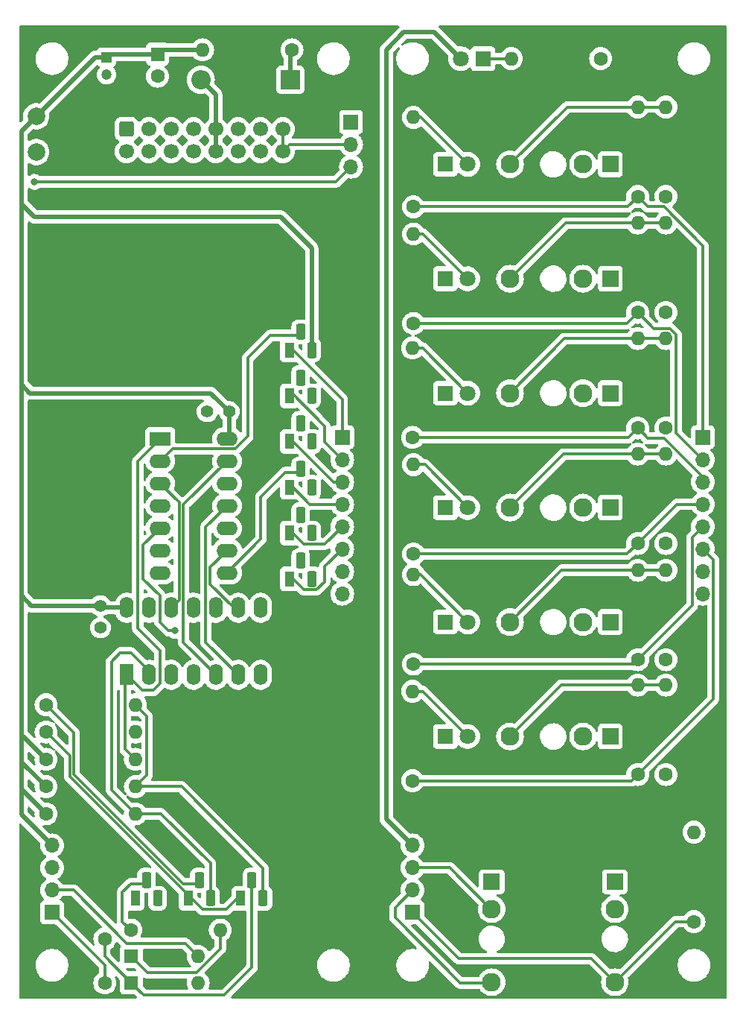
<source format=gtl>
G04 #@! TF.GenerationSoftware,KiCad,Pcbnew,8.0.2-1*
G04 #@! TF.CreationDate,2024-06-17T10:37:47+02:00*
G04 #@! TF.ProjectId,chrono-divider,6368726f-6e6f-42d6-9469-76696465722e,rev?*
G04 #@! TF.SameCoordinates,Original*
G04 #@! TF.FileFunction,Copper,L1,Top*
G04 #@! TF.FilePolarity,Positive*
%FSLAX46Y46*%
G04 Gerber Fmt 4.6, Leading zero omitted, Abs format (unit mm)*
G04 Created by KiCad (PCBNEW 8.0.2-1) date 2024-06-17 10:37:47*
%MOMM*%
%LPD*%
G01*
G04 APERTURE LIST*
G04 Aperture macros list*
%AMRoundRect*
0 Rectangle with rounded corners*
0 $1 Rounding radius*
0 $2 $3 $4 $5 $6 $7 $8 $9 X,Y pos of 4 corners*
0 Add a 4 corners polygon primitive as box body*
4,1,4,$2,$3,$4,$5,$6,$7,$8,$9,$2,$3,0*
0 Add four circle primitives for the rounded corners*
1,1,$1+$1,$2,$3*
1,1,$1+$1,$4,$5*
1,1,$1+$1,$6,$7*
1,1,$1+$1,$8,$9*
0 Add four rect primitives between the rounded corners*
20,1,$1+$1,$2,$3,$4,$5,0*
20,1,$1+$1,$4,$5,$6,$7,0*
20,1,$1+$1,$6,$7,$8,$9,0*
20,1,$1+$1,$8,$9,$2,$3,0*%
G04 Aperture macros list end*
G04 #@! TA.AperFunction,ComponentPad*
%ADD10C,1.600000*%
G04 #@! TD*
G04 #@! TA.AperFunction,ComponentPad*
%ADD11O,1.600000X1.600000*%
G04 #@! TD*
G04 #@! TA.AperFunction,ComponentPad*
%ADD12R,1.800000X1.800000*%
G04 #@! TD*
G04 #@! TA.AperFunction,ComponentPad*
%ADD13C,1.800000*%
G04 #@! TD*
G04 #@! TA.AperFunction,ComponentPad*
%ADD14R,1.830000X1.930000*%
G04 #@! TD*
G04 #@! TA.AperFunction,ComponentPad*
%ADD15C,2.130000*%
G04 #@! TD*
G04 #@! TA.AperFunction,ComponentPad*
%ADD16R,1.100000X1.800000*%
G04 #@! TD*
G04 #@! TA.AperFunction,ComponentPad*
%ADD17RoundRect,0.275000X-0.275000X-0.625000X0.275000X-0.625000X0.275000X0.625000X-0.275000X0.625000X0*%
G04 #@! TD*
G04 #@! TA.AperFunction,ComponentPad*
%ADD18R,1.600000X2.400000*%
G04 #@! TD*
G04 #@! TA.AperFunction,ComponentPad*
%ADD19O,1.600000X2.400000*%
G04 #@! TD*
G04 #@! TA.AperFunction,ComponentPad*
%ADD20R,1.930000X1.830000*%
G04 #@! TD*
G04 #@! TA.AperFunction,ComponentPad*
%ADD21R,1.700000X1.700000*%
G04 #@! TD*
G04 #@! TA.AperFunction,ComponentPad*
%ADD22O,1.700000X1.700000*%
G04 #@! TD*
G04 #@! TA.AperFunction,ComponentPad*
%ADD23R,1.600000X1.600000*%
G04 #@! TD*
G04 #@! TA.AperFunction,ComponentPad*
%ADD24C,2.000000*%
G04 #@! TD*
G04 #@! TA.AperFunction,ComponentPad*
%ADD25R,2.400000X1.600000*%
G04 #@! TD*
G04 #@! TA.AperFunction,ComponentPad*
%ADD26O,2.400000X1.600000*%
G04 #@! TD*
G04 #@! TA.AperFunction,ComponentPad*
%ADD27R,2.200000X2.200000*%
G04 #@! TD*
G04 #@! TA.AperFunction,ComponentPad*
%ADD28O,2.200000X2.200000*%
G04 #@! TD*
G04 #@! TA.AperFunction,ComponentPad*
%ADD29C,1.400000*%
G04 #@! TD*
G04 #@! TA.AperFunction,ComponentPad*
%ADD30R,1.200000X1.200000*%
G04 #@! TD*
G04 #@! TA.AperFunction,ComponentPad*
%ADD31C,1.200000*%
G04 #@! TD*
G04 #@! TA.AperFunction,ComponentPad*
%ADD32RoundRect,0.250000X-0.600000X0.600000X-0.600000X-0.600000X0.600000X-0.600000X0.600000X0.600000X0*%
G04 #@! TD*
G04 #@! TA.AperFunction,ComponentPad*
%ADD33C,1.700000*%
G04 #@! TD*
G04 #@! TA.AperFunction,ViaPad*
%ADD34C,0.800000*%
G04 #@! TD*
G04 #@! TA.AperFunction,Conductor*
%ADD35C,0.500000*%
G04 #@! TD*
G04 #@! TA.AperFunction,Conductor*
%ADD36C,0.300000*%
G04 #@! TD*
G04 APERTURE END LIST*
D10*
X123800000Y-109080000D03*
D11*
X123800000Y-98920000D03*
D10*
X95100000Y-70830000D03*
D11*
X95100000Y-60670000D03*
D12*
X98730000Y-92000000D03*
D13*
X101270000Y-92000000D03*
D14*
X117480000Y-66000000D03*
D15*
X106080000Y-66000000D03*
X114380000Y-66000000D03*
D14*
X117480000Y-131000000D03*
D15*
X106080000Y-131000000D03*
X114380000Y-131000000D03*
D10*
X120600000Y-95960000D03*
D11*
X120600000Y-85800000D03*
D16*
X81000000Y-113100000D03*
D17*
X82270000Y-111030000D03*
X83540000Y-113100000D03*
D14*
X117480000Y-118000000D03*
D15*
X106080000Y-118000000D03*
X114380000Y-118000000D03*
D10*
X123800000Y-69660000D03*
D11*
X123800000Y-59500000D03*
D18*
X62475000Y-124000000D03*
D19*
X65015000Y-124000000D03*
X67555000Y-124000000D03*
X70095000Y-124000000D03*
X72635000Y-124000000D03*
X75175000Y-124000000D03*
X77715000Y-124000000D03*
X77715000Y-116380000D03*
X75175000Y-116380000D03*
X72635000Y-116380000D03*
X70095000Y-116380000D03*
X67555000Y-116380000D03*
X65015000Y-116380000D03*
X62475000Y-116380000D03*
D16*
X63460000Y-149400000D03*
D17*
X64730000Y-147330000D03*
X66000000Y-149400000D03*
D10*
X53320000Y-139800000D03*
D11*
X63480000Y-139800000D03*
D10*
X60000000Y-159000000D03*
X60000000Y-154000000D03*
D16*
X81000000Y-92300000D03*
D17*
X82270000Y-90230000D03*
X83540000Y-92300000D03*
D16*
X81000000Y-87100000D03*
D17*
X82270000Y-85030000D03*
X83540000Y-87100000D03*
D16*
X81000000Y-102700000D03*
D17*
X82270000Y-100630000D03*
X83540000Y-102700000D03*
D20*
X104000000Y-147520000D03*
D15*
X104000000Y-158920000D03*
X104000000Y-150620000D03*
D10*
X127000000Y-152030000D03*
D11*
X127000000Y-141870000D03*
D21*
X54000000Y-151000000D03*
D22*
X54000000Y-148460000D03*
X54000000Y-145920000D03*
X54000000Y-143380000D03*
D10*
X95100000Y-110280000D03*
D11*
X95100000Y-100120000D03*
D23*
X63000000Y-159000000D03*
D11*
X70620000Y-159000000D03*
D14*
X117480000Y-105000000D03*
D15*
X106080000Y-105000000D03*
X114380000Y-105000000D03*
D12*
X98730000Y-66000000D03*
D13*
X101270000Y-66000000D03*
D24*
X52200000Y-60550000D03*
D25*
X66300000Y-97175000D03*
D26*
X66300000Y-99715000D03*
X66300000Y-102255000D03*
X66300000Y-104795000D03*
X66300000Y-107335000D03*
X66300000Y-109875000D03*
X66300000Y-112415000D03*
X73920000Y-112415000D03*
X73920000Y-109875000D03*
X73920000Y-107335000D03*
X73920000Y-104795000D03*
X73920000Y-102255000D03*
X73920000Y-99715000D03*
X73920000Y-97175000D03*
D10*
X95000000Y-97030000D03*
D11*
X95000000Y-86870000D03*
D10*
X95100000Y-122780000D03*
D11*
X95100000Y-112620000D03*
D12*
X98730000Y-79000000D03*
D13*
X101270000Y-79000000D03*
D10*
X120600000Y-69660000D03*
D11*
X120600000Y-59500000D03*
D10*
X120600000Y-109080000D03*
D11*
X120600000Y-98920000D03*
D10*
X81280000Y-53000000D03*
D11*
X71120000Y-53000000D03*
D12*
X103000000Y-54000000D03*
D13*
X100460000Y-54000000D03*
D14*
X117480000Y-92000000D03*
D15*
X106080000Y-92000000D03*
X114380000Y-92000000D03*
D27*
X81080000Y-56400000D03*
D28*
X70920000Y-56400000D03*
D10*
X53320000Y-127400000D03*
D11*
X63480000Y-127400000D03*
D10*
X123800000Y-135330000D03*
D11*
X123800000Y-125170000D03*
D10*
X62970000Y-153000000D03*
D11*
X73130000Y-153000000D03*
D29*
X59500000Y-116150000D03*
X59500000Y-118650000D03*
D12*
X98730000Y-118000000D03*
D13*
X101270000Y-118000000D03*
D10*
X53320000Y-136700000D03*
D11*
X63480000Y-136700000D03*
D10*
X95100000Y-84080000D03*
D11*
X95100000Y-73920000D03*
D16*
X75460000Y-149400000D03*
D17*
X76730000Y-147330000D03*
X78000000Y-149400000D03*
D29*
X74150000Y-94100000D03*
X71650000Y-94100000D03*
D12*
X98730000Y-105000000D03*
D13*
X101270000Y-105000000D03*
D20*
X118000000Y-147520000D03*
D15*
X118000000Y-158920000D03*
X118000000Y-150620000D03*
D21*
X87000000Y-97000000D03*
D22*
X87000000Y-99540000D03*
X87000000Y-102080000D03*
X87000000Y-104620000D03*
X87000000Y-107160000D03*
X87000000Y-109700000D03*
X87000000Y-112240000D03*
X87000000Y-114780000D03*
D10*
X53320000Y-130500000D03*
D11*
X63480000Y-130500000D03*
D16*
X81000000Y-97500000D03*
D17*
X82270000Y-95430000D03*
X83540000Y-97500000D03*
D10*
X53320000Y-133600000D03*
D11*
X63480000Y-133600000D03*
D21*
X88000000Y-61200000D03*
D22*
X88000000Y-63740000D03*
X88000000Y-66280000D03*
D23*
X63000000Y-156000000D03*
D11*
X70620000Y-156000000D03*
D10*
X120600000Y-122280000D03*
D11*
X120600000Y-112120000D03*
D16*
X69460000Y-149400000D03*
D17*
X70730000Y-147330000D03*
X72000000Y-149400000D03*
D16*
X81000000Y-107900000D03*
D17*
X82270000Y-105830000D03*
X83540000Y-107900000D03*
D10*
X120600000Y-135330000D03*
D11*
X120600000Y-125170000D03*
D10*
X123800000Y-95960000D03*
D11*
X123800000Y-85800000D03*
D10*
X116380000Y-54000000D03*
D11*
X106220000Y-54000000D03*
D10*
X120600000Y-82830000D03*
D11*
X120600000Y-72670000D03*
D24*
X52200000Y-64600000D03*
D10*
X123800000Y-122280000D03*
D11*
X123800000Y-112120000D03*
D12*
X98730000Y-131000000D03*
D13*
X101270000Y-131000000D03*
D10*
X123800000Y-82830000D03*
D11*
X123800000Y-72670000D03*
D14*
X117480000Y-79000000D03*
D15*
X106080000Y-79000000D03*
X114380000Y-79000000D03*
D10*
X95000000Y-136030000D03*
D11*
X95000000Y-125870000D03*
D21*
X128000000Y-97000000D03*
D22*
X128000000Y-99540000D03*
X128000000Y-102080000D03*
X128000000Y-104620000D03*
X128000000Y-107160000D03*
X128000000Y-109700000D03*
X128000000Y-112240000D03*
X128000000Y-114780000D03*
D21*
X95000000Y-151000000D03*
D22*
X95000000Y-148460000D03*
X95000000Y-145920000D03*
X95000000Y-143380000D03*
D30*
X60200000Y-53827401D03*
D31*
X60200000Y-55827401D03*
D23*
X66000000Y-53500000D03*
D10*
X66000000Y-56000000D03*
D32*
X62460000Y-62000000D03*
D33*
X62460000Y-64540000D03*
X65000000Y-62000000D03*
X65000000Y-64540000D03*
X67540000Y-62000000D03*
X67540000Y-64540000D03*
X70080000Y-62000000D03*
X70080000Y-64540000D03*
X72620000Y-62000000D03*
X72620000Y-64540000D03*
X75160000Y-62000000D03*
X75160000Y-64540000D03*
X77700000Y-62000000D03*
X77700000Y-64540000D03*
X80240000Y-62000000D03*
X80240000Y-64540000D03*
D34*
X52000000Y-68000000D03*
X68000000Y-119000000D03*
D35*
X100460000Y-54000000D02*
X97460000Y-51000000D01*
X92000000Y-53000000D02*
X92000000Y-140380000D01*
X97460000Y-51000000D02*
X94000000Y-51000000D01*
X94000000Y-51000000D02*
X92000000Y-53000000D01*
X92000000Y-140380000D02*
X95000000Y-143380000D01*
D36*
X95000000Y-145920000D02*
X99220000Y-145920000D01*
X99220000Y-145920000D02*
X104000000Y-150700000D01*
X95000000Y-148460000D02*
X93000000Y-150460000D01*
X100400000Y-159000000D02*
X104000000Y-159000000D01*
X93000000Y-150460000D02*
X93000000Y-151600000D01*
X93000000Y-151600000D02*
X100400000Y-159000000D01*
X95000000Y-151000000D02*
X100250000Y-156250000D01*
X115330000Y-156250000D02*
X118000000Y-158920000D01*
X100250000Y-156250000D02*
X115330000Y-156250000D01*
X63480000Y-127400000D02*
X64800000Y-128720000D01*
X64800000Y-128720000D02*
X64800000Y-135380000D01*
X64800000Y-135380000D02*
X63480000Y-136700000D01*
X76730000Y-147730000D02*
X76730000Y-157270000D01*
X76730000Y-157270000D02*
X73600000Y-160400000D01*
X73600000Y-160400000D02*
X64400000Y-160400000D01*
X64400000Y-160400000D02*
X63000000Y-159000000D01*
X78000000Y-149000000D02*
X78000000Y-146000000D01*
X78000000Y-146000000D02*
X68700000Y-136700000D01*
X68700000Y-136700000D02*
X63480000Y-136700000D01*
X63480000Y-139800000D02*
X66400000Y-139800000D01*
X66400000Y-139800000D02*
X72000000Y-145400000D01*
X72000000Y-145400000D02*
X72000000Y-149000000D01*
D35*
X50520000Y-137000000D02*
X50500000Y-137000000D01*
X50500000Y-70500000D02*
X50500000Y-70000000D01*
X53320000Y-133600000D02*
X50720000Y-131000000D01*
X52000000Y-72000000D02*
X50500000Y-70500000D01*
X71120000Y-53000000D02*
X66500000Y-53000000D01*
X72050000Y-92000000D02*
X51500000Y-92000000D01*
X83540000Y-75540000D02*
X80000000Y-72000000D01*
X74150000Y-94100000D02*
X74150000Y-96945000D01*
X50500000Y-70000000D02*
X50500000Y-62250000D01*
X54000000Y-143380000D02*
X50500000Y-139880000D01*
X50720000Y-131000000D02*
X50500000Y-131000000D01*
X74150000Y-96945000D02*
X73920000Y-97175000D01*
X83540000Y-86700000D02*
X83540000Y-75540000D01*
X53320000Y-136700000D02*
X50620000Y-134000000D01*
X51650000Y-116150000D02*
X50500000Y-115000000D01*
X58922599Y-53827401D02*
X52200000Y-60550000D01*
X53320000Y-139800000D02*
X50520000Y-137000000D01*
X59730000Y-116380000D02*
X59500000Y-116150000D01*
X51500000Y-92000000D02*
X50500000Y-91000000D01*
X50500000Y-131000000D02*
X50500000Y-115000000D01*
X50500000Y-62250000D02*
X52200000Y-60550000D01*
X66000000Y-53500000D02*
X60527401Y-53500000D01*
X50620000Y-134000000D02*
X50500000Y-134000000D01*
X80000000Y-72000000D02*
X52000000Y-72000000D01*
X62475000Y-116380000D02*
X59730000Y-116380000D01*
X50500000Y-139880000D02*
X50500000Y-137000000D01*
X50500000Y-115000000D02*
X50500000Y-91000000D01*
X66500000Y-53000000D02*
X66000000Y-53500000D01*
X50500000Y-137000000D02*
X50500000Y-134000000D01*
X50500000Y-134000000D02*
X50500000Y-131000000D01*
X74150000Y-94100000D02*
X72050000Y-92000000D01*
X60527401Y-53500000D02*
X60200000Y-53827401D01*
X50500000Y-91000000D02*
X50500000Y-70000000D01*
X60200000Y-53827401D02*
X58922599Y-53827401D01*
X59500000Y-116150000D02*
X51650000Y-116150000D01*
D36*
X69120000Y-154500000D02*
X62500000Y-154500000D01*
X70620000Y-156000000D02*
X69120000Y-154500000D01*
X56460000Y-148460000D02*
X54000000Y-148460000D01*
X62500000Y-154500000D02*
X56460000Y-148460000D01*
X63000000Y-156000000D02*
X64850000Y-157850000D01*
X64850000Y-157850000D02*
X70396346Y-157850000D01*
X73130000Y-155116346D02*
X73130000Y-153000000D01*
X70396346Y-157850000D02*
X73130000Y-155116346D01*
X60000000Y-154000000D02*
X60000000Y-156000000D01*
X60000000Y-156000000D02*
X63000000Y-159000000D01*
D35*
X81080000Y-53200000D02*
X81280000Y-53000000D01*
X81080000Y-56400000D02*
X81080000Y-53200000D01*
X72620000Y-62000000D02*
X72620000Y-58100000D01*
X72620000Y-58100000D02*
X70920000Y-56400000D01*
X72620000Y-62000000D02*
X72620000Y-64540000D01*
D36*
X63750000Y-99725000D02*
X66300000Y-97175000D01*
X66250000Y-121250000D02*
X63750000Y-118750000D01*
X62475000Y-124000000D02*
X64225000Y-125750000D01*
X63750000Y-118750000D02*
X63750000Y-99725000D01*
X66250000Y-125000000D02*
X66250000Y-121250000D01*
X62330000Y-124145000D02*
X62475000Y-124000000D01*
X64225000Y-125750000D02*
X65500000Y-125750000D01*
X62330000Y-132450000D02*
X62330000Y-124145000D01*
X63480000Y-133600000D02*
X62330000Y-132450000D01*
X65500000Y-125750000D02*
X66250000Y-125000000D01*
X62000000Y-152030000D02*
X62970000Y-153000000D01*
X62980000Y-147730000D02*
X62000000Y-148710000D01*
X64730000Y-147730000D02*
X62980000Y-147730000D01*
X62000000Y-148710000D02*
X62000000Y-152030000D01*
X71110000Y-150650000D02*
X69460000Y-149000000D01*
X73810000Y-150650000D02*
X71110000Y-150650000D01*
X53320000Y-130500000D02*
X56000000Y-133180000D01*
X75460000Y-149000000D02*
X73810000Y-150650000D01*
X56000000Y-133180000D02*
X56000000Y-135540000D01*
X56000000Y-135540000D02*
X69460000Y-149000000D01*
X56500000Y-130580000D02*
X56500000Y-135332894D01*
X56500000Y-135332894D02*
X68897106Y-147730000D01*
X68897106Y-147730000D02*
X70730000Y-147730000D01*
X53320000Y-127400000D02*
X56500000Y-130580000D01*
X60750000Y-122500000D02*
X61750000Y-121500000D01*
X65015000Y-123515000D02*
X65015000Y-124000000D01*
X63000000Y-121500000D02*
X65015000Y-123515000D01*
X61750000Y-121500000D02*
X63000000Y-121500000D01*
X60750000Y-137070000D02*
X60750000Y-122500000D01*
X63480000Y-139800000D02*
X60750000Y-137070000D01*
X60000000Y-159000000D02*
X60000000Y-157000000D01*
X60000000Y-157000000D02*
X54000000Y-151000000D01*
X74796346Y-98325000D02*
X76250000Y-96871346D01*
X66300000Y-99715000D02*
X67690000Y-98325000D01*
X76250000Y-88000000D02*
X78820000Y-85430000D01*
X76250000Y-96871346D02*
X76250000Y-88000000D01*
X67690000Y-98325000D02*
X74796346Y-98325000D01*
X78820000Y-85430000D02*
X82270000Y-85430000D01*
X103000000Y-54000000D02*
X106220000Y-54000000D01*
X88000000Y-66280000D02*
X86280000Y-68000000D01*
X86280000Y-68000000D02*
X52000000Y-68000000D01*
X77750000Y-108585000D02*
X77750000Y-103800000D01*
X80520000Y-101030000D02*
X82270000Y-101030000D01*
X77750000Y-103800000D02*
X80520000Y-101030000D01*
X73920000Y-112415000D02*
X77750000Y-108585000D01*
X124890000Y-152030000D02*
X118000000Y-158920000D01*
X127000000Y-152030000D02*
X124890000Y-152030000D01*
X84081504Y-114350000D02*
X84991504Y-113440000D01*
X84991504Y-111708496D02*
X87000000Y-109700000D01*
X81000000Y-112700000D02*
X82650000Y-114350000D01*
X82650000Y-114350000D02*
X84081504Y-114350000D01*
X84991504Y-113440000D02*
X84991504Y-111708496D01*
X85000000Y-97540000D02*
X87000000Y-99540000D01*
X81150000Y-91900000D02*
X85000000Y-95750000D01*
X85000000Y-95750000D02*
X85000000Y-97540000D01*
X81000000Y-91900000D02*
X81150000Y-91900000D01*
X81040000Y-63740000D02*
X80240000Y-64540000D01*
X88000000Y-63740000D02*
X81040000Y-63740000D01*
X80240000Y-64540000D02*
X80240000Y-62000000D01*
X75175000Y-124000000D02*
X71485000Y-120310000D01*
X71485000Y-120310000D02*
X71485000Y-107230000D01*
X71485000Y-107230000D02*
X73920000Y-104795000D01*
X68945000Y-104690000D02*
X73920000Y-99715000D01*
X72635000Y-124000000D02*
X68945000Y-120310000D01*
X68945000Y-120310000D02*
X68945000Y-104690000D01*
X67555000Y-116380000D02*
X68445000Y-115490000D01*
X68445000Y-104482893D02*
X68486446Y-104441446D01*
X68445000Y-115490000D02*
X68445000Y-104482893D01*
X68486446Y-104441446D02*
X66300000Y-102255000D01*
X75175000Y-116380000D02*
X74661346Y-116380000D01*
X71985000Y-111810000D02*
X73920000Y-109875000D01*
X74661346Y-116380000D02*
X71985000Y-113703654D01*
X71985000Y-113703654D02*
X71985000Y-111810000D01*
X64365000Y-109270000D02*
X64365000Y-113115000D01*
X66250000Y-115000000D02*
X66250000Y-118000000D01*
X67250000Y-119000000D02*
X68000000Y-119000000D01*
X64365000Y-113115000D02*
X66250000Y-115000000D01*
X66250000Y-118000000D02*
X67250000Y-119000000D01*
X66300000Y-107335000D02*
X64365000Y-109270000D01*
X81000000Y-107500000D02*
X82650000Y-109150000D01*
X82650000Y-109150000D02*
X85010000Y-109150000D01*
X85010000Y-109150000D02*
X87000000Y-107160000D01*
X85980000Y-102080000D02*
X87000000Y-102080000D01*
X81000000Y-97100000D02*
X85980000Y-102080000D01*
X81000000Y-102300000D02*
X83320000Y-104620000D01*
X83320000Y-104620000D02*
X87000000Y-104620000D01*
X81000000Y-86700000D02*
X87000000Y-92700000D01*
X87000000Y-92700000D02*
X87000000Y-97000000D01*
X119430000Y-70830000D02*
X120600000Y-69660000D01*
X128000000Y-75243654D02*
X123566346Y-70810000D01*
X121750000Y-70810000D02*
X120600000Y-69660000D01*
X128000000Y-97000000D02*
X128000000Y-75243654D01*
X123566346Y-70810000D02*
X121750000Y-70810000D01*
X95100000Y-70830000D02*
X119430000Y-70830000D01*
X120100000Y-122780000D02*
X120600000Y-122280000D01*
X128000000Y-107160000D02*
X126800000Y-108360000D01*
X126800000Y-116080000D02*
X120600000Y-122280000D01*
X95100000Y-122780000D02*
X120100000Y-122780000D01*
X126800000Y-108360000D02*
X126800000Y-116080000D01*
X129200000Y-110900000D02*
X128000000Y-109700000D01*
X129200000Y-126730000D02*
X129200000Y-110900000D01*
X120600000Y-135330000D02*
X129200000Y-126730000D01*
X95000000Y-136030000D02*
X119900000Y-136030000D01*
X119900000Y-136030000D02*
X120600000Y-135330000D01*
X122420000Y-84650000D02*
X120600000Y-82830000D01*
X124950000Y-85323654D02*
X124276346Y-84650000D01*
X128000000Y-99540000D02*
X124950000Y-96490000D01*
X119350000Y-84080000D02*
X120600000Y-82830000D01*
X124276346Y-84650000D02*
X122420000Y-84650000D01*
X124950000Y-96490000D02*
X124950000Y-85323654D01*
X95100000Y-84080000D02*
X119350000Y-84080000D01*
X128000000Y-104620000D02*
X125060000Y-104620000D01*
X125060000Y-104620000D02*
X120600000Y-109080000D01*
X119400000Y-110280000D02*
X120600000Y-109080000D01*
X95100000Y-110280000D02*
X119400000Y-110280000D01*
X95000000Y-97030000D02*
X119530000Y-97030000D01*
X119530000Y-97030000D02*
X120600000Y-95960000D01*
X128000000Y-102080000D02*
X128000000Y-101493654D01*
X121750000Y-97110000D02*
X120600000Y-95960000D01*
X123616346Y-97110000D02*
X121750000Y-97110000D01*
X128000000Y-101493654D02*
X123616346Y-97110000D01*
X120600000Y-59500000D02*
X112580000Y-59500000D01*
X120600000Y-59500000D02*
X123800000Y-59500000D01*
X112580000Y-59500000D02*
X106080000Y-66000000D01*
X120600000Y-72670000D02*
X112410000Y-72670000D01*
X112410000Y-72670000D02*
X106080000Y-79000000D01*
X123800000Y-72670000D02*
X120600000Y-72670000D01*
X123800000Y-85800000D02*
X120600000Y-85800000D01*
X120600000Y-85800000D02*
X112280000Y-85800000D01*
X112280000Y-85800000D02*
X106080000Y-92000000D01*
X120600000Y-98920000D02*
X112160000Y-98920000D01*
X123800000Y-98920000D02*
X120600000Y-98920000D01*
X112160000Y-98920000D02*
X106080000Y-105000000D01*
X111960000Y-112120000D02*
X106080000Y-118000000D01*
X120600000Y-112120000D02*
X111960000Y-112120000D01*
X123800000Y-112120000D02*
X120600000Y-112120000D01*
X120600000Y-125170000D02*
X111910000Y-125170000D01*
X123800000Y-125170000D02*
X120600000Y-125170000D01*
X111910000Y-125170000D02*
X106080000Y-131000000D01*
X95940000Y-60670000D02*
X101270000Y-66000000D01*
X95100000Y-60670000D02*
X95940000Y-60670000D01*
X96190000Y-73920000D02*
X101270000Y-79000000D01*
X95100000Y-73920000D02*
X96190000Y-73920000D01*
X95000000Y-86870000D02*
X96140000Y-86870000D01*
X96140000Y-86870000D02*
X101270000Y-92000000D01*
X96390000Y-100120000D02*
X101270000Y-105000000D01*
X95100000Y-100120000D02*
X96390000Y-100120000D01*
X95890000Y-112620000D02*
X101270000Y-118000000D01*
X95100000Y-112620000D02*
X95890000Y-112620000D01*
X96140000Y-125870000D02*
X101270000Y-131000000D01*
X95000000Y-125870000D02*
X96140000Y-125870000D01*
G04 #@! TA.AperFunction,NonConductor*
G36*
X79054855Y-62666546D02*
G01*
X79071575Y-62685842D01*
X79201501Y-62871396D01*
X79201506Y-62871402D01*
X79368597Y-63038493D01*
X79368603Y-63038498D01*
X79536623Y-63156147D01*
X79580248Y-63210724D01*
X79589500Y-63257722D01*
X79589500Y-63282278D01*
X79569815Y-63349317D01*
X79536623Y-63383853D01*
X79368597Y-63501505D01*
X79201505Y-63668597D01*
X79071575Y-63854158D01*
X79016998Y-63897783D01*
X78947500Y-63904977D01*
X78885145Y-63873454D01*
X78868425Y-63854158D01*
X78738494Y-63668597D01*
X78571402Y-63501506D01*
X78571396Y-63501501D01*
X78385842Y-63371575D01*
X78342217Y-63316998D01*
X78335023Y-63247500D01*
X78366546Y-63185145D01*
X78385842Y-63168425D01*
X78498558Y-63089500D01*
X78571401Y-63038495D01*
X78738495Y-62871401D01*
X78868425Y-62685842D01*
X78923002Y-62642217D01*
X78992500Y-62635023D01*
X79054855Y-62666546D01*
G37*
G04 #@! TD.AperFunction*
G04 #@! TA.AperFunction,NonConductor*
G36*
X76514855Y-62666546D02*
G01*
X76531575Y-62685842D01*
X76661501Y-62871396D01*
X76661506Y-62871402D01*
X76828597Y-63038493D01*
X76828603Y-63038498D01*
X77014158Y-63168425D01*
X77057783Y-63223002D01*
X77064977Y-63292500D01*
X77033454Y-63354855D01*
X77014158Y-63371575D01*
X76828597Y-63501505D01*
X76661505Y-63668597D01*
X76531575Y-63854158D01*
X76476998Y-63897783D01*
X76407500Y-63904977D01*
X76345145Y-63873454D01*
X76328425Y-63854158D01*
X76198494Y-63668597D01*
X76031402Y-63501506D01*
X76031396Y-63501501D01*
X75845842Y-63371575D01*
X75802217Y-63316998D01*
X75795023Y-63247500D01*
X75826546Y-63185145D01*
X75845842Y-63168425D01*
X75958558Y-63089500D01*
X76031401Y-63038495D01*
X76198495Y-62871401D01*
X76328425Y-62685842D01*
X76383002Y-62642217D01*
X76452500Y-62635023D01*
X76514855Y-62666546D01*
G37*
G04 #@! TD.AperFunction*
G04 #@! TA.AperFunction,NonConductor*
G36*
X73974855Y-62666546D02*
G01*
X73991575Y-62685842D01*
X74121501Y-62871396D01*
X74121506Y-62871402D01*
X74288597Y-63038493D01*
X74288603Y-63038498D01*
X74474158Y-63168425D01*
X74517783Y-63223002D01*
X74524977Y-63292500D01*
X74493454Y-63354855D01*
X74474158Y-63371575D01*
X74288597Y-63501505D01*
X74121505Y-63668597D01*
X73991575Y-63854158D01*
X73936998Y-63897783D01*
X73867500Y-63904977D01*
X73805145Y-63873454D01*
X73788425Y-63854158D01*
X73658494Y-63668597D01*
X73491404Y-63501507D01*
X73423375Y-63453872D01*
X73379751Y-63399294D01*
X73370500Y-63352298D01*
X73370500Y-63187700D01*
X73390185Y-63120661D01*
X73423375Y-63086126D01*
X73491401Y-63038495D01*
X73658495Y-62871401D01*
X73788425Y-62685842D01*
X73843002Y-62642217D01*
X73912500Y-62635023D01*
X73974855Y-62666546D01*
G37*
G04 #@! TD.AperFunction*
G04 #@! TA.AperFunction,NonConductor*
G36*
X71434855Y-62666546D02*
G01*
X71451575Y-62685842D01*
X71581501Y-62871396D01*
X71581506Y-62871402D01*
X71748595Y-63038492D01*
X71748598Y-63038494D01*
X71748599Y-63038495D01*
X71816623Y-63086125D01*
X71860248Y-63140701D01*
X71869500Y-63187700D01*
X71869500Y-63352298D01*
X71849815Y-63419337D01*
X71816625Y-63453872D01*
X71748595Y-63501507D01*
X71581505Y-63668597D01*
X71451575Y-63854158D01*
X71396998Y-63897783D01*
X71327500Y-63904977D01*
X71265145Y-63873454D01*
X71248425Y-63854158D01*
X71118494Y-63668597D01*
X70951402Y-63501506D01*
X70951396Y-63501501D01*
X70765842Y-63371575D01*
X70722217Y-63316998D01*
X70715023Y-63247500D01*
X70746546Y-63185145D01*
X70765842Y-63168425D01*
X70878558Y-63089500D01*
X70951401Y-63038495D01*
X71118495Y-62871401D01*
X71248425Y-62685842D01*
X71303002Y-62642217D01*
X71372500Y-62635023D01*
X71434855Y-62666546D01*
G37*
G04 #@! TD.AperFunction*
G04 #@! TA.AperFunction,NonConductor*
G36*
X68894855Y-62666546D02*
G01*
X68911575Y-62685842D01*
X69041501Y-62871396D01*
X69041506Y-62871402D01*
X69208597Y-63038493D01*
X69208603Y-63038498D01*
X69394158Y-63168425D01*
X69437783Y-63223002D01*
X69444977Y-63292500D01*
X69413454Y-63354855D01*
X69394158Y-63371575D01*
X69208597Y-63501505D01*
X69041505Y-63668597D01*
X68911575Y-63854158D01*
X68856998Y-63897783D01*
X68787500Y-63904977D01*
X68725145Y-63873454D01*
X68708425Y-63854158D01*
X68578494Y-63668597D01*
X68411402Y-63501506D01*
X68411396Y-63501501D01*
X68225842Y-63371575D01*
X68182217Y-63316998D01*
X68175023Y-63247500D01*
X68206546Y-63185145D01*
X68225842Y-63168425D01*
X68338558Y-63089500D01*
X68411401Y-63038495D01*
X68578495Y-62871401D01*
X68708425Y-62685842D01*
X68763002Y-62642217D01*
X68832500Y-62635023D01*
X68894855Y-62666546D01*
G37*
G04 #@! TD.AperFunction*
G04 #@! TA.AperFunction,NonConductor*
G36*
X66354855Y-62666546D02*
G01*
X66371575Y-62685842D01*
X66501501Y-62871396D01*
X66501506Y-62871402D01*
X66668597Y-63038493D01*
X66668603Y-63038498D01*
X66854158Y-63168425D01*
X66897783Y-63223002D01*
X66904977Y-63292500D01*
X66873454Y-63354855D01*
X66854158Y-63371575D01*
X66668597Y-63501505D01*
X66501505Y-63668597D01*
X66371575Y-63854158D01*
X66316998Y-63897783D01*
X66247500Y-63904977D01*
X66185145Y-63873454D01*
X66168425Y-63854158D01*
X66038494Y-63668597D01*
X65871402Y-63501506D01*
X65871396Y-63501501D01*
X65685842Y-63371575D01*
X65642217Y-63316998D01*
X65635023Y-63247500D01*
X65666546Y-63185145D01*
X65685842Y-63168425D01*
X65798558Y-63089500D01*
X65871401Y-63038495D01*
X66038495Y-62871401D01*
X66168425Y-62685842D01*
X66223002Y-62642217D01*
X66292500Y-62635023D01*
X66354855Y-62666546D01*
G37*
G04 #@! TD.AperFunction*
G04 #@! TA.AperFunction,NonConductor*
G36*
X63920720Y-62838779D02*
G01*
X63957483Y-62867766D01*
X63957677Y-62867573D01*
X63959313Y-62869209D01*
X63960354Y-62870030D01*
X63961501Y-62871397D01*
X64128597Y-63038493D01*
X64128603Y-63038498D01*
X64314158Y-63168425D01*
X64357783Y-63223002D01*
X64364977Y-63292500D01*
X64333454Y-63354855D01*
X64314158Y-63371575D01*
X64128597Y-63501505D01*
X63961505Y-63668597D01*
X63831575Y-63854158D01*
X63776998Y-63897783D01*
X63707500Y-63904977D01*
X63645145Y-63873454D01*
X63628425Y-63854158D01*
X63498494Y-63668597D01*
X63331398Y-63501501D01*
X63330030Y-63500354D01*
X63329592Y-63499696D01*
X63327573Y-63497677D01*
X63327978Y-63497271D01*
X63291330Y-63442182D01*
X63290224Y-63372321D01*
X63327063Y-63312952D01*
X63370737Y-63287662D01*
X63379334Y-63284814D01*
X63528656Y-63192712D01*
X63652712Y-63068656D01*
X63744814Y-62919334D01*
X63747662Y-62910738D01*
X63787429Y-62853294D01*
X63851944Y-62826468D01*
X63920720Y-62838779D01*
G37*
G04 #@! TD.AperFunction*
G04 #@! TA.AperFunction,NonConductor*
G36*
X82432539Y-86450185D02*
G01*
X82478294Y-86502989D01*
X82489500Y-86554500D01*
X82489500Y-86970192D01*
X82469815Y-87037231D01*
X82417011Y-87082986D01*
X82347853Y-87092930D01*
X82284297Y-87063905D01*
X82277819Y-87057873D01*
X82086818Y-86866872D01*
X82053333Y-86805549D01*
X82050499Y-86779191D01*
X82050499Y-86554500D01*
X82070184Y-86487461D01*
X82122988Y-86441706D01*
X82174499Y-86430500D01*
X82365500Y-86430500D01*
X82432539Y-86450185D01*
G37*
G04 #@! TD.AperFunction*
G04 #@! TA.AperFunction,NonConductor*
G36*
X83525703Y-90146095D02*
G01*
X83532181Y-90152127D01*
X84082433Y-90702379D01*
X84115918Y-90763702D01*
X84110934Y-90833394D01*
X84069062Y-90889327D01*
X84003598Y-90913744D01*
X83980870Y-90913280D01*
X83858560Y-90899500D01*
X83858552Y-90899500D01*
X83444500Y-90899500D01*
X83377461Y-90879815D01*
X83331706Y-90827011D01*
X83320500Y-90775500D01*
X83320500Y-90239808D01*
X83340185Y-90172769D01*
X83392989Y-90127014D01*
X83462147Y-90117070D01*
X83525703Y-90146095D01*
G37*
G04 #@! TD.AperFunction*
G04 #@! TA.AperFunction,NonConductor*
G36*
X82432539Y-91650185D02*
G01*
X82478294Y-91702989D01*
X82489500Y-91754500D01*
X82489500Y-92020192D01*
X82469815Y-92087231D01*
X82417011Y-92132986D01*
X82347853Y-92142930D01*
X82284297Y-92113905D01*
X82277819Y-92107873D01*
X82086818Y-91916872D01*
X82053333Y-91855549D01*
X82050499Y-91829191D01*
X82050499Y-91754500D01*
X82070184Y-91687461D01*
X82122988Y-91641706D01*
X82174499Y-91630500D01*
X82365500Y-91630500D01*
X82432539Y-91650185D01*
G37*
G04 #@! TD.AperFunction*
G04 #@! TA.AperFunction,NonConductor*
G36*
X84770139Y-91393032D02*
G01*
X84787620Y-91407566D01*
X86313181Y-92933127D01*
X86346666Y-92994450D01*
X86349500Y-93020808D01*
X86349500Y-95525500D01*
X86329815Y-95592539D01*
X86277011Y-95638294D01*
X86225501Y-95649500D01*
X86102130Y-95649500D01*
X86102123Y-95649501D01*
X86042516Y-95655908D01*
X85907671Y-95706202D01*
X85907668Y-95706204D01*
X85844877Y-95753210D01*
X85779413Y-95777627D01*
X85711140Y-95762775D01*
X85661734Y-95713370D01*
X85648949Y-95678134D01*
X85641024Y-95638294D01*
X85625501Y-95560256D01*
X85576465Y-95441873D01*
X85576464Y-95441872D01*
X85576461Y-95441866D01*
X85505277Y-95335332D01*
X85470445Y-95300500D01*
X85414669Y-95244724D01*
X84755808Y-94585863D01*
X84029771Y-93859825D01*
X83996286Y-93798502D01*
X84001270Y-93728810D01*
X84043142Y-93672877D01*
X84076488Y-93655106D01*
X84153606Y-93628122D01*
X84301576Y-93535147D01*
X84425147Y-93411576D01*
X84518122Y-93263606D01*
X84575841Y-93098657D01*
X84590500Y-92968552D01*
X84590500Y-91631448D01*
X84584712Y-91580079D01*
X84576719Y-91509130D01*
X84588774Y-91440308D01*
X84636123Y-91388929D01*
X84703733Y-91371305D01*
X84770139Y-91393032D01*
G37*
G04 #@! TD.AperFunction*
G04 #@! TA.AperFunction,NonConductor*
G36*
X83525703Y-95196094D02*
G01*
X83532181Y-95202126D01*
X84312638Y-95982583D01*
X84346123Y-96043906D01*
X84341139Y-96113598D01*
X84299267Y-96169531D01*
X84233803Y-96193948D01*
X84165530Y-96179096D01*
X84158999Y-96175266D01*
X84153606Y-96171878D01*
X84108807Y-96156202D01*
X83988658Y-96114159D01*
X83988648Y-96114157D01*
X83858558Y-96099500D01*
X83858552Y-96099500D01*
X83444500Y-96099500D01*
X83377461Y-96079815D01*
X83331706Y-96027011D01*
X83320500Y-95975500D01*
X83320500Y-95289807D01*
X83340185Y-95222768D01*
X83392989Y-95177013D01*
X83462147Y-95167069D01*
X83525703Y-95196094D01*
G37*
G04 #@! TD.AperFunction*
G04 #@! TA.AperFunction,NonConductor*
G36*
X51455703Y-72517516D02*
G01*
X51462167Y-72523534D01*
X51521584Y-72582951D01*
X51521585Y-72582952D01*
X51644498Y-72665080D01*
X51644511Y-72665087D01*
X51712530Y-72693261D01*
X51781087Y-72721658D01*
X51781091Y-72721658D01*
X51781092Y-72721659D01*
X51926079Y-72750500D01*
X51926082Y-72750500D01*
X79637770Y-72750500D01*
X79704809Y-72770185D01*
X79725451Y-72786819D01*
X82753181Y-75814549D01*
X82786666Y-75875872D01*
X82789500Y-75902230D01*
X82789500Y-83513384D01*
X82769815Y-83580423D01*
X82717011Y-83626178D01*
X82651619Y-83636605D01*
X82602510Y-83631072D01*
X82588552Y-83629500D01*
X81951448Y-83629500D01*
X81951441Y-83629500D01*
X81821351Y-83644157D01*
X81821341Y-83644159D01*
X81656395Y-83701877D01*
X81508423Y-83794853D01*
X81384853Y-83918423D01*
X81291877Y-84066395D01*
X81234159Y-84231341D01*
X81234157Y-84231351D01*
X81219500Y-84361441D01*
X81219500Y-84655500D01*
X81199815Y-84722539D01*
X81147011Y-84768294D01*
X81095500Y-84779500D01*
X78755929Y-84779500D01*
X78630261Y-84804497D01*
X78630255Y-84804499D01*
X78511874Y-84853534D01*
X78405326Y-84924726D01*
X75744726Y-87585326D01*
X75673534Y-87691874D01*
X75624499Y-87810255D01*
X75624497Y-87810261D01*
X75599500Y-87935928D01*
X75599500Y-94049556D01*
X75584210Y-94101625D01*
X75597193Y-94126635D01*
X75599500Y-94150443D01*
X75599500Y-96341904D01*
X75579815Y-96408943D01*
X75527011Y-96454698D01*
X75457853Y-96464642D01*
X75394297Y-96435617D01*
X75375182Y-96414789D01*
X75311971Y-96327787D01*
X75311967Y-96327782D01*
X75167213Y-96183028D01*
X75001611Y-96062713D01*
X74968204Y-96045691D01*
X74917409Y-95997716D01*
X74900500Y-95935207D01*
X74900500Y-95095052D01*
X74920185Y-95028013D01*
X74940957Y-95003418D01*
X75040981Y-94912236D01*
X75175058Y-94734689D01*
X75274229Y-94535528D01*
X75335115Y-94321536D01*
X75352029Y-94139002D01*
X75367124Y-94100987D01*
X75356523Y-94084491D01*
X75352029Y-94060997D01*
X75335115Y-93878464D01*
X75335114Y-93878462D01*
X75329811Y-93859825D01*
X75274229Y-93664472D01*
X75274224Y-93664461D01*
X75175061Y-93465316D01*
X75175056Y-93465308D01*
X75040979Y-93287761D01*
X74876562Y-93137876D01*
X74876560Y-93137874D01*
X74687404Y-93020754D01*
X74687398Y-93020752D01*
X74667086Y-93012883D01*
X74479940Y-92940382D01*
X74261243Y-92899500D01*
X74062229Y-92899500D01*
X73995190Y-92879815D01*
X73974548Y-92863181D01*
X73254297Y-92142930D01*
X72528416Y-91417048D01*
X72528415Y-91417047D01*
X72528413Y-91417045D01*
X72479826Y-91384582D01*
X72447434Y-91362939D01*
X72405495Y-91334916D01*
X72405494Y-91334915D01*
X72405492Y-91334914D01*
X72405490Y-91334913D01*
X72268917Y-91278343D01*
X72268907Y-91278340D01*
X72123920Y-91249500D01*
X72123918Y-91249500D01*
X51862229Y-91249500D01*
X51795190Y-91229815D01*
X51774548Y-91213181D01*
X51286819Y-90725451D01*
X51253334Y-90664128D01*
X51250500Y-90637770D01*
X51250500Y-72611229D01*
X51270185Y-72544190D01*
X51322989Y-72498435D01*
X51392147Y-72488491D01*
X51455703Y-72517516D01*
G37*
G04 #@! TD.AperFunction*
G04 #@! TA.AperFunction,NonConductor*
G36*
X82432539Y-96850185D02*
G01*
X82478294Y-96902989D01*
X82489500Y-96954500D01*
X82489500Y-97370192D01*
X82469815Y-97437231D01*
X82417011Y-97482986D01*
X82347853Y-97492930D01*
X82284297Y-97463905D01*
X82277819Y-97457873D01*
X82086818Y-97266872D01*
X82053333Y-97205549D01*
X82050499Y-97179191D01*
X82050499Y-96954500D01*
X82070184Y-96887461D01*
X82122988Y-96841706D01*
X82174499Y-96830500D01*
X82365500Y-96830500D01*
X82432539Y-96850185D01*
G37*
G04 #@! TD.AperFunction*
G04 #@! TA.AperFunction,NonConductor*
G36*
X84740127Y-98215212D02*
G01*
X84783336Y-98243282D01*
X85652290Y-99112236D01*
X85685775Y-99173559D01*
X85684384Y-99232008D01*
X85664937Y-99304589D01*
X85664937Y-99304590D01*
X85644341Y-99539999D01*
X85644341Y-99540000D01*
X85664936Y-99775403D01*
X85664938Y-99775413D01*
X85726094Y-100003655D01*
X85726096Y-100003659D01*
X85726097Y-100003663D01*
X85792814Y-100146738D01*
X85825965Y-100217830D01*
X85825967Y-100217834D01*
X85853532Y-100257200D01*
X85954345Y-100401176D01*
X85961501Y-100411395D01*
X85961506Y-100411402D01*
X86128597Y-100578493D01*
X86128603Y-100578498D01*
X86314158Y-100708425D01*
X86357783Y-100763002D01*
X86364977Y-100832500D01*
X86333454Y-100894855D01*
X86314158Y-100911575D01*
X86128596Y-101041506D01*
X86082704Y-101087398D01*
X86021381Y-101120882D01*
X85951689Y-101115897D01*
X85907343Y-101087397D01*
X83916503Y-99096557D01*
X83883018Y-99035234D01*
X83888002Y-98965542D01*
X83929874Y-98909609D01*
X83982199Y-98888869D01*
X83981862Y-98887392D01*
X83988650Y-98885841D01*
X83988657Y-98885841D01*
X84153606Y-98828122D01*
X84301576Y-98735147D01*
X84425147Y-98611576D01*
X84518122Y-98463606D01*
X84575841Y-98298657D01*
X84575841Y-98298656D01*
X84578141Y-98292084D01*
X84580604Y-98292946D01*
X84608839Y-98242425D01*
X84670488Y-98209544D01*
X84740127Y-98215212D01*
G37*
G04 #@! TD.AperFunction*
G04 #@! TA.AperFunction,NonConductor*
G36*
X83525703Y-100546095D02*
G01*
X83532181Y-100552127D01*
X84082433Y-101102379D01*
X84115918Y-101163702D01*
X84110934Y-101233394D01*
X84069062Y-101289327D01*
X84003598Y-101313744D01*
X83980870Y-101313280D01*
X83858560Y-101299500D01*
X83858552Y-101299500D01*
X83444500Y-101299500D01*
X83377461Y-101279815D01*
X83331706Y-101227011D01*
X83320500Y-101175500D01*
X83320500Y-100639808D01*
X83340185Y-100572769D01*
X83392989Y-100527014D01*
X83462147Y-100517070D01*
X83525703Y-100546095D01*
G37*
G04 #@! TD.AperFunction*
G04 #@! TA.AperFunction,NonConductor*
G36*
X64605703Y-99997711D02*
G01*
X64642431Y-100053106D01*
X64694780Y-100214219D01*
X64784655Y-100390609D01*
X64787715Y-100396613D01*
X64908028Y-100562213D01*
X65052786Y-100706971D01*
X65163627Y-100787500D01*
X65218390Y-100827287D01*
X65309840Y-100873883D01*
X65311080Y-100874515D01*
X65361876Y-100922490D01*
X65378671Y-100990311D01*
X65356134Y-101056446D01*
X65311080Y-101095485D01*
X65218386Y-101142715D01*
X65052786Y-101263028D01*
X64908028Y-101407786D01*
X64787715Y-101573386D01*
X64694781Y-101755776D01*
X64642431Y-101916894D01*
X64602993Y-101974569D01*
X64538634Y-102001767D01*
X64469788Y-101989852D01*
X64418312Y-101942608D01*
X64400500Y-101878575D01*
X64400500Y-100091424D01*
X64420185Y-100024385D01*
X64472989Y-99978630D01*
X64542147Y-99968686D01*
X64605703Y-99997711D01*
G37*
G04 #@! TD.AperFunction*
G04 #@! TA.AperFunction,NonConductor*
G36*
X82432539Y-102050185D02*
G01*
X82478294Y-102102989D01*
X82489500Y-102154500D01*
X82489500Y-102570192D01*
X82469815Y-102637231D01*
X82417011Y-102682986D01*
X82347853Y-102692930D01*
X82284297Y-102663905D01*
X82277819Y-102657873D01*
X82086818Y-102466872D01*
X82053333Y-102405549D01*
X82050499Y-102379191D01*
X82050499Y-102154500D01*
X82070184Y-102087461D01*
X82122988Y-102041706D01*
X82174499Y-102030500D01*
X82365500Y-102030500D01*
X82432539Y-102050185D01*
G37*
G04 #@! TD.AperFunction*
G04 #@! TA.AperFunction,NonConductor*
G36*
X72301898Y-98995185D02*
G01*
X72347653Y-99047989D01*
X72357597Y-99117147D01*
X72345344Y-99155794D01*
X72314782Y-99215773D01*
X72251522Y-99410465D01*
X72219500Y-99612648D01*
X72219500Y-99817351D01*
X72251522Y-100019534D01*
X72314781Y-100214223D01*
X72336680Y-100257200D01*
X72349576Y-100325869D01*
X72323300Y-100390609D01*
X72313876Y-100401176D01*
X68927680Y-103787372D01*
X68866357Y-103820857D01*
X68796665Y-103815873D01*
X68752318Y-103787372D01*
X67906122Y-102941176D01*
X67872637Y-102879853D01*
X67877621Y-102810161D01*
X67883313Y-102797212D01*
X67905220Y-102754219D01*
X67968477Y-102559534D01*
X68000500Y-102357352D01*
X68000500Y-102152648D01*
X67982928Y-102041706D01*
X67968477Y-101950465D01*
X67922046Y-101807566D01*
X67905220Y-101755781D01*
X67905218Y-101755778D01*
X67905218Y-101755776D01*
X67834173Y-101616344D01*
X67812287Y-101573390D01*
X67804556Y-101562749D01*
X67691971Y-101407786D01*
X67547213Y-101263028D01*
X67381614Y-101142715D01*
X67338764Y-101120882D01*
X67288917Y-101095483D01*
X67238123Y-101047511D01*
X67221328Y-100979690D01*
X67243865Y-100913555D01*
X67288917Y-100874516D01*
X67381610Y-100827287D01*
X67436373Y-100787500D01*
X67547213Y-100706971D01*
X67547215Y-100706968D01*
X67547219Y-100706966D01*
X67691966Y-100562219D01*
X67691968Y-100562215D01*
X67691971Y-100562213D01*
X67770925Y-100453540D01*
X67812287Y-100396610D01*
X67905220Y-100214219D01*
X67968477Y-100019534D01*
X68000500Y-99817352D01*
X68000500Y-99612648D01*
X67969492Y-99416873D01*
X67968477Y-99410465D01*
X67917177Y-99252581D01*
X67905220Y-99215781D01*
X67883318Y-99172797D01*
X67870422Y-99104131D01*
X67896697Y-99039390D01*
X67906122Y-99028823D01*
X67913655Y-99021291D01*
X67923133Y-99011814D01*
X67984458Y-98978332D01*
X68010809Y-98975500D01*
X72234859Y-98975500D01*
X72301898Y-98995185D01*
G37*
G04 #@! TD.AperFunction*
G04 #@! TA.AperFunction,NonConductor*
G36*
X84770139Y-101793032D02*
G01*
X84787620Y-101807566D01*
X85565325Y-102585272D01*
X85565332Y-102585278D01*
X85671863Y-102656459D01*
X85671867Y-102656461D01*
X85671874Y-102656466D01*
X85732426Y-102681547D01*
X85759719Y-102692852D01*
X85814122Y-102736691D01*
X85824650Y-102755009D01*
X85825966Y-102757832D01*
X85916166Y-102886650D01*
X85954345Y-102941176D01*
X85961501Y-102951395D01*
X85961506Y-102951402D01*
X86128597Y-103118493D01*
X86128603Y-103118498D01*
X86314158Y-103248425D01*
X86357783Y-103303002D01*
X86364977Y-103372500D01*
X86333454Y-103434855D01*
X86314158Y-103451575D01*
X86128597Y-103581505D01*
X85961506Y-103748596D01*
X85843854Y-103916623D01*
X85789277Y-103960248D01*
X85742279Y-103969500D01*
X84550278Y-103969500D01*
X84483239Y-103949815D01*
X84437484Y-103897011D01*
X84427540Y-103827853D01*
X84445284Y-103779529D01*
X84518121Y-103663607D01*
X84518122Y-103663606D01*
X84575841Y-103498657D01*
X84590500Y-103368552D01*
X84590500Y-102031448D01*
X84585813Y-101989852D01*
X84576719Y-101909130D01*
X84588774Y-101840308D01*
X84636123Y-101788929D01*
X84703733Y-101771305D01*
X84770139Y-101793032D01*
G37*
G04 #@! TD.AperFunction*
G04 #@! TA.AperFunction,NonConductor*
G36*
X64605703Y-102537711D02*
G01*
X64642431Y-102593106D01*
X64694780Y-102754219D01*
X64716678Y-102797197D01*
X64787715Y-102936613D01*
X64908028Y-103102213D01*
X65052786Y-103246971D01*
X65163627Y-103327500D01*
X65218390Y-103367287D01*
X65309840Y-103413883D01*
X65311080Y-103414515D01*
X65361876Y-103462490D01*
X65378671Y-103530311D01*
X65356134Y-103596446D01*
X65311080Y-103635485D01*
X65218386Y-103682715D01*
X65052786Y-103803028D01*
X64908028Y-103947786D01*
X64787715Y-104113386D01*
X64694781Y-104295776D01*
X64642431Y-104456894D01*
X64602993Y-104514569D01*
X64538634Y-104541767D01*
X64469788Y-104529852D01*
X64418312Y-104482608D01*
X64400500Y-104418575D01*
X64400500Y-102631424D01*
X64420185Y-102564385D01*
X64472989Y-102518630D01*
X64542147Y-102508686D01*
X64605703Y-102537711D01*
G37*
G04 #@! TD.AperFunction*
G04 #@! TA.AperFunction,NonConductor*
G36*
X67713834Y-105722865D02*
G01*
X67769767Y-105764737D01*
X67794184Y-105830201D01*
X67794500Y-105839047D01*
X67794500Y-106290953D01*
X67774815Y-106357992D01*
X67722011Y-106403747D01*
X67652853Y-106413691D01*
X67589297Y-106384666D01*
X67582819Y-106378634D01*
X67547213Y-106343028D01*
X67381614Y-106222715D01*
X67322327Y-106192507D01*
X67288917Y-106175483D01*
X67238123Y-106127511D01*
X67221328Y-106059690D01*
X67243865Y-105993555D01*
X67288917Y-105954516D01*
X67381610Y-105907287D01*
X67442364Y-105863147D01*
X67547213Y-105786971D01*
X67547215Y-105786968D01*
X67547219Y-105786966D01*
X67582819Y-105751366D01*
X67644142Y-105717881D01*
X67713834Y-105722865D01*
G37*
G04 #@! TD.AperFunction*
G04 #@! TA.AperFunction,NonConductor*
G36*
X64605703Y-105077711D02*
G01*
X64642431Y-105133106D01*
X64651638Y-105161441D01*
X64694780Y-105294219D01*
X64784655Y-105470609D01*
X64787715Y-105476613D01*
X64908028Y-105642213D01*
X65052786Y-105786971D01*
X65157644Y-105863153D01*
X65218390Y-105907287D01*
X65309840Y-105953883D01*
X65311080Y-105954515D01*
X65361876Y-106002490D01*
X65378671Y-106070311D01*
X65356134Y-106136446D01*
X65311080Y-106175485D01*
X65218386Y-106222715D01*
X65052786Y-106343028D01*
X64908028Y-106487786D01*
X64787715Y-106653386D01*
X64694781Y-106835776D01*
X64642431Y-106996894D01*
X64602993Y-107054569D01*
X64538634Y-107081767D01*
X64469788Y-107069852D01*
X64418312Y-107022608D01*
X64400500Y-106958575D01*
X64400500Y-105171424D01*
X64420185Y-105104385D01*
X64472989Y-105058630D01*
X64542147Y-105048686D01*
X64605703Y-105077711D01*
G37*
G04 #@! TD.AperFunction*
G04 #@! TA.AperFunction,NonConductor*
G36*
X82432539Y-107250185D02*
G01*
X82478294Y-107302989D01*
X82489500Y-107354500D01*
X82489500Y-107770192D01*
X82469815Y-107837231D01*
X82417011Y-107882986D01*
X82347853Y-107892930D01*
X82284297Y-107863905D01*
X82277819Y-107857873D01*
X82086818Y-107666872D01*
X82053333Y-107605549D01*
X82050499Y-107579191D01*
X82050499Y-107354500D01*
X82070184Y-107287461D01*
X82122988Y-107241706D01*
X82174499Y-107230500D01*
X82365500Y-107230500D01*
X82432539Y-107250185D01*
G37*
G04 #@! TD.AperFunction*
G04 #@! TA.AperFunction,NonConductor*
G36*
X64605703Y-107617711D02*
G01*
X64642431Y-107673106D01*
X64681830Y-107794364D01*
X64694781Y-107834221D01*
X64716680Y-107877200D01*
X64729576Y-107945869D01*
X64703300Y-108010609D01*
X64693877Y-108021176D01*
X64612180Y-108102872D01*
X64550859Y-108136357D01*
X64481167Y-108131373D01*
X64425233Y-108089502D01*
X64400816Y-108024038D01*
X64400500Y-108015191D01*
X64400500Y-107711424D01*
X64420185Y-107644385D01*
X64472989Y-107598630D01*
X64542147Y-107588686D01*
X64605703Y-107617711D01*
G37*
G04 #@! TD.AperFunction*
G04 #@! TA.AperFunction,NonConductor*
G36*
X85809317Y-105290185D02*
G01*
X85843853Y-105323377D01*
X85961501Y-105491396D01*
X85961506Y-105491402D01*
X86128597Y-105658493D01*
X86128603Y-105658498D01*
X86314158Y-105788425D01*
X86357783Y-105843002D01*
X86364977Y-105912500D01*
X86333454Y-105974855D01*
X86314158Y-105991575D01*
X86128597Y-106121505D01*
X85961505Y-106288597D01*
X85825965Y-106482169D01*
X85825964Y-106482171D01*
X85726098Y-106696335D01*
X85726094Y-106696344D01*
X85664938Y-106924586D01*
X85664936Y-106924596D01*
X85644341Y-107159999D01*
X85644341Y-107160000D01*
X85664936Y-107395403D01*
X85664939Y-107395416D01*
X85684384Y-107467989D01*
X85682721Y-107537839D01*
X85652290Y-107587762D01*
X84802181Y-108437872D01*
X84740858Y-108471357D01*
X84671167Y-108466373D01*
X84615233Y-108424501D01*
X84590816Y-108359037D01*
X84590500Y-108350191D01*
X84590500Y-107231445D01*
X84590499Y-107231441D01*
X84575842Y-107101351D01*
X84575841Y-107101349D01*
X84575841Y-107101343D01*
X84518122Y-106936394D01*
X84425147Y-106788424D01*
X84301576Y-106664853D01*
X84153606Y-106571878D01*
X84153605Y-106571877D01*
X84153604Y-106571877D01*
X83988658Y-106514159D01*
X83988648Y-106514157D01*
X83858558Y-106499500D01*
X83858552Y-106499500D01*
X83444500Y-106499500D01*
X83377461Y-106479815D01*
X83331706Y-106427011D01*
X83320500Y-106375500D01*
X83320500Y-105394500D01*
X83340185Y-105327461D01*
X83392989Y-105281706D01*
X83444500Y-105270500D01*
X85742278Y-105270500D01*
X85809317Y-105290185D01*
G37*
G04 #@! TD.AperFunction*
G04 #@! TA.AperFunction,NonConductor*
G36*
X67713834Y-108262865D02*
G01*
X67769767Y-108304737D01*
X67794184Y-108370201D01*
X67794500Y-108379047D01*
X67794500Y-108830953D01*
X67774815Y-108897992D01*
X67722011Y-108943747D01*
X67652853Y-108953691D01*
X67589297Y-108924666D01*
X67582819Y-108918634D01*
X67547213Y-108883028D01*
X67381614Y-108762715D01*
X67375006Y-108759348D01*
X67288917Y-108715483D01*
X67238123Y-108667511D01*
X67221328Y-108599690D01*
X67243865Y-108533555D01*
X67288917Y-108494516D01*
X67381610Y-108447287D01*
X67409168Y-108427265D01*
X67547213Y-108326971D01*
X67547215Y-108326968D01*
X67547219Y-108326966D01*
X67582819Y-108291366D01*
X67644142Y-108257881D01*
X67713834Y-108262865D01*
G37*
G04 #@! TD.AperFunction*
G04 #@! TA.AperFunction,NonConductor*
G36*
X72340703Y-107905146D02*
G01*
X72369983Y-107942562D01*
X72371669Y-107945869D01*
X72407715Y-108016614D01*
X72528028Y-108182213D01*
X72672786Y-108326971D01*
X72814596Y-108430000D01*
X72838390Y-108447287D01*
X72929840Y-108493883D01*
X72931080Y-108494515D01*
X72981876Y-108542490D01*
X72998671Y-108610311D01*
X72976134Y-108676446D01*
X72931080Y-108715485D01*
X72838386Y-108762715D01*
X72672786Y-108883028D01*
X72528028Y-109027786D01*
X72407715Y-109193386D01*
X72369985Y-109267435D01*
X72322010Y-109318231D01*
X72254189Y-109335026D01*
X72188054Y-109312488D01*
X72144603Y-109257773D01*
X72135500Y-109211140D01*
X72135500Y-107998859D01*
X72155185Y-107931820D01*
X72207989Y-107886065D01*
X72277147Y-107876121D01*
X72340703Y-107905146D01*
G37*
G04 #@! TD.AperFunction*
G04 #@! TA.AperFunction,NonConductor*
G36*
X79892539Y-86100185D02*
G01*
X79938294Y-86152989D01*
X79949500Y-86204500D01*
X79949500Y-88047870D01*
X79949501Y-88047876D01*
X79955908Y-88107483D01*
X80006202Y-88242328D01*
X80006206Y-88242335D01*
X80092452Y-88357544D01*
X80092455Y-88357547D01*
X80207664Y-88443793D01*
X80207671Y-88443797D01*
X80342517Y-88494091D01*
X80342516Y-88494091D01*
X80349444Y-88494835D01*
X80402127Y-88500500D01*
X81597872Y-88500499D01*
X81657483Y-88494091D01*
X81740623Y-88463081D01*
X81810312Y-88458097D01*
X81871635Y-88491581D01*
X82001345Y-88621291D01*
X82034830Y-88682614D01*
X82029846Y-88752306D01*
X81987974Y-88808239D01*
X81927548Y-88832192D01*
X81821350Y-88844157D01*
X81821341Y-88844159D01*
X81656395Y-88901877D01*
X81508423Y-88994853D01*
X81384853Y-89118423D01*
X81291877Y-89266395D01*
X81234159Y-89431341D01*
X81234157Y-89431351D01*
X81219500Y-89561441D01*
X81219500Y-90775500D01*
X81199815Y-90842539D01*
X81147011Y-90888294D01*
X81095500Y-90899500D01*
X80402129Y-90899500D01*
X80402123Y-90899501D01*
X80342516Y-90905908D01*
X80207671Y-90956202D01*
X80207664Y-90956206D01*
X80092455Y-91042452D01*
X80092452Y-91042455D01*
X80006206Y-91157664D01*
X80006202Y-91157671D01*
X79955908Y-91292517D01*
X79949501Y-91352116D01*
X79949500Y-91352135D01*
X79949500Y-93247870D01*
X79949501Y-93247876D01*
X79955908Y-93307483D01*
X80006202Y-93442328D01*
X80006206Y-93442335D01*
X80092452Y-93557544D01*
X80092455Y-93557547D01*
X80207664Y-93643793D01*
X80207671Y-93643797D01*
X80342517Y-93694091D01*
X80342516Y-93694091D01*
X80349444Y-93694835D01*
X80402127Y-93700500D01*
X81597872Y-93700499D01*
X81657483Y-93694091D01*
X81792331Y-93643796D01*
X81794647Y-93642062D01*
X81810124Y-93630477D01*
X81875588Y-93606059D01*
X81943861Y-93620910D01*
X81972116Y-93642062D01*
X82147873Y-93817819D01*
X82181358Y-93879142D01*
X82176374Y-93948834D01*
X82134502Y-94004767D01*
X82069038Y-94029184D01*
X82060192Y-94029500D01*
X81951441Y-94029500D01*
X81821351Y-94044157D01*
X81821341Y-94044159D01*
X81656395Y-94101877D01*
X81508423Y-94194853D01*
X81384853Y-94318423D01*
X81291877Y-94466395D01*
X81234159Y-94631341D01*
X81234157Y-94631351D01*
X81219500Y-94761441D01*
X81219500Y-95975500D01*
X81199815Y-96042539D01*
X81147011Y-96088294D01*
X81095500Y-96099500D01*
X80402129Y-96099500D01*
X80402123Y-96099501D01*
X80342516Y-96105908D01*
X80207671Y-96156202D01*
X80207664Y-96156206D01*
X80092455Y-96242452D01*
X80092452Y-96242455D01*
X80006206Y-96357664D01*
X80006202Y-96357671D01*
X79955908Y-96492517D01*
X79949501Y-96552116D01*
X79949500Y-96552135D01*
X79949500Y-98447870D01*
X79949501Y-98447876D01*
X79955908Y-98507483D01*
X80006202Y-98642328D01*
X80006206Y-98642335D01*
X80092452Y-98757544D01*
X80092455Y-98757547D01*
X80207664Y-98843793D01*
X80207671Y-98843797D01*
X80342517Y-98894091D01*
X80342516Y-98894091D01*
X80349444Y-98894835D01*
X80402127Y-98900500D01*
X81597872Y-98900499D01*
X81657483Y-98894091D01*
X81740623Y-98863081D01*
X81810312Y-98858097D01*
X81871635Y-98891581D01*
X82001345Y-99021291D01*
X82034830Y-99082614D01*
X82029846Y-99152306D01*
X81987974Y-99208239D01*
X81927548Y-99232192D01*
X81821350Y-99244157D01*
X81821341Y-99244159D01*
X81656395Y-99301877D01*
X81508423Y-99394853D01*
X81384853Y-99518423D01*
X81291877Y-99666395D01*
X81234159Y-99831341D01*
X81234157Y-99831351D01*
X81219500Y-99961441D01*
X81219500Y-100255500D01*
X81199815Y-100322539D01*
X81147011Y-100368294D01*
X81095500Y-100379500D01*
X80455929Y-100379500D01*
X80330261Y-100404497D01*
X80330251Y-100404500D01*
X80281220Y-100424810D01*
X80211881Y-100453530D01*
X80211863Y-100453540D01*
X80105332Y-100524721D01*
X80105325Y-100524727D01*
X77244724Y-103385328D01*
X77202185Y-103448994D01*
X77173535Y-103491872D01*
X77124499Y-103610255D01*
X77124497Y-103610261D01*
X77099500Y-103735928D01*
X77099500Y-108264192D01*
X77079815Y-108331231D01*
X77063181Y-108351873D01*
X75794368Y-109620685D01*
X75733045Y-109654170D01*
X75663353Y-109649186D01*
X75607420Y-109607314D01*
X75588756Y-109571323D01*
X75525218Y-109375776D01*
X75482318Y-109291581D01*
X75432287Y-109193390D01*
X75400349Y-109149431D01*
X75311971Y-109027786D01*
X75167213Y-108883028D01*
X75001614Y-108762715D01*
X74995006Y-108759348D01*
X74908917Y-108715483D01*
X74858123Y-108667511D01*
X74841328Y-108599690D01*
X74863865Y-108533555D01*
X74908917Y-108494516D01*
X75001610Y-108447287D01*
X75029168Y-108427265D01*
X75167213Y-108326971D01*
X75167215Y-108326968D01*
X75167219Y-108326966D01*
X75311966Y-108182219D01*
X75311968Y-108182215D01*
X75311971Y-108182213D01*
X75406667Y-108051873D01*
X75432287Y-108016610D01*
X75525220Y-107834219D01*
X75588477Y-107639534D01*
X75620500Y-107437352D01*
X75620500Y-107232648D01*
X75599703Y-107101341D01*
X75588477Y-107030465D01*
X75553193Y-106921873D01*
X75525220Y-106835781D01*
X75525218Y-106835778D01*
X75525218Y-106835776D01*
X75454173Y-106696344D01*
X75432287Y-106653390D01*
X75373065Y-106571877D01*
X75311971Y-106487786D01*
X75167213Y-106343028D01*
X75001614Y-106222715D01*
X74942327Y-106192507D01*
X74908917Y-106175483D01*
X74858123Y-106127511D01*
X74841328Y-106059690D01*
X74863865Y-105993555D01*
X74908917Y-105954516D01*
X75001610Y-105907287D01*
X75062364Y-105863147D01*
X75167213Y-105786971D01*
X75167215Y-105786968D01*
X75167219Y-105786966D01*
X75311966Y-105642219D01*
X75311968Y-105642215D01*
X75311971Y-105642213D01*
X75398166Y-105523574D01*
X75432287Y-105476610D01*
X75525220Y-105294219D01*
X75588477Y-105099534D01*
X75620500Y-104897352D01*
X75620500Y-104692648D01*
X75602671Y-104580079D01*
X75588477Y-104490465D01*
X75525218Y-104295776D01*
X75475373Y-104197951D01*
X75432287Y-104113390D01*
X75422921Y-104100499D01*
X75311971Y-103947786D01*
X75167213Y-103803028D01*
X75001614Y-103682715D01*
X74964110Y-103663606D01*
X74908917Y-103635483D01*
X74858123Y-103587511D01*
X74841328Y-103519690D01*
X74863865Y-103453555D01*
X74908917Y-103414516D01*
X75001610Y-103367287D01*
X75056373Y-103327500D01*
X75167213Y-103246971D01*
X75167215Y-103246968D01*
X75167219Y-103246966D01*
X75311966Y-103102219D01*
X75311968Y-103102215D01*
X75311971Y-103102213D01*
X75364732Y-103029590D01*
X75432287Y-102936610D01*
X75523380Y-102757830D01*
X75525218Y-102754223D01*
X75525219Y-102754220D01*
X75525220Y-102754219D01*
X75588477Y-102559534D01*
X75620500Y-102357352D01*
X75620500Y-102152648D01*
X75602928Y-102041706D01*
X75588477Y-101950465D01*
X75542046Y-101807566D01*
X75525220Y-101755781D01*
X75525218Y-101755778D01*
X75525218Y-101755776D01*
X75454173Y-101616344D01*
X75432287Y-101573390D01*
X75424556Y-101562749D01*
X75311971Y-101407786D01*
X75167213Y-101263028D01*
X75001614Y-101142715D01*
X74958764Y-101120882D01*
X74908917Y-101095483D01*
X74858123Y-101047511D01*
X74841328Y-100979690D01*
X74863865Y-100913555D01*
X74908917Y-100874516D01*
X75001610Y-100827287D01*
X75056373Y-100787500D01*
X75167213Y-100706971D01*
X75167215Y-100706968D01*
X75167219Y-100706966D01*
X75311966Y-100562219D01*
X75311968Y-100562215D01*
X75311971Y-100562213D01*
X75390925Y-100453540D01*
X75432287Y-100396610D01*
X75525220Y-100214219D01*
X75588477Y-100019534D01*
X75620500Y-99817352D01*
X75620500Y-99612648D01*
X75589492Y-99416873D01*
X75588477Y-99410465D01*
X75537177Y-99252581D01*
X75525220Y-99215781D01*
X75525218Y-99215778D01*
X75525218Y-99215776D01*
X75491503Y-99149607D01*
X75432287Y-99033390D01*
X75315952Y-98873267D01*
X75292472Y-98807461D01*
X75308298Y-98739407D01*
X75328585Y-98712705D01*
X76755276Y-97286015D01*
X76826465Y-97179473D01*
X76875501Y-97061090D01*
X76878516Y-97045931D01*
X76900500Y-96935415D01*
X76900500Y-88320808D01*
X76920185Y-88253769D01*
X76936819Y-88233127D01*
X79053127Y-86116819D01*
X79114450Y-86083334D01*
X79140808Y-86080500D01*
X79825500Y-86080500D01*
X79892539Y-86100185D01*
G37*
G04 #@! TD.AperFunction*
G04 #@! TA.AperFunction,NonConductor*
G36*
X67713834Y-110802865D02*
G01*
X67769767Y-110844737D01*
X67794184Y-110910201D01*
X67794500Y-110919047D01*
X67794500Y-111370953D01*
X67774815Y-111437992D01*
X67722011Y-111483747D01*
X67652853Y-111493691D01*
X67589297Y-111464666D01*
X67582819Y-111458634D01*
X67547213Y-111423028D01*
X67381614Y-111302715D01*
X67338717Y-111280858D01*
X67288917Y-111255483D01*
X67238123Y-111207511D01*
X67221328Y-111139690D01*
X67243865Y-111073555D01*
X67288917Y-111034516D01*
X67381610Y-110987287D01*
X67455125Y-110933876D01*
X67547213Y-110866971D01*
X67547215Y-110866968D01*
X67547219Y-110866966D01*
X67582819Y-110831366D01*
X67644142Y-110797881D01*
X67713834Y-110802865D01*
G37*
G04 #@! TD.AperFunction*
G04 #@! TA.AperFunction,NonConductor*
G36*
X85566048Y-109616407D02*
G01*
X85621983Y-109658276D01*
X85646246Y-109721782D01*
X85664936Y-109935403D01*
X85664939Y-109935416D01*
X85684384Y-110007989D01*
X85682721Y-110077839D01*
X85652290Y-110127762D01*
X84486226Y-111293827D01*
X84486222Y-111293832D01*
X84446445Y-111353366D01*
X84446444Y-111353368D01*
X84436267Y-111368599D01*
X84415039Y-111400368D01*
X84415037Y-111400371D01*
X84366003Y-111518751D01*
X84366001Y-111518757D01*
X84341004Y-111644424D01*
X84341004Y-111665266D01*
X84321319Y-111732305D01*
X84268515Y-111778060D01*
X84199357Y-111788004D01*
X84160449Y-111773722D01*
X84159882Y-111774900D01*
X84153607Y-111771878D01*
X83988658Y-111714159D01*
X83988648Y-111714157D01*
X83858558Y-111699500D01*
X83858552Y-111699500D01*
X83444500Y-111699500D01*
X83377461Y-111679815D01*
X83331706Y-111627011D01*
X83320500Y-111575500D01*
X83320500Y-110361445D01*
X83320499Y-110361441D01*
X83305842Y-110231351D01*
X83305841Y-110231349D01*
X83305841Y-110231343D01*
X83248122Y-110066394D01*
X83200416Y-109990470D01*
X83181417Y-109923235D01*
X83201785Y-109856400D01*
X83255053Y-109811186D01*
X83305411Y-109800500D01*
X85074071Y-109800500D01*
X85158615Y-109783682D01*
X85199744Y-109775501D01*
X85318127Y-109726465D01*
X85424669Y-109655277D01*
X85435034Y-109644912D01*
X85496356Y-109611425D01*
X85566048Y-109616407D01*
G37*
G04 #@! TD.AperFunction*
G04 #@! TA.AperFunction,NonConductor*
G36*
X82432539Y-112450185D02*
G01*
X82478294Y-112502989D01*
X82489500Y-112554500D01*
X82489500Y-112970192D01*
X82469815Y-113037231D01*
X82417011Y-113082986D01*
X82347853Y-113092930D01*
X82284297Y-113063905D01*
X82277819Y-113057873D01*
X82086818Y-112866872D01*
X82053333Y-112805549D01*
X82050499Y-112779191D01*
X82050499Y-112554500D01*
X82070184Y-112487461D01*
X82122988Y-112441706D01*
X82174499Y-112430500D01*
X82365500Y-112430500D01*
X82432539Y-112450185D01*
G37*
G04 #@! TD.AperFunction*
G04 #@! TA.AperFunction,NonConductor*
G36*
X64605703Y-114276095D02*
G01*
X64612181Y-114282127D01*
X64824220Y-114494166D01*
X64857705Y-114555489D01*
X64852721Y-114625181D01*
X64810849Y-114681114D01*
X64755939Y-114704320D01*
X64710461Y-114711523D01*
X64562818Y-114759496D01*
X64492977Y-114761491D01*
X64433144Y-114725411D01*
X64402316Y-114662710D01*
X64400500Y-114641565D01*
X64400500Y-114369808D01*
X64420185Y-114302769D01*
X64472989Y-114257014D01*
X64542147Y-114247070D01*
X64605703Y-114276095D01*
G37*
G04 #@! TD.AperFunction*
G04 #@! TA.AperFunction,NonConductor*
G36*
X67713834Y-113342865D02*
G01*
X67769767Y-113384737D01*
X67794184Y-113450201D01*
X67794500Y-113459047D01*
X67794500Y-114556150D01*
X67774815Y-114623189D01*
X67722011Y-114668944D01*
X67660791Y-114679769D01*
X67657366Y-114679500D01*
X67657352Y-114679500D01*
X67452648Y-114679500D01*
X67398704Y-114688044D01*
X67250464Y-114711523D01*
X67250461Y-114711523D01*
X67055781Y-114774779D01*
X67055780Y-114774779D01*
X67014305Y-114795912D01*
X66945636Y-114808808D01*
X66880895Y-114782531D01*
X66843449Y-114732876D01*
X66826469Y-114691881D01*
X66826468Y-114691880D01*
X66826466Y-114691874D01*
X66823907Y-114688044D01*
X66755278Y-114585332D01*
X66755272Y-114585325D01*
X66097127Y-113927181D01*
X66063642Y-113865858D01*
X66068626Y-113796167D01*
X66110497Y-113740233D01*
X66175962Y-113715816D01*
X66184808Y-113715500D01*
X66802351Y-113715500D01*
X66802352Y-113715500D01*
X67004534Y-113683477D01*
X67199219Y-113620220D01*
X67199563Y-113620045D01*
X67227196Y-113605965D01*
X67381610Y-113527287D01*
X67487711Y-113450201D01*
X67547213Y-113406971D01*
X67547215Y-113406968D01*
X67547219Y-113406966D01*
X67582819Y-113371366D01*
X67644142Y-113337881D01*
X67713834Y-113342865D01*
G37*
G04 #@! TD.AperFunction*
G04 #@! TA.AperFunction,NonConductor*
G36*
X72176646Y-102480813D02*
G01*
X72232579Y-102522685D01*
X72251243Y-102558676D01*
X72314781Y-102754223D01*
X72407715Y-102936613D01*
X72528028Y-103102213D01*
X72672786Y-103246971D01*
X72783627Y-103327500D01*
X72838390Y-103367287D01*
X72929840Y-103413883D01*
X72931080Y-103414515D01*
X72981876Y-103462490D01*
X72998671Y-103530311D01*
X72976134Y-103596446D01*
X72931080Y-103635485D01*
X72838386Y-103682715D01*
X72672786Y-103803028D01*
X72528028Y-103947786D01*
X72407715Y-104113386D01*
X72314781Y-104295776D01*
X72251522Y-104490465D01*
X72219500Y-104692648D01*
X72219500Y-104897351D01*
X72251522Y-105099534D01*
X72314781Y-105294223D01*
X72336680Y-105337200D01*
X72349576Y-105405869D01*
X72323300Y-105470609D01*
X72313876Y-105481176D01*
X70979722Y-106815331D01*
X70979718Y-106815336D01*
X70956892Y-106849500D01*
X70956892Y-106849501D01*
X70908534Y-106921874D01*
X70859499Y-107040255D01*
X70859497Y-107040261D01*
X70834500Y-107165928D01*
X70834500Y-114694859D01*
X70814815Y-114761898D01*
X70762011Y-114807653D01*
X70692853Y-114817597D01*
X70654206Y-114805344D01*
X70594226Y-114774782D01*
X70399534Y-114711522D01*
X70207542Y-114681114D01*
X70197352Y-114679500D01*
X69992648Y-114679500D01*
X69938704Y-114688044D01*
X69790464Y-114711523D01*
X69790457Y-114711524D01*
X69757817Y-114722130D01*
X69687976Y-114724125D01*
X69628143Y-114688044D01*
X69597316Y-114625343D01*
X69595500Y-114604199D01*
X69595500Y-105010808D01*
X69615185Y-104943769D01*
X69631819Y-104923127D01*
X70825383Y-103729563D01*
X72045633Y-102509312D01*
X72106954Y-102475829D01*
X72176646Y-102480813D01*
G37*
G04 #@! TD.AperFunction*
G04 #@! TA.AperFunction,NonConductor*
G36*
X51398680Y-92745049D02*
G01*
X51410101Y-92747321D01*
X51426079Y-92750500D01*
X51426082Y-92750500D01*
X51426083Y-92750500D01*
X51573918Y-92750500D01*
X71146861Y-92750500D01*
X71213900Y-92770185D01*
X71259655Y-92822989D01*
X71269599Y-92892147D01*
X71240574Y-92955703D01*
X71191654Y-92990127D01*
X71112604Y-93020750D01*
X71112595Y-93020754D01*
X70923439Y-93137874D01*
X70923437Y-93137876D01*
X70759020Y-93287761D01*
X70624943Y-93465308D01*
X70624938Y-93465316D01*
X70525775Y-93664461D01*
X70525769Y-93664476D01*
X70464885Y-93878462D01*
X70464884Y-93878464D01*
X70444357Y-94099999D01*
X70444357Y-94100000D01*
X70464884Y-94321535D01*
X70464885Y-94321537D01*
X70525769Y-94535523D01*
X70525775Y-94535538D01*
X70624938Y-94734683D01*
X70624943Y-94734691D01*
X70759020Y-94912238D01*
X70923437Y-95062123D01*
X70923439Y-95062125D01*
X71112595Y-95179245D01*
X71112596Y-95179245D01*
X71112599Y-95179247D01*
X71320060Y-95259618D01*
X71538757Y-95300500D01*
X71538759Y-95300500D01*
X71761241Y-95300500D01*
X71761243Y-95300500D01*
X71979940Y-95259618D01*
X72187401Y-95179247D01*
X72376562Y-95062124D01*
X72540981Y-94912236D01*
X72675058Y-94734689D01*
X72774229Y-94535528D01*
X72780734Y-94512661D01*
X72818012Y-94453571D01*
X72881322Y-94424013D01*
X72950561Y-94433375D01*
X73003748Y-94478684D01*
X73019264Y-94512658D01*
X73025770Y-94535523D01*
X73025772Y-94535530D01*
X73025775Y-94535538D01*
X73124938Y-94734683D01*
X73124943Y-94734691D01*
X73142528Y-94757977D01*
X73259019Y-94912236D01*
X73359039Y-95003416D01*
X73395319Y-95063126D01*
X73399500Y-95095052D01*
X73399500Y-95771468D01*
X73379815Y-95838507D01*
X73327011Y-95884262D01*
X73294899Y-95893941D01*
X73215468Y-95906522D01*
X73020778Y-95969781D01*
X72838386Y-96062715D01*
X72672786Y-96183028D01*
X72528028Y-96327786D01*
X72407715Y-96493386D01*
X72314781Y-96675776D01*
X72251522Y-96870465D01*
X72219500Y-97072648D01*
X72219500Y-97277351D01*
X72251523Y-97479535D01*
X72251524Y-97479542D01*
X72262130Y-97512183D01*
X72264125Y-97582024D01*
X72228044Y-97641857D01*
X72165343Y-97672684D01*
X72144199Y-97674500D01*
X68124500Y-97674500D01*
X68057461Y-97654815D01*
X68011706Y-97602011D01*
X68000500Y-97550500D01*
X68000499Y-96327129D01*
X68000498Y-96327123D01*
X68000497Y-96327116D01*
X67994091Y-96267517D01*
X67993097Y-96264853D01*
X67943797Y-96132671D01*
X67943793Y-96132664D01*
X67857547Y-96017455D01*
X67857544Y-96017452D01*
X67742335Y-95931206D01*
X67742328Y-95931202D01*
X67607482Y-95880908D01*
X67607483Y-95880908D01*
X67547883Y-95874501D01*
X67547881Y-95874500D01*
X67547873Y-95874500D01*
X67547864Y-95874500D01*
X65052129Y-95874500D01*
X65052123Y-95874501D01*
X64992516Y-95880908D01*
X64857671Y-95931202D01*
X64857664Y-95931206D01*
X64742455Y-96017452D01*
X64742452Y-96017455D01*
X64656206Y-96132664D01*
X64656202Y-96132671D01*
X64605908Y-96267517D01*
X64599554Y-96326623D01*
X64599501Y-96327123D01*
X64599500Y-96327135D01*
X64599500Y-97904191D01*
X64579815Y-97971230D01*
X64563181Y-97991872D01*
X63244727Y-99310325D01*
X63244724Y-99310328D01*
X63188247Y-99394854D01*
X63173535Y-99416871D01*
X63124499Y-99535255D01*
X63124497Y-99535261D01*
X63099500Y-99660928D01*
X63099500Y-114644814D01*
X63079815Y-114711853D01*
X63027011Y-114757608D01*
X62957853Y-114767552D01*
X62937182Y-114762745D01*
X62779537Y-114711523D01*
X62627897Y-114687505D01*
X62577352Y-114679500D01*
X62372648Y-114679500D01*
X62362458Y-114681114D01*
X62170465Y-114711522D01*
X61975776Y-114774781D01*
X61793386Y-114867715D01*
X61627786Y-114988028D01*
X61483028Y-115132786D01*
X61362715Y-115298386D01*
X61269781Y-115480776D01*
X61249298Y-115543819D01*
X61209860Y-115601494D01*
X61145501Y-115628692D01*
X61131367Y-115629500D01*
X60658695Y-115629500D01*
X60591656Y-115609815D01*
X60547695Y-115560772D01*
X60525058Y-115515311D01*
X60498979Y-115480776D01*
X60390979Y-115337761D01*
X60226562Y-115187876D01*
X60226560Y-115187874D01*
X60037404Y-115070754D01*
X60037398Y-115070752D01*
X59829940Y-114990382D01*
X59611243Y-114949500D01*
X59388757Y-114949500D01*
X59170060Y-114990382D01*
X59105461Y-115015408D01*
X58962601Y-115070752D01*
X58962595Y-115070754D01*
X58773439Y-115187874D01*
X58773437Y-115187876D01*
X58609021Y-115337760D01*
X58599606Y-115350229D01*
X58543496Y-115391864D01*
X58500653Y-115399500D01*
X52012229Y-115399500D01*
X51945190Y-115379815D01*
X51924548Y-115363181D01*
X51286819Y-114725451D01*
X51253334Y-114664128D01*
X51250500Y-114637770D01*
X51250500Y-92866668D01*
X51270185Y-92799629D01*
X51322989Y-92753874D01*
X51392147Y-92743930D01*
X51398680Y-92745049D01*
G37*
G04 #@! TD.AperFunction*
G04 #@! TA.AperFunction,NonConductor*
G36*
X70787614Y-117968035D02*
G01*
X70827871Y-118025141D01*
X70834500Y-118065140D01*
X70834500Y-120374069D01*
X70834500Y-120374071D01*
X70834499Y-120374071D01*
X70859497Y-120499738D01*
X70859499Y-120499744D01*
X70908534Y-120618125D01*
X70979726Y-120724673D01*
X70979727Y-120724674D01*
X72380685Y-122125631D01*
X72414170Y-122186954D01*
X72409186Y-122256646D01*
X72367314Y-122312579D01*
X72331323Y-122331243D01*
X72174025Y-122382353D01*
X72135781Y-122394780D01*
X72135778Y-122394781D01*
X72135776Y-122394782D01*
X72092796Y-122416681D01*
X72024127Y-122429576D01*
X71959387Y-122403299D01*
X71948822Y-122393876D01*
X69631819Y-120076873D01*
X69598334Y-120015550D01*
X69595500Y-119989192D01*
X69595500Y-118155800D01*
X69615185Y-118088761D01*
X69667989Y-118043006D01*
X69737147Y-118033062D01*
X69757820Y-118037870D01*
X69790458Y-118048475D01*
X69790461Y-118048475D01*
X69790466Y-118048477D01*
X69992648Y-118080500D01*
X69992649Y-118080500D01*
X70197351Y-118080500D01*
X70197352Y-118080500D01*
X70399534Y-118048477D01*
X70594219Y-117985220D01*
X70654204Y-117954655D01*
X70722873Y-117941759D01*
X70787614Y-117968035D01*
G37*
G04 #@! TD.AperFunction*
G04 #@! TA.AperFunction,NonConductor*
G36*
X64562812Y-118000501D02*
G01*
X64657146Y-118031152D01*
X64710465Y-118048477D01*
X64808908Y-118064069D01*
X64912648Y-118080500D01*
X64912649Y-118080500D01*
X65117351Y-118080500D01*
X65117352Y-118080500D01*
X65319534Y-118048477D01*
X65446879Y-118007099D01*
X65516719Y-118005105D01*
X65576552Y-118041185D01*
X65606814Y-118100839D01*
X65621274Y-118173532D01*
X65624498Y-118189739D01*
X65624500Y-118189746D01*
X65663457Y-118283798D01*
X65673535Y-118308127D01*
X65676749Y-118312937D01*
X65744726Y-118414673D01*
X66835325Y-119505272D01*
X66835332Y-119505278D01*
X66932706Y-119570340D01*
X66941874Y-119576466D01*
X67011221Y-119605189D01*
X67060256Y-119625501D01*
X67060259Y-119625501D01*
X67060260Y-119625502D01*
X67185928Y-119650500D01*
X67185931Y-119650500D01*
X67314069Y-119650500D01*
X67323025Y-119650500D01*
X67390064Y-119670185D01*
X67395910Y-119674182D01*
X67547265Y-119784148D01*
X67547270Y-119784151D01*
X67720192Y-119861142D01*
X67720197Y-119861144D01*
X67905354Y-119900500D01*
X67905355Y-119900500D01*
X68094644Y-119900500D01*
X68094646Y-119900500D01*
X68144721Y-119889856D01*
X68214385Y-119895171D01*
X68270119Y-119937308D01*
X68294225Y-120002888D01*
X68294500Y-120011146D01*
X68294500Y-120374069D01*
X68294500Y-120374071D01*
X68294499Y-120374071D01*
X68319497Y-120499738D01*
X68319499Y-120499744D01*
X68368534Y-120618125D01*
X68439726Y-120724673D01*
X68439727Y-120724674D01*
X69840685Y-122125631D01*
X69874170Y-122186954D01*
X69869186Y-122256646D01*
X69827314Y-122312579D01*
X69791323Y-122331243D01*
X69595777Y-122394781D01*
X69413386Y-122487715D01*
X69247786Y-122608028D01*
X69103028Y-122752786D01*
X68982715Y-122918386D01*
X68935485Y-123011080D01*
X68887510Y-123061876D01*
X68819689Y-123078671D01*
X68753554Y-123056134D01*
X68714515Y-123011080D01*
X68712276Y-123006686D01*
X68667287Y-122918390D01*
X68659556Y-122907749D01*
X68546971Y-122752786D01*
X68402213Y-122608028D01*
X68236613Y-122487715D01*
X68236612Y-122487714D01*
X68236610Y-122487713D01*
X68177473Y-122457581D01*
X68054223Y-122394781D01*
X67859534Y-122331522D01*
X67684995Y-122303878D01*
X67657352Y-122299500D01*
X67452648Y-122299500D01*
X67404803Y-122307078D01*
X67250464Y-122331523D01*
X67250461Y-122331523D01*
X67062818Y-122392492D01*
X66992976Y-122394487D01*
X66933144Y-122358406D01*
X66902316Y-122295705D01*
X66900500Y-122274561D01*
X66900500Y-121185928D01*
X66875502Y-121060261D01*
X66875501Y-121060260D01*
X66875501Y-121060256D01*
X66826465Y-120941873D01*
X66789443Y-120886465D01*
X66789443Y-120886464D01*
X66755275Y-120835328D01*
X64436819Y-118516872D01*
X64403334Y-118455549D01*
X64400500Y-118429191D01*
X64400500Y-118118434D01*
X64420185Y-118051395D01*
X64472989Y-118005640D01*
X64542147Y-117995696D01*
X64562812Y-118000501D01*
G37*
G04 #@! TD.AperFunction*
G04 #@! TA.AperFunction,NonConductor*
G36*
X63271230Y-125720184D02*
G01*
X63291872Y-125736818D01*
X63447910Y-125892856D01*
X63481395Y-125954179D01*
X63476411Y-126023871D01*
X63434539Y-126079804D01*
X63371037Y-126104065D01*
X63253312Y-126114364D01*
X63253302Y-126114366D01*
X63136593Y-126145638D01*
X63066743Y-126143975D01*
X63008881Y-126104812D01*
X62981377Y-126040583D01*
X62980500Y-126025863D01*
X62980500Y-125824499D01*
X63000185Y-125757460D01*
X63052989Y-125711705D01*
X63104500Y-125700499D01*
X63204191Y-125700499D01*
X63271230Y-125720184D01*
G37*
G04 #@! TD.AperFunction*
G04 #@! TA.AperFunction,NonConductor*
G36*
X63136582Y-128654358D02*
G01*
X63253308Y-128685635D01*
X63415230Y-128699801D01*
X63479998Y-128705468D01*
X63480000Y-128705468D01*
X63480002Y-128705468D01*
X63511421Y-128702719D01*
X63706692Y-128685635D01*
X63747162Y-128674791D01*
X63817012Y-128676452D01*
X63866938Y-128706884D01*
X64113181Y-128953127D01*
X64146666Y-129014450D01*
X64149500Y-129040808D01*
X64149500Y-129182608D01*
X64129815Y-129249647D01*
X64077011Y-129295402D01*
X64007853Y-129305346D01*
X63973096Y-129294991D01*
X63965170Y-129291295D01*
X63926496Y-129273261D01*
X63926493Y-129273260D01*
X63926488Y-129273258D01*
X63706697Y-129214366D01*
X63706693Y-129214365D01*
X63706692Y-129214365D01*
X63706691Y-129214364D01*
X63706686Y-129214364D01*
X63480002Y-129194532D01*
X63479998Y-129194532D01*
X63253313Y-129214364D01*
X63253302Y-129214366D01*
X63136593Y-129245638D01*
X63066743Y-129243975D01*
X63008881Y-129204812D01*
X62981377Y-129140583D01*
X62980500Y-129125863D01*
X62980500Y-128774136D01*
X63000185Y-128707097D01*
X63052989Y-128661342D01*
X63122147Y-128651398D01*
X63136582Y-128654358D01*
G37*
G04 #@! TD.AperFunction*
G04 #@! TA.AperFunction,NonConductor*
G36*
X54515842Y-129516868D02*
G01*
X54526100Y-129526046D01*
X55813181Y-130813126D01*
X55846666Y-130874449D01*
X55849500Y-130900807D01*
X55849500Y-131810192D01*
X55829815Y-131877231D01*
X55777011Y-131922986D01*
X55707853Y-131932930D01*
X55644297Y-131903905D01*
X55637819Y-131897873D01*
X54626884Y-130886938D01*
X54593399Y-130825615D01*
X54594791Y-130767162D01*
X54605633Y-130726699D01*
X54605632Y-130726699D01*
X54605635Y-130726692D01*
X54625468Y-130500000D01*
X54605635Y-130273308D01*
X54546739Y-130053504D01*
X54450568Y-129847266D01*
X54336843Y-129684849D01*
X54314517Y-129618644D01*
X54331527Y-129550876D01*
X54382476Y-129503064D01*
X54451186Y-129490386D01*
X54515842Y-129516868D01*
G37*
G04 #@! TD.AperFunction*
G04 #@! TA.AperFunction,NonConductor*
G36*
X64105956Y-131723036D02*
G01*
X64144196Y-131781513D01*
X64149500Y-131817391D01*
X64149500Y-132282608D01*
X64129815Y-132349647D01*
X64077011Y-132395402D01*
X64007853Y-132405346D01*
X63973096Y-132394991D01*
X63965170Y-132391295D01*
X63926496Y-132373261D01*
X63926493Y-132373260D01*
X63926488Y-132373258D01*
X63706697Y-132314366D01*
X63706693Y-132314365D01*
X63706692Y-132314365D01*
X63706691Y-132314364D01*
X63706686Y-132314364D01*
X63480002Y-132294532D01*
X63479998Y-132294532D01*
X63253313Y-132314364D01*
X63253299Y-132314367D01*
X63212834Y-132325209D01*
X63142984Y-132323545D01*
X63093061Y-132293115D01*
X63016819Y-132216873D01*
X62983334Y-132155550D01*
X62980500Y-132129192D01*
X62980500Y-131874136D01*
X63000185Y-131807097D01*
X63052989Y-131761342D01*
X63122147Y-131751398D01*
X63136582Y-131754358D01*
X63253308Y-131785635D01*
X63415230Y-131799801D01*
X63479998Y-131805468D01*
X63480000Y-131805468D01*
X63480002Y-131805468D01*
X63536673Y-131800509D01*
X63706692Y-131785635D01*
X63926496Y-131726739D01*
X63973096Y-131705008D01*
X64042172Y-131694517D01*
X64105956Y-131723036D01*
G37*
G04 #@! TD.AperFunction*
G04 #@! TA.AperFunction,NonConductor*
G36*
X52826193Y-131704677D02*
G01*
X52873504Y-131726739D01*
X53093308Y-131785635D01*
X53255230Y-131799801D01*
X53319998Y-131805468D01*
X53320000Y-131805468D01*
X53320002Y-131805468D01*
X53351421Y-131802719D01*
X53546692Y-131785635D01*
X53587162Y-131774791D01*
X53657012Y-131776452D01*
X53706938Y-131806884D01*
X54293952Y-132393898D01*
X54327437Y-132455221D01*
X54322453Y-132524913D01*
X54280581Y-132580846D01*
X54215117Y-132605263D01*
X54146844Y-132590411D01*
X54135148Y-132583154D01*
X53972734Y-132469432D01*
X53972732Y-132469431D01*
X53766497Y-132373261D01*
X53766488Y-132373258D01*
X53546697Y-132314366D01*
X53546693Y-132314365D01*
X53546692Y-132314365D01*
X53546691Y-132314364D01*
X53546686Y-132314364D01*
X53320002Y-132294532D01*
X53319997Y-132294532D01*
X53153137Y-132309129D01*
X53084637Y-132295362D01*
X53054650Y-132273282D01*
X52686109Y-131904741D01*
X52652624Y-131843418D01*
X52657608Y-131773726D01*
X52699480Y-131717793D01*
X52764944Y-131693376D01*
X52826193Y-131704677D01*
G37*
G04 #@! TD.AperFunction*
G04 #@! TA.AperFunction,NonConductor*
G36*
X51455703Y-132797516D02*
G01*
X51462181Y-132803548D01*
X51993282Y-133334650D01*
X52026767Y-133395973D01*
X52029129Y-133433137D01*
X52014532Y-133599996D01*
X52014532Y-133600001D01*
X52034364Y-133826686D01*
X52034366Y-133826697D01*
X52093258Y-134046488D01*
X52093263Y-134046502D01*
X52115321Y-134093805D01*
X52125813Y-134162882D01*
X52097293Y-134226666D01*
X52038816Y-134264905D01*
X51968949Y-134265459D01*
X51915258Y-134233890D01*
X51286819Y-133605451D01*
X51253334Y-133544128D01*
X51250500Y-133517770D01*
X51250500Y-132891229D01*
X51270185Y-132824190D01*
X51322989Y-132778435D01*
X51392147Y-132768491D01*
X51455703Y-132797516D01*
G37*
G04 #@! TD.AperFunction*
G04 #@! TA.AperFunction,NonConductor*
G36*
X51455703Y-135897516D02*
G01*
X51462177Y-135903544D01*
X51727771Y-136169139D01*
X51993282Y-136434650D01*
X52026767Y-136495973D01*
X52029129Y-136533137D01*
X52014532Y-136699996D01*
X52014532Y-136700001D01*
X52034364Y-136926686D01*
X52034366Y-136926697D01*
X52093258Y-137146488D01*
X52093263Y-137146502D01*
X52115321Y-137193805D01*
X52125813Y-137262882D01*
X52097293Y-137326666D01*
X52038816Y-137364905D01*
X51968949Y-137365459D01*
X51915258Y-137333890D01*
X51286819Y-136705451D01*
X51253334Y-136644128D01*
X51250500Y-136617770D01*
X51250500Y-135991229D01*
X51270185Y-135924190D01*
X51322989Y-135878435D01*
X51392147Y-135868491D01*
X51455703Y-135897516D01*
G37*
G04 #@! TD.AperFunction*
G04 #@! TA.AperFunction,NonConductor*
G36*
X61565577Y-125693633D02*
G01*
X61567510Y-125694089D01*
X61567512Y-125694089D01*
X61567517Y-125694091D01*
X61568751Y-125694223D01*
X61569647Y-125694594D01*
X61575062Y-125695874D01*
X61574854Y-125696751D01*
X61633303Y-125720959D01*
X61673153Y-125778350D01*
X61679500Y-125817513D01*
X61679500Y-132514069D01*
X61679500Y-132514071D01*
X61679499Y-132514071D01*
X61704497Y-132639738D01*
X61704499Y-132639744D01*
X61753535Y-132758127D01*
X61824723Y-132864669D01*
X61824726Y-132864673D01*
X61824727Y-132864674D01*
X62173115Y-133213061D01*
X62206600Y-133274384D01*
X62205209Y-133332834D01*
X62194367Y-133373299D01*
X62194364Y-133373313D01*
X62174532Y-133599998D01*
X62174532Y-133600001D01*
X62194364Y-133826686D01*
X62194366Y-133826697D01*
X62253258Y-134046488D01*
X62253261Y-134046497D01*
X62349431Y-134252732D01*
X62349432Y-134252734D01*
X62479954Y-134439141D01*
X62640858Y-134600045D01*
X62640861Y-134600047D01*
X62827266Y-134730568D01*
X63033504Y-134826739D01*
X63253308Y-134885635D01*
X63410997Y-134899431D01*
X63479998Y-134905468D01*
X63480000Y-134905468D01*
X63480002Y-134905468D01*
X63536673Y-134900509D01*
X63706692Y-134885635D01*
X63926496Y-134826739D01*
X63973096Y-134805008D01*
X64042172Y-134794517D01*
X64105956Y-134823036D01*
X64144196Y-134881513D01*
X64149500Y-134917391D01*
X64149500Y-135059191D01*
X64129815Y-135126230D01*
X64113181Y-135146872D01*
X63866937Y-135393115D01*
X63805614Y-135426600D01*
X63747163Y-135425209D01*
X63706697Y-135414366D01*
X63706693Y-135414365D01*
X63706692Y-135414365D01*
X63706691Y-135414364D01*
X63706686Y-135414364D01*
X63480002Y-135394532D01*
X63479998Y-135394532D01*
X63253313Y-135414364D01*
X63253302Y-135414366D01*
X63033511Y-135473258D01*
X63033502Y-135473261D01*
X62827267Y-135569431D01*
X62827265Y-135569432D01*
X62640858Y-135699954D01*
X62479954Y-135860858D01*
X62349432Y-136047265D01*
X62349431Y-136047267D01*
X62253261Y-136253502D01*
X62253258Y-136253511D01*
X62194366Y-136473302D01*
X62194364Y-136473313D01*
X62174532Y-136699998D01*
X62174532Y-136700001D01*
X62194364Y-136926686D01*
X62194366Y-136926697D01*
X62253258Y-137146488D01*
X62253261Y-137146497D01*
X62349431Y-137352732D01*
X62349432Y-137352734D01*
X62463154Y-137515148D01*
X62485481Y-137581355D01*
X62468470Y-137649122D01*
X62417522Y-137696934D01*
X62348812Y-137709612D01*
X62284156Y-137683130D01*
X62273898Y-137673952D01*
X61436819Y-136836873D01*
X61403334Y-136775550D01*
X61400500Y-136749192D01*
X61400500Y-125810391D01*
X61420185Y-125743352D01*
X61472989Y-125697597D01*
X61542147Y-125687653D01*
X61565577Y-125693633D01*
G37*
G04 #@! TD.AperFunction*
G04 #@! TA.AperFunction,NonConductor*
G36*
X51421954Y-116867875D02*
G01*
X51431088Y-116871659D01*
X51547241Y-116894763D01*
X51566468Y-116898587D01*
X51576081Y-116900500D01*
X51576082Y-116900500D01*
X51576083Y-116900500D01*
X51723918Y-116900500D01*
X58500653Y-116900500D01*
X58567692Y-116920185D01*
X58599606Y-116949771D01*
X58609021Y-116962239D01*
X58773437Y-117112123D01*
X58773439Y-117112125D01*
X58962595Y-117229245D01*
X58962596Y-117229245D01*
X58962599Y-117229247D01*
X59104898Y-117284374D01*
X59160298Y-117326946D01*
X59183889Y-117392713D01*
X59168178Y-117460793D01*
X59118154Y-117509572D01*
X59104906Y-117515622D01*
X59032431Y-117543700D01*
X58962601Y-117570752D01*
X58962595Y-117570754D01*
X58773439Y-117687874D01*
X58773437Y-117687876D01*
X58609020Y-117837761D01*
X58474943Y-118015308D01*
X58474938Y-118015316D01*
X58375775Y-118214461D01*
X58375769Y-118214476D01*
X58314885Y-118428462D01*
X58314884Y-118428464D01*
X58294357Y-118649999D01*
X58294357Y-118650000D01*
X58314884Y-118871535D01*
X58314885Y-118871537D01*
X58375769Y-119085523D01*
X58375775Y-119085538D01*
X58474938Y-119284683D01*
X58474943Y-119284691D01*
X58609020Y-119462238D01*
X58706396Y-119551007D01*
X58765828Y-119605187D01*
X58773437Y-119612123D01*
X58773439Y-119612125D01*
X58962595Y-119729245D01*
X58962596Y-119729245D01*
X58962599Y-119729247D01*
X59170060Y-119809618D01*
X59388757Y-119850500D01*
X59388759Y-119850500D01*
X59611241Y-119850500D01*
X59611243Y-119850500D01*
X59829940Y-119809618D01*
X60037401Y-119729247D01*
X60226562Y-119612124D01*
X60390981Y-119462236D01*
X60525058Y-119284689D01*
X60624229Y-119085528D01*
X60685115Y-118871536D01*
X60705643Y-118650000D01*
X60702583Y-118616982D01*
X60685115Y-118428464D01*
X60685114Y-118428462D01*
X60672603Y-118384491D01*
X60624229Y-118214472D01*
X60611916Y-118189744D01*
X60525061Y-118015316D01*
X60525056Y-118015308D01*
X60390979Y-117837761D01*
X60226562Y-117687876D01*
X60226560Y-117687874D01*
X60037404Y-117570754D01*
X60037395Y-117570750D01*
X59965560Y-117542921D01*
X59895101Y-117515625D01*
X59839701Y-117473054D01*
X59816110Y-117407288D01*
X59831821Y-117339207D01*
X59881844Y-117290428D01*
X59895093Y-117284377D01*
X60037401Y-117229247D01*
X60166887Y-117149072D01*
X60232164Y-117130500D01*
X61131367Y-117130500D01*
X61198406Y-117150185D01*
X61244161Y-117202989D01*
X61249295Y-117216174D01*
X61253543Y-117229247D01*
X61269781Y-117279223D01*
X61327608Y-117392713D01*
X61357978Y-117452318D01*
X61362715Y-117461613D01*
X61483028Y-117627213D01*
X61627786Y-117771971D01*
X61782749Y-117884556D01*
X61793390Y-117892287D01*
X61890484Y-117941759D01*
X61975776Y-117985218D01*
X61975778Y-117985218D01*
X61975781Y-117985220D01*
X62043121Y-118007100D01*
X62170465Y-118048477D01*
X62268908Y-118064069D01*
X62372648Y-118080500D01*
X62372649Y-118080500D01*
X62577351Y-118080500D01*
X62577352Y-118080500D01*
X62779534Y-118048477D01*
X62937185Y-117997252D01*
X63007022Y-117995257D01*
X63066855Y-118031337D01*
X63097684Y-118094038D01*
X63099500Y-118115184D01*
X63099500Y-118814069D01*
X63116212Y-118898082D01*
X63121173Y-118923023D01*
X63124499Y-118939744D01*
X63152557Y-119007483D01*
X63173535Y-119058127D01*
X63232398Y-119146223D01*
X63244726Y-119164673D01*
X63244727Y-119164674D01*
X65563181Y-121483127D01*
X65596666Y-121544450D01*
X65599500Y-121570808D01*
X65599500Y-122251817D01*
X65579815Y-122318856D01*
X65527011Y-122364611D01*
X65457853Y-122374555D01*
X65437182Y-122369748D01*
X65319537Y-122331523D01*
X65165197Y-122307078D01*
X65117352Y-122299500D01*
X64912648Y-122299500D01*
X64912643Y-122299500D01*
X64808265Y-122316032D01*
X64738972Y-122307078D01*
X64701186Y-122281240D01*
X63414674Y-120994727D01*
X63414673Y-120994726D01*
X63414666Y-120994721D01*
X63308127Y-120923535D01*
X63189744Y-120874499D01*
X63189738Y-120874497D01*
X63064071Y-120849500D01*
X63064069Y-120849500D01*
X61685931Y-120849500D01*
X61685929Y-120849500D01*
X61560261Y-120874497D01*
X61560257Y-120874498D01*
X61531368Y-120886465D01*
X61531367Y-120886465D01*
X61441881Y-120923530D01*
X61441863Y-120923540D01*
X61335332Y-120994721D01*
X61335325Y-120994727D01*
X60244724Y-122085328D01*
X60198506Y-122154500D01*
X60173535Y-122191871D01*
X60124499Y-122310255D01*
X60124497Y-122310261D01*
X60099500Y-122435928D01*
X60099500Y-137134070D01*
X60113665Y-137205277D01*
X60113665Y-137205279D01*
X60123901Y-137256741D01*
X60124499Y-137259744D01*
X60173535Y-137378127D01*
X60244723Y-137484669D01*
X60244726Y-137484673D01*
X60244727Y-137484674D01*
X62173115Y-139413061D01*
X62206600Y-139474384D01*
X62205209Y-139532834D01*
X62194367Y-139573299D01*
X62194364Y-139573312D01*
X62174580Y-139799446D01*
X62149127Y-139864514D01*
X62092536Y-139905493D01*
X62022774Y-139909371D01*
X61963371Y-139876319D01*
X57186819Y-135099767D01*
X57153334Y-135038444D01*
X57150500Y-135012086D01*
X57150500Y-130515928D01*
X57125502Y-130390261D01*
X57125501Y-130390260D01*
X57125501Y-130390256D01*
X57082764Y-130287079D01*
X57076466Y-130271875D01*
X57076461Y-130271866D01*
X57005277Y-130165332D01*
X56976630Y-130136685D01*
X56914669Y-130074724D01*
X54626884Y-127786938D01*
X54593399Y-127725615D01*
X54594791Y-127667162D01*
X54605633Y-127626699D01*
X54605632Y-127626699D01*
X54605635Y-127626692D01*
X54625468Y-127400000D01*
X54605635Y-127173308D01*
X54546739Y-126953504D01*
X54450568Y-126747266D01*
X54320047Y-126560861D01*
X54320045Y-126560858D01*
X54159141Y-126399954D01*
X53972734Y-126269432D01*
X53972732Y-126269431D01*
X53766497Y-126173261D01*
X53766488Y-126173258D01*
X53546697Y-126114366D01*
X53546693Y-126114365D01*
X53546692Y-126114365D01*
X53546691Y-126114364D01*
X53546686Y-126114364D01*
X53320002Y-126094532D01*
X53319998Y-126094532D01*
X53093313Y-126114364D01*
X53093302Y-126114366D01*
X52873511Y-126173258D01*
X52873502Y-126173261D01*
X52667267Y-126269431D01*
X52667265Y-126269432D01*
X52480858Y-126399954D01*
X52319954Y-126560858D01*
X52189432Y-126747265D01*
X52189431Y-126747267D01*
X52093261Y-126953502D01*
X52093258Y-126953511D01*
X52034366Y-127173302D01*
X52034364Y-127173313D01*
X52014532Y-127399998D01*
X52014532Y-127400001D01*
X52034364Y-127626686D01*
X52034366Y-127626697D01*
X52093258Y-127846488D01*
X52093261Y-127846497D01*
X52189431Y-128052732D01*
X52189432Y-128052734D01*
X52319954Y-128239141D01*
X52480858Y-128400045D01*
X52480861Y-128400047D01*
X52667266Y-128530568D01*
X52873504Y-128626739D01*
X53093308Y-128685635D01*
X53255230Y-128699801D01*
X53319998Y-128705468D01*
X53320000Y-128705468D01*
X53320002Y-128705468D01*
X53351421Y-128702719D01*
X53546692Y-128685635D01*
X53587162Y-128674791D01*
X53657012Y-128676452D01*
X53706938Y-128706884D01*
X54293953Y-129293899D01*
X54327438Y-129355222D01*
X54322454Y-129424914D01*
X54280582Y-129480847D01*
X54215118Y-129505264D01*
X54146845Y-129490412D01*
X54135149Y-129483155D01*
X53972734Y-129369432D01*
X53972732Y-129369431D01*
X53766497Y-129273261D01*
X53766488Y-129273258D01*
X53546697Y-129214366D01*
X53546693Y-129214365D01*
X53546692Y-129214365D01*
X53546691Y-129214364D01*
X53546686Y-129214364D01*
X53320002Y-129194532D01*
X53319998Y-129194532D01*
X53093313Y-129214364D01*
X53093302Y-129214366D01*
X52873511Y-129273258D01*
X52873502Y-129273261D01*
X52667267Y-129369431D01*
X52667265Y-129369432D01*
X52480858Y-129499954D01*
X52319954Y-129660858D01*
X52189432Y-129847265D01*
X52189431Y-129847267D01*
X52093261Y-130053502D01*
X52093258Y-130053511D01*
X52034366Y-130273302D01*
X52034364Y-130273313D01*
X52014532Y-130499998D01*
X52014532Y-130500001D01*
X52034364Y-130726686D01*
X52034366Y-130726697D01*
X52093258Y-130946488D01*
X52093263Y-130946502D01*
X52115321Y-130993805D01*
X52125813Y-131062882D01*
X52097293Y-131126666D01*
X52038816Y-131164905D01*
X51968949Y-131165459D01*
X51915258Y-131133890D01*
X51286819Y-130505451D01*
X51253334Y-130444128D01*
X51250500Y-130417770D01*
X51250500Y-116982435D01*
X51270185Y-116915396D01*
X51322989Y-116869641D01*
X51392147Y-116859697D01*
X51421954Y-116867875D01*
G37*
G04 #@! TD.AperFunction*
G04 #@! TA.AperFunction,NonConductor*
G36*
X51455703Y-138997517D02*
G01*
X51462181Y-139003549D01*
X51993282Y-139534650D01*
X52026767Y-139595973D01*
X52029129Y-139633137D01*
X52014532Y-139799996D01*
X52014532Y-139800001D01*
X52034364Y-140026686D01*
X52035306Y-140032026D01*
X52033867Y-140032279D01*
X52032357Y-140095297D01*
X51993185Y-140153154D01*
X51928952Y-140180647D01*
X51860052Y-140169050D01*
X51826570Y-140145203D01*
X51776664Y-140095297D01*
X51286819Y-139605451D01*
X51253334Y-139544128D01*
X51250500Y-139517770D01*
X51250500Y-139091230D01*
X51270185Y-139024191D01*
X51322989Y-138978436D01*
X51392147Y-138968492D01*
X51455703Y-138997517D01*
G37*
G04 #@! TD.AperFunction*
G04 #@! TA.AperFunction,NonConductor*
G36*
X66146231Y-140470185D02*
G01*
X66166873Y-140486819D01*
X71313181Y-145633127D01*
X71346666Y-145694450D01*
X71349500Y-145720808D01*
X71349500Y-145829178D01*
X71329815Y-145896217D01*
X71277011Y-145941972D01*
X71207853Y-145951916D01*
X71184548Y-145946220D01*
X71178660Y-145944160D01*
X71178659Y-145944159D01*
X71178657Y-145944159D01*
X71178655Y-145944158D01*
X71178648Y-145944157D01*
X71048558Y-145929500D01*
X71048552Y-145929500D01*
X70411448Y-145929500D01*
X70411441Y-145929500D01*
X70281351Y-145944157D01*
X70281341Y-145944159D01*
X70116395Y-146001877D01*
X69968423Y-146094853D01*
X69844853Y-146218423D01*
X69751877Y-146366395D01*
X69694159Y-146531341D01*
X69694157Y-146531351D01*
X69679500Y-146661441D01*
X69679500Y-146955500D01*
X69659815Y-147022539D01*
X69607011Y-147068294D01*
X69555500Y-147079500D01*
X69217914Y-147079500D01*
X69150875Y-147059815D01*
X69130233Y-147043181D01*
X63403680Y-141316628D01*
X63370195Y-141255305D01*
X63375179Y-141185613D01*
X63417051Y-141129680D01*
X63480552Y-141105419D01*
X63706692Y-141085635D01*
X63926496Y-141026739D01*
X64132734Y-140930568D01*
X64319139Y-140800047D01*
X64480047Y-140639139D01*
X64575108Y-140503377D01*
X64629685Y-140459752D01*
X64676683Y-140450500D01*
X66079192Y-140450500D01*
X66146231Y-140470185D01*
G37*
G04 #@! TD.AperFunction*
G04 #@! TA.AperFunction,NonConductor*
G36*
X70892539Y-148750185D02*
G01*
X70938294Y-148802989D01*
X70949500Y-148854500D01*
X70949500Y-149270192D01*
X70929815Y-149337231D01*
X70877011Y-149382986D01*
X70807853Y-149392930D01*
X70744297Y-149363905D01*
X70737819Y-149357873D01*
X70546818Y-149166872D01*
X70513333Y-149105549D01*
X70510499Y-149079191D01*
X70510499Y-148854500D01*
X70530184Y-148787461D01*
X70582988Y-148741706D01*
X70634499Y-148730500D01*
X70825500Y-148730500D01*
X70892539Y-148750185D01*
G37*
G04 #@! TD.AperFunction*
G04 #@! TA.AperFunction,NonConductor*
G36*
X68446231Y-137370185D02*
G01*
X68466873Y-137386819D01*
X76797874Y-145717819D01*
X76831359Y-145779142D01*
X76826375Y-145848834D01*
X76784503Y-145904767D01*
X76719039Y-145929184D01*
X76710193Y-145929500D01*
X76411441Y-145929500D01*
X76281351Y-145944157D01*
X76281341Y-145944159D01*
X76116395Y-146001877D01*
X75968423Y-146094853D01*
X75844853Y-146218423D01*
X75751877Y-146366395D01*
X75694159Y-146531341D01*
X75694157Y-146531351D01*
X75679500Y-146661441D01*
X75679500Y-147875500D01*
X75659815Y-147942539D01*
X75607011Y-147988294D01*
X75555500Y-147999500D01*
X74862129Y-147999500D01*
X74862123Y-147999501D01*
X74802516Y-148005908D01*
X74667671Y-148056202D01*
X74667664Y-148056206D01*
X74552455Y-148142452D01*
X74552452Y-148142455D01*
X74466206Y-148257664D01*
X74466202Y-148257671D01*
X74415908Y-148392517D01*
X74409501Y-148452116D01*
X74409500Y-148452135D01*
X74409500Y-149079191D01*
X74389815Y-149146230D01*
X74373181Y-149166872D01*
X73576873Y-149963181D01*
X73515550Y-149996666D01*
X73489192Y-149999500D01*
X73174500Y-149999500D01*
X73107461Y-149979815D01*
X73061706Y-149927011D01*
X73050500Y-149875500D01*
X73050500Y-148731445D01*
X73050499Y-148731441D01*
X73035842Y-148601351D01*
X73035841Y-148601349D01*
X73035841Y-148601343D01*
X72978122Y-148436394D01*
X72885147Y-148288424D01*
X72761576Y-148164853D01*
X72761573Y-148164851D01*
X72708527Y-148131519D01*
X72662236Y-148079184D01*
X72650500Y-148026526D01*
X72650500Y-145335928D01*
X72625502Y-145210261D01*
X72625501Y-145210260D01*
X72625501Y-145210256D01*
X72576465Y-145091873D01*
X72505277Y-144985331D01*
X72505275Y-144985329D01*
X72505273Y-144985326D01*
X66814673Y-139294726D01*
X66814669Y-139294723D01*
X66708127Y-139223535D01*
X66589744Y-139174499D01*
X66589738Y-139174497D01*
X66464071Y-139149500D01*
X66464069Y-139149500D01*
X64676683Y-139149500D01*
X64609644Y-139129815D01*
X64575108Y-139096623D01*
X64480045Y-138960858D01*
X64319141Y-138799954D01*
X64132734Y-138669432D01*
X64132732Y-138669431D01*
X63926497Y-138573261D01*
X63926488Y-138573258D01*
X63706697Y-138514366D01*
X63706693Y-138514365D01*
X63706692Y-138514365D01*
X63706691Y-138514364D01*
X63706686Y-138514364D01*
X63480002Y-138494532D01*
X63479998Y-138494532D01*
X63253313Y-138514364D01*
X63253299Y-138514367D01*
X63212834Y-138525209D01*
X63142984Y-138523545D01*
X63093061Y-138493115D01*
X62506047Y-137906101D01*
X62472562Y-137844778D01*
X62477546Y-137775086D01*
X62519418Y-137719153D01*
X62584882Y-137694736D01*
X62653155Y-137709588D01*
X62664851Y-137716845D01*
X62827266Y-137830568D01*
X63033504Y-137926739D01*
X63253308Y-137985635D01*
X63415230Y-137999801D01*
X63479998Y-138005468D01*
X63480000Y-138005468D01*
X63480002Y-138005468D01*
X63536673Y-138000509D01*
X63706692Y-137985635D01*
X63926496Y-137926739D01*
X64132734Y-137830568D01*
X64319139Y-137700047D01*
X64480047Y-137539139D01*
X64575108Y-137403377D01*
X64629685Y-137359752D01*
X64676683Y-137350500D01*
X68379192Y-137350500D01*
X68446231Y-137370185D01*
G37*
G04 #@! TD.AperFunction*
G04 #@! TA.AperFunction,NonConductor*
G36*
X54515843Y-132616869D02*
G01*
X54526101Y-132626047D01*
X55313181Y-133413127D01*
X55346666Y-133474450D01*
X55349500Y-133500808D01*
X55349500Y-135604069D01*
X55366221Y-135688127D01*
X55374499Y-135729744D01*
X55421948Y-135844297D01*
X55423535Y-135848127D01*
X55460566Y-135903548D01*
X55494726Y-135954673D01*
X55494727Y-135954674D01*
X65272433Y-145732379D01*
X65305918Y-145793702D01*
X65300934Y-145863394D01*
X65259062Y-145919327D01*
X65193598Y-145943744D01*
X65170870Y-145943280D01*
X65048560Y-145929500D01*
X65048552Y-145929500D01*
X64411448Y-145929500D01*
X64411441Y-145929500D01*
X64281351Y-145944157D01*
X64281341Y-145944159D01*
X64116395Y-146001877D01*
X63968423Y-146094853D01*
X63844853Y-146218423D01*
X63751877Y-146366395D01*
X63694159Y-146531341D01*
X63694157Y-146531351D01*
X63679500Y-146661441D01*
X63679500Y-146955500D01*
X63659815Y-147022539D01*
X63607011Y-147068294D01*
X63555500Y-147079500D01*
X62915929Y-147079500D01*
X62791047Y-147104341D01*
X62790256Y-147104499D01*
X62790254Y-147104499D01*
X62790253Y-147104500D01*
X62671874Y-147153533D01*
X62671871Y-147153535D01*
X62565331Y-147224722D01*
X62565324Y-147224728D01*
X61494726Y-148295326D01*
X61437817Y-148380499D01*
X61437815Y-148380502D01*
X61423536Y-148401870D01*
X61423533Y-148401875D01*
X61374499Y-148520255D01*
X61374497Y-148520261D01*
X61349500Y-148645928D01*
X61349500Y-152094070D01*
X61353054Y-152111939D01*
X61346825Y-152181531D01*
X61303961Y-152236707D01*
X61238071Y-152259950D01*
X61170074Y-152243881D01*
X61143755Y-152223809D01*
X56874674Y-147954727D01*
X56874673Y-147954726D01*
X56833194Y-147927011D01*
X56768127Y-147883535D01*
X56649744Y-147834499D01*
X56649738Y-147834497D01*
X56524071Y-147809500D01*
X56524069Y-147809500D01*
X55257721Y-147809500D01*
X55190682Y-147789815D01*
X55156146Y-147756623D01*
X55038494Y-147588597D01*
X54871402Y-147421506D01*
X54871396Y-147421501D01*
X54685842Y-147291575D01*
X54642217Y-147236998D01*
X54635023Y-147167500D01*
X54666546Y-147105145D01*
X54685842Y-147088425D01*
X54750457Y-147043181D01*
X54871401Y-146958495D01*
X55038495Y-146791401D01*
X55174035Y-146597830D01*
X55273903Y-146383663D01*
X55335063Y-146155408D01*
X55355659Y-145920000D01*
X55335063Y-145684592D01*
X55273903Y-145456337D01*
X55174035Y-145242171D01*
X55156147Y-145216623D01*
X55038494Y-145048597D01*
X54871402Y-144881506D01*
X54871396Y-144881501D01*
X54685842Y-144751575D01*
X54642217Y-144696998D01*
X54635023Y-144627500D01*
X54666546Y-144565145D01*
X54685842Y-144548425D01*
X54708026Y-144532891D01*
X54871401Y-144418495D01*
X55038495Y-144251401D01*
X55174035Y-144057830D01*
X55273903Y-143843663D01*
X55335063Y-143615408D01*
X55355659Y-143380000D01*
X55335063Y-143144592D01*
X55273903Y-142916337D01*
X55174035Y-142702171D01*
X55048393Y-142522734D01*
X55038494Y-142508597D01*
X54871402Y-142341506D01*
X54871395Y-142341501D01*
X54677834Y-142205967D01*
X54677830Y-142205965D01*
X54463663Y-142106097D01*
X54463659Y-142106096D01*
X54463655Y-142106094D01*
X54235413Y-142044938D01*
X54235403Y-142044936D01*
X54000001Y-142024341D01*
X53999998Y-142024341D01*
X53786985Y-142042977D01*
X53718485Y-142029210D01*
X53688497Y-142007130D01*
X53324669Y-141643302D01*
X52974795Y-141293427D01*
X52941311Y-141232106D01*
X52946295Y-141162414D01*
X52988167Y-141106481D01*
X53053631Y-141082064D01*
X53087861Y-141085333D01*
X53087974Y-141084694D01*
X53093298Y-141085632D01*
X53093308Y-141085635D01*
X53255230Y-141099801D01*
X53319998Y-141105468D01*
X53320000Y-141105468D01*
X53320002Y-141105468D01*
X53376673Y-141100509D01*
X53546692Y-141085635D01*
X53766496Y-141026739D01*
X53972734Y-140930568D01*
X54159139Y-140800047D01*
X54320047Y-140639139D01*
X54450568Y-140452734D01*
X54546739Y-140246496D01*
X54605635Y-140026692D01*
X54625468Y-139800000D01*
X54605635Y-139573308D01*
X54546739Y-139353504D01*
X54450568Y-139147266D01*
X54320047Y-138960861D01*
X54320045Y-138960858D01*
X54159141Y-138799954D01*
X53972734Y-138669432D01*
X53972732Y-138669431D01*
X53766497Y-138573261D01*
X53766488Y-138573258D01*
X53546697Y-138514366D01*
X53546693Y-138514365D01*
X53546692Y-138514365D01*
X53546691Y-138514364D01*
X53546686Y-138514364D01*
X53320002Y-138494532D01*
X53319997Y-138494532D01*
X53153137Y-138509129D01*
X53084637Y-138495362D01*
X53054650Y-138473282D01*
X52686109Y-138104741D01*
X52652624Y-138043418D01*
X52657608Y-137973726D01*
X52699480Y-137917793D01*
X52764944Y-137893376D01*
X52826193Y-137904677D01*
X52873504Y-137926739D01*
X53093308Y-137985635D01*
X53255230Y-137999801D01*
X53319998Y-138005468D01*
X53320000Y-138005468D01*
X53320002Y-138005468D01*
X53376673Y-138000509D01*
X53546692Y-137985635D01*
X53766496Y-137926739D01*
X53972734Y-137830568D01*
X54159139Y-137700047D01*
X54320047Y-137539139D01*
X54450568Y-137352734D01*
X54546739Y-137146496D01*
X54605635Y-136926692D01*
X54625468Y-136700000D01*
X54624571Y-136689752D01*
X54605914Y-136476497D01*
X54605635Y-136473308D01*
X54546739Y-136253504D01*
X54450568Y-136047266D01*
X54320047Y-135860861D01*
X54320045Y-135860858D01*
X54159141Y-135699954D01*
X53972734Y-135569432D01*
X53972732Y-135569431D01*
X53766497Y-135473261D01*
X53766488Y-135473258D01*
X53546697Y-135414366D01*
X53546693Y-135414365D01*
X53546692Y-135414365D01*
X53546691Y-135414364D01*
X53546686Y-135414364D01*
X53320002Y-135394532D01*
X53319997Y-135394532D01*
X53153137Y-135409129D01*
X53084637Y-135395362D01*
X53054650Y-135373282D01*
X52686109Y-135004741D01*
X52652624Y-134943418D01*
X52657608Y-134873726D01*
X52699480Y-134817793D01*
X52764944Y-134793376D01*
X52826193Y-134804677D01*
X52873504Y-134826739D01*
X53093308Y-134885635D01*
X53250997Y-134899431D01*
X53319998Y-134905468D01*
X53320000Y-134905468D01*
X53320002Y-134905468D01*
X53376673Y-134900509D01*
X53546692Y-134885635D01*
X53766496Y-134826739D01*
X53972734Y-134730568D01*
X54159139Y-134600047D01*
X54320047Y-134439139D01*
X54450568Y-134252734D01*
X54546739Y-134046496D01*
X54605635Y-133826692D01*
X54625468Y-133600000D01*
X54605635Y-133373308D01*
X54546739Y-133153504D01*
X54450568Y-132947266D01*
X54364390Y-132824190D01*
X54336845Y-132784851D01*
X54314518Y-132718645D01*
X54331529Y-132650877D01*
X54382477Y-132603065D01*
X54451187Y-132590387D01*
X54515843Y-132616869D01*
G37*
G04 #@! TD.AperFunction*
G04 #@! TA.AperFunction,NonConductor*
G36*
X56206231Y-149130185D02*
G01*
X56226873Y-149146819D01*
X59638088Y-152558034D01*
X59671573Y-152619357D01*
X59666589Y-152689049D01*
X59624717Y-152744982D01*
X59582504Y-152765489D01*
X59553512Y-152773258D01*
X59553502Y-152773261D01*
X59347267Y-152869431D01*
X59347265Y-152869432D01*
X59160858Y-152999954D01*
X58999954Y-153160858D01*
X58869432Y-153347265D01*
X58869431Y-153347267D01*
X58773261Y-153553502D01*
X58773258Y-153553511D01*
X58714366Y-153773302D01*
X58714364Y-153773313D01*
X58694532Y-153999998D01*
X58694532Y-154000001D01*
X58714364Y-154226686D01*
X58714366Y-154226697D01*
X58773258Y-154446488D01*
X58773260Y-154446492D01*
X58773261Y-154446496D01*
X58823427Y-154554076D01*
X58831514Y-154571419D01*
X58842006Y-154640497D01*
X58813486Y-154704281D01*
X58755010Y-154742520D01*
X58685142Y-154743075D01*
X58631451Y-154711505D01*
X55386818Y-151466872D01*
X55353333Y-151405549D01*
X55350499Y-151379191D01*
X55350499Y-150102129D01*
X55350498Y-150102123D01*
X55350497Y-150102116D01*
X55345299Y-150053757D01*
X55344091Y-150042516D01*
X55293797Y-149907671D01*
X55293793Y-149907664D01*
X55207547Y-149792455D01*
X55207544Y-149792452D01*
X55092335Y-149706206D01*
X55092328Y-149706202D01*
X54960917Y-149657189D01*
X54904983Y-149615318D01*
X54880566Y-149549853D01*
X54895418Y-149481580D01*
X54916563Y-149453332D01*
X55038495Y-149331401D01*
X55147446Y-149175803D01*
X55156147Y-149163377D01*
X55210724Y-149119752D01*
X55257722Y-149110500D01*
X56139192Y-149110500D01*
X56206231Y-149130185D01*
G37*
G04 #@! TD.AperFunction*
G04 #@! TA.AperFunction,NonConductor*
G36*
X61403091Y-154335601D02*
G01*
X61441964Y-154361910D01*
X61800749Y-154720695D01*
X61834234Y-154782018D01*
X61829250Y-154851710D01*
X61812335Y-154882687D01*
X61756204Y-154957668D01*
X61756202Y-154957671D01*
X61705908Y-155092517D01*
X61699501Y-155152116D01*
X61699500Y-155152135D01*
X61699500Y-156480192D01*
X61679815Y-156547231D01*
X61627011Y-156592986D01*
X61557853Y-156602930D01*
X61494297Y-156573905D01*
X61487819Y-156567873D01*
X60686819Y-155766873D01*
X60653334Y-155705550D01*
X60650500Y-155679192D01*
X60650500Y-155196682D01*
X60670185Y-155129643D01*
X60703371Y-155095111D01*
X60839139Y-155000047D01*
X61000047Y-154839139D01*
X61130568Y-154652734D01*
X61226739Y-154446496D01*
X61234508Y-154417499D01*
X61270870Y-154357840D01*
X61333716Y-154327309D01*
X61403091Y-154335601D01*
G37*
G04 #@! TD.AperFunction*
G04 #@! TA.AperFunction,NonConductor*
G36*
X68866231Y-155170185D02*
G01*
X68886873Y-155186819D01*
X69313115Y-155613061D01*
X69346600Y-155674384D01*
X69345209Y-155732834D01*
X69334367Y-155773299D01*
X69334364Y-155773313D01*
X69314532Y-155999998D01*
X69314532Y-156000001D01*
X69334364Y-156226686D01*
X69334366Y-156226697D01*
X69393258Y-156446488D01*
X69393261Y-156446497D01*
X69489431Y-156652732D01*
X69489432Y-156652734D01*
X69619954Y-156839141D01*
X69768632Y-156987819D01*
X69802117Y-157049142D01*
X69797133Y-157118834D01*
X69755261Y-157174767D01*
X69689797Y-157199184D01*
X69680951Y-157199500D01*
X65170808Y-157199500D01*
X65103769Y-157179815D01*
X65083127Y-157163181D01*
X64336818Y-156416872D01*
X64303333Y-156355549D01*
X64300499Y-156329191D01*
X64300499Y-155274500D01*
X64320184Y-155207461D01*
X64372988Y-155161706D01*
X64424499Y-155150500D01*
X68799192Y-155150500D01*
X68866231Y-155170185D01*
G37*
G04 #@! TD.AperFunction*
G04 #@! TA.AperFunction,NonConductor*
G36*
X63396230Y-157320184D02*
G01*
X63416872Y-157336818D01*
X63567873Y-157487819D01*
X63601358Y-157549142D01*
X63596374Y-157618834D01*
X63554502Y-157674767D01*
X63489038Y-157699184D01*
X63480192Y-157699500D01*
X62670808Y-157699500D01*
X62603769Y-157679815D01*
X62583127Y-157663181D01*
X62432126Y-157512180D01*
X62398641Y-157450857D01*
X62403625Y-157381165D01*
X62445497Y-157325232D01*
X62510961Y-157300815D01*
X62519807Y-157300499D01*
X63329191Y-157300499D01*
X63396230Y-157320184D01*
G37*
G04 #@! TD.AperFunction*
G04 #@! TA.AperFunction,NonConductor*
G36*
X65960139Y-146423032D02*
G01*
X65977620Y-146437566D01*
X68373181Y-148833127D01*
X68406666Y-148894450D01*
X68409500Y-148920808D01*
X68409500Y-150347870D01*
X68409501Y-150347876D01*
X68415908Y-150407483D01*
X68466202Y-150542328D01*
X68466206Y-150542335D01*
X68552452Y-150657544D01*
X68552455Y-150657547D01*
X68667664Y-150743793D01*
X68667671Y-150743797D01*
X68802517Y-150794091D01*
X68802516Y-150794091D01*
X68809444Y-150794835D01*
X68862127Y-150800500D01*
X70057872Y-150800499D01*
X70117483Y-150794091D01*
X70200623Y-150763081D01*
X70270312Y-150758097D01*
X70331635Y-150791581D01*
X70331636Y-150791582D01*
X70695324Y-151155271D01*
X70695327Y-151155274D01*
X70748587Y-151190861D01*
X70770163Y-151205277D01*
X70801873Y-151226465D01*
X70920256Y-151275501D01*
X70920260Y-151275501D01*
X70920261Y-151275502D01*
X71045928Y-151300500D01*
X71045931Y-151300500D01*
X73874071Y-151300500D01*
X73958615Y-151283682D01*
X73999744Y-151275501D01*
X74118127Y-151226465D01*
X74224669Y-151155277D01*
X74588365Y-150791579D01*
X74649684Y-150758097D01*
X74719374Y-150763080D01*
X74802517Y-150794091D01*
X74862127Y-150800500D01*
X75955500Y-150800499D01*
X76022539Y-150820184D01*
X76068294Y-150872987D01*
X76079500Y-150924499D01*
X76079500Y-156949192D01*
X76059815Y-157016231D01*
X76043181Y-157036873D01*
X73366873Y-159713181D01*
X73305550Y-159746666D01*
X73279192Y-159749500D01*
X71900087Y-159749500D01*
X71833048Y-159729815D01*
X71787293Y-159677011D01*
X71777349Y-159607853D01*
X71787705Y-159573096D01*
X71846736Y-159446502D01*
X71846739Y-159446496D01*
X71905635Y-159226692D01*
X71925468Y-159000000D01*
X71905635Y-158773308D01*
X71846739Y-158553504D01*
X71750568Y-158347266D01*
X71620047Y-158160861D01*
X71620045Y-158160858D01*
X71459140Y-157999953D01*
X71407976Y-157964128D01*
X71364351Y-157909551D01*
X71357157Y-157840053D01*
X71388680Y-157777698D01*
X71391385Y-157774905D01*
X73635277Y-155531015D01*
X73706466Y-155424472D01*
X73735189Y-155355125D01*
X73755501Y-155306090D01*
X73755502Y-155306085D01*
X73780500Y-155180417D01*
X73780500Y-154196682D01*
X73800185Y-154129643D01*
X73833371Y-154095111D01*
X73969139Y-154000047D01*
X74130047Y-153839139D01*
X74260568Y-153652734D01*
X74356739Y-153446496D01*
X74415635Y-153226692D01*
X74435468Y-153000000D01*
X74415635Y-152773308D01*
X74356739Y-152553504D01*
X74260568Y-152347266D01*
X74130047Y-152160861D01*
X74130045Y-152160858D01*
X73969141Y-151999954D01*
X73782734Y-151869432D01*
X73782732Y-151869431D01*
X73576497Y-151773261D01*
X73576488Y-151773258D01*
X73356697Y-151714366D01*
X73356693Y-151714365D01*
X73356692Y-151714365D01*
X73356691Y-151714364D01*
X73356686Y-151714364D01*
X73130002Y-151694532D01*
X73129998Y-151694532D01*
X72903313Y-151714364D01*
X72903302Y-151714366D01*
X72683511Y-151773258D01*
X72683502Y-151773261D01*
X72477267Y-151869431D01*
X72477265Y-151869432D01*
X72290858Y-151999954D01*
X72129954Y-152160858D01*
X71999432Y-152347265D01*
X71999431Y-152347267D01*
X71903261Y-152553502D01*
X71903258Y-152553511D01*
X71844366Y-152773302D01*
X71844364Y-152773313D01*
X71824532Y-152999998D01*
X71824532Y-153000001D01*
X71844364Y-153226686D01*
X71844366Y-153226697D01*
X71903258Y-153446488D01*
X71903261Y-153446497D01*
X71999431Y-153652732D01*
X71999432Y-153652734D01*
X72129954Y-153839141D01*
X72290855Y-154000042D01*
X72290858Y-154000044D01*
X72290861Y-154000047D01*
X72426626Y-154095109D01*
X72470248Y-154149683D01*
X72479500Y-154196682D01*
X72479500Y-154795537D01*
X72459815Y-154862576D01*
X72443181Y-154883218D01*
X71948476Y-155377922D01*
X71887153Y-155411407D01*
X71817461Y-155406423D01*
X71761528Y-155364551D01*
X71753811Y-155351647D01*
X71753276Y-155351957D01*
X71750567Y-155347265D01*
X71743223Y-155336777D01*
X71620047Y-155160861D01*
X71620045Y-155160858D01*
X71459141Y-154999954D01*
X71272734Y-154869432D01*
X71272732Y-154869431D01*
X71066497Y-154773261D01*
X71066488Y-154773258D01*
X70846697Y-154714366D01*
X70846693Y-154714365D01*
X70846692Y-154714365D01*
X70846691Y-154714364D01*
X70846686Y-154714364D01*
X70620002Y-154694532D01*
X70619998Y-154694532D01*
X70393313Y-154714364D01*
X70393299Y-154714367D01*
X70352834Y-154725209D01*
X70282984Y-154723545D01*
X70233061Y-154693115D01*
X69534674Y-153994727D01*
X69534673Y-153994726D01*
X69534669Y-153994723D01*
X69428127Y-153923535D01*
X69309744Y-153874499D01*
X69309738Y-153874497D01*
X69184071Y-153849500D01*
X69184069Y-153849500D01*
X64200992Y-153849500D01*
X64133953Y-153829815D01*
X64088198Y-153777011D01*
X64078254Y-153707853D01*
X64098147Y-153657584D01*
X64097862Y-153657420D01*
X64098977Y-153655487D01*
X64099416Y-153654378D01*
X64100568Y-153652734D01*
X64196739Y-153446496D01*
X64255635Y-153226692D01*
X64275468Y-153000000D01*
X64255635Y-152773308D01*
X64196739Y-152553504D01*
X64100568Y-152347266D01*
X63970047Y-152160861D01*
X63970045Y-152160858D01*
X63809141Y-151999954D01*
X63622734Y-151869432D01*
X63622732Y-151869431D01*
X63416497Y-151773261D01*
X63416488Y-151773258D01*
X63196697Y-151714366D01*
X63196693Y-151714365D01*
X63196692Y-151714365D01*
X63196691Y-151714364D01*
X63196686Y-151714364D01*
X62970002Y-151694532D01*
X62969998Y-151694532D01*
X62785307Y-151710690D01*
X62716807Y-151696923D01*
X62666624Y-151648308D01*
X62650500Y-151587162D01*
X62650500Y-150914885D01*
X62670185Y-150847846D01*
X62722989Y-150802091D01*
X62792147Y-150792147D01*
X62802235Y-150794060D01*
X62802514Y-150794090D01*
X62802517Y-150794091D01*
X62862127Y-150800500D01*
X64057872Y-150800499D01*
X64117483Y-150794091D01*
X64252331Y-150743796D01*
X64367546Y-150657546D01*
X64453796Y-150542331D01*
X64504091Y-150407483D01*
X64510500Y-150347873D01*
X64510499Y-148854499D01*
X64530184Y-148787461D01*
X64582987Y-148741706D01*
X64634499Y-148730500D01*
X64825500Y-148730500D01*
X64892539Y-148750185D01*
X64938294Y-148802989D01*
X64949500Y-148854500D01*
X64949500Y-150068558D01*
X64964157Y-150198648D01*
X64964159Y-150198658D01*
X65016376Y-150347883D01*
X65021878Y-150363606D01*
X65114853Y-150511576D01*
X65238424Y-150635147D01*
X65386394Y-150728122D01*
X65551343Y-150785841D01*
X65551349Y-150785841D01*
X65551351Y-150785842D01*
X65592750Y-150790506D01*
X65681442Y-150800499D01*
X65681445Y-150800500D01*
X65681448Y-150800500D01*
X66318555Y-150800500D01*
X66318556Y-150800499D01*
X66448657Y-150785841D01*
X66613606Y-150728122D01*
X66761576Y-150635147D01*
X66885147Y-150511576D01*
X66978122Y-150363606D01*
X67035841Y-150198657D01*
X67050500Y-150068552D01*
X67050500Y-148731448D01*
X67035841Y-148601343D01*
X66978122Y-148436394D01*
X66885147Y-148288424D01*
X66761576Y-148164853D01*
X66613606Y-148071878D01*
X66613605Y-148071877D01*
X66613604Y-148071877D01*
X66448658Y-148014159D01*
X66448648Y-148014157D01*
X66318558Y-147999500D01*
X66318552Y-147999500D01*
X65904500Y-147999500D01*
X65837461Y-147979815D01*
X65791706Y-147927011D01*
X65780500Y-147875500D01*
X65780500Y-146661445D01*
X65780499Y-146661441D01*
X65766719Y-146539130D01*
X65778774Y-146470308D01*
X65826123Y-146418929D01*
X65893733Y-146401305D01*
X65960139Y-146423032D01*
G37*
G04 #@! TD.AperFunction*
G04 #@! TA.AperFunction,NonConductor*
G36*
X64493444Y-158394106D02*
G01*
X64493682Y-158394265D01*
X64541873Y-158426465D01*
X64660256Y-158475501D01*
X64660260Y-158475501D01*
X64660261Y-158475502D01*
X64785928Y-158500500D01*
X64785931Y-158500500D01*
X69245863Y-158500500D01*
X69312902Y-158520185D01*
X69358657Y-158572989D01*
X69368601Y-158642147D01*
X69365638Y-158656593D01*
X69334366Y-158773302D01*
X69334364Y-158773313D01*
X69314532Y-158999998D01*
X69314532Y-159000001D01*
X69334364Y-159226686D01*
X69334366Y-159226697D01*
X69393258Y-159446488D01*
X69393263Y-159446502D01*
X69452295Y-159573096D01*
X69462787Y-159642173D01*
X69434267Y-159705957D01*
X69375790Y-159744196D01*
X69339913Y-159749500D01*
X64720808Y-159749500D01*
X64653769Y-159729815D01*
X64633127Y-159713181D01*
X64336818Y-159416872D01*
X64303333Y-159355549D01*
X64300499Y-159329191D01*
X64300499Y-158497172D01*
X64320184Y-158430133D01*
X64372988Y-158384378D01*
X64442146Y-158374434D01*
X64493444Y-158394106D01*
G37*
G04 #@! TD.AperFunction*
G04 #@! TA.AperFunction,NonConductor*
G36*
X93455810Y-50270185D02*
G01*
X93501565Y-50322989D01*
X93511509Y-50392147D01*
X93482484Y-50455703D01*
X93476452Y-50462181D01*
X91417052Y-52521578D01*
X91417049Y-52521581D01*
X91382390Y-52573452D01*
X91382391Y-52573453D01*
X91334914Y-52644508D01*
X91278343Y-52781082D01*
X91278340Y-52781092D01*
X91249500Y-52926079D01*
X91249500Y-52926082D01*
X91249500Y-140453918D01*
X91249500Y-140453920D01*
X91249499Y-140453920D01*
X91278340Y-140598907D01*
X91278342Y-140598913D01*
X91334916Y-140735495D01*
X91334920Y-140735503D01*
X91337547Y-140739434D01*
X91337551Y-140739440D01*
X91417046Y-140858414D01*
X91417052Y-140858421D01*
X93627130Y-143068497D01*
X93660615Y-143129820D01*
X93662977Y-143166985D01*
X93644341Y-143379997D01*
X93644341Y-143380000D01*
X93664936Y-143615403D01*
X93664938Y-143615413D01*
X93726094Y-143843655D01*
X93726096Y-143843659D01*
X93726097Y-143843663D01*
X93825965Y-144057830D01*
X93825967Y-144057834D01*
X93961501Y-144251395D01*
X93961506Y-144251402D01*
X94128597Y-144418493D01*
X94128603Y-144418498D01*
X94314158Y-144548425D01*
X94357783Y-144603002D01*
X94364977Y-144672500D01*
X94333454Y-144734855D01*
X94314158Y-144751575D01*
X94128597Y-144881505D01*
X93961505Y-145048597D01*
X93825965Y-145242169D01*
X93825964Y-145242171D01*
X93726098Y-145456335D01*
X93726094Y-145456344D01*
X93664938Y-145684586D01*
X93664936Y-145684596D01*
X93644341Y-145919999D01*
X93644341Y-145920000D01*
X93664936Y-146155403D01*
X93664938Y-146155413D01*
X93726094Y-146383655D01*
X93726096Y-146383659D01*
X93726097Y-146383663D01*
X93779188Y-146497516D01*
X93825965Y-146597830D01*
X93825967Y-146597834D01*
X93934281Y-146752521D01*
X93961501Y-146791396D01*
X93961506Y-146791402D01*
X94128597Y-146958493D01*
X94128603Y-146958498D01*
X94314158Y-147088425D01*
X94357783Y-147143002D01*
X94364977Y-147212500D01*
X94333454Y-147274855D01*
X94314158Y-147291575D01*
X94128597Y-147421505D01*
X93961505Y-147588597D01*
X93825965Y-147782169D01*
X93825964Y-147782171D01*
X93726098Y-147996335D01*
X93726094Y-147996344D01*
X93664938Y-148224586D01*
X93664936Y-148224596D01*
X93644341Y-148459999D01*
X93644341Y-148460000D01*
X93664936Y-148695403D01*
X93664939Y-148695416D01*
X93684384Y-148767989D01*
X93682721Y-148837839D01*
X93652290Y-148887762D01*
X92494724Y-150045328D01*
X92449262Y-150113367D01*
X92449263Y-150113368D01*
X92423534Y-150151874D01*
X92374499Y-150270255D01*
X92374497Y-150270261D01*
X92349500Y-150395928D01*
X92349500Y-150395931D01*
X92349500Y-151664069D01*
X92364451Y-151739232D01*
X92364965Y-151741813D01*
X92364965Y-151741815D01*
X92374497Y-151789736D01*
X92374499Y-151789744D01*
X92407506Y-151869431D01*
X92423535Y-151908127D01*
X92484891Y-151999954D01*
X92494726Y-152014673D01*
X92494727Y-152014674D01*
X95448312Y-154968258D01*
X95481797Y-155029581D01*
X95476813Y-155099273D01*
X95434941Y-155155206D01*
X95369477Y-155179623D01*
X95344446Y-155178878D01*
X95121289Y-155149500D01*
X95121288Y-155149500D01*
X94878712Y-155149500D01*
X94878711Y-155149500D01*
X94638214Y-155181161D01*
X94403895Y-155243947D01*
X94179794Y-155336773D01*
X94179785Y-155336777D01*
X94027894Y-155424472D01*
X93970077Y-155457853D01*
X93969706Y-155458067D01*
X93777263Y-155605733D01*
X93777256Y-155605739D01*
X93605739Y-155777256D01*
X93605733Y-155777263D01*
X93458067Y-155969706D01*
X93336777Y-156179785D01*
X93336773Y-156179794D01*
X93243947Y-156403895D01*
X93181161Y-156638214D01*
X93149500Y-156878711D01*
X93149500Y-157121288D01*
X93177874Y-157336818D01*
X93181162Y-157361789D01*
X93195331Y-157414668D01*
X93243947Y-157596104D01*
X93319166Y-157777698D01*
X93336776Y-157820212D01*
X93458064Y-158030289D01*
X93458066Y-158030292D01*
X93458067Y-158030293D01*
X93605733Y-158222736D01*
X93605739Y-158222743D01*
X93777256Y-158394260D01*
X93777263Y-158394266D01*
X93883130Y-158475500D01*
X93969711Y-158541936D01*
X94179788Y-158663224D01*
X94403900Y-158756054D01*
X94638211Y-158818838D01*
X94818586Y-158842584D01*
X94878711Y-158850500D01*
X94878712Y-158850500D01*
X95121289Y-158850500D01*
X95169388Y-158844167D01*
X95361789Y-158818838D01*
X95596100Y-158756054D01*
X95820212Y-158663224D01*
X96030289Y-158541936D01*
X96222738Y-158394265D01*
X96394265Y-158222738D01*
X96541936Y-158030289D01*
X96663224Y-157820212D01*
X96756054Y-157596100D01*
X96818838Y-157361789D01*
X96850500Y-157121288D01*
X96850500Y-156878712D01*
X96850077Y-156875502D01*
X96821121Y-156655553D01*
X96831887Y-156586518D01*
X96878267Y-156534262D01*
X96945536Y-156515377D01*
X97012336Y-156535858D01*
X97031741Y-156551687D01*
X99985324Y-159505271D01*
X99985327Y-159505274D01*
X100045533Y-159545502D01*
X100091866Y-159576461D01*
X100091872Y-159576464D01*
X100091873Y-159576465D01*
X100210256Y-159625501D01*
X100210260Y-159625501D01*
X100210261Y-159625502D01*
X100335928Y-159650500D01*
X100335931Y-159650500D01*
X102542146Y-159650500D01*
X102609185Y-159670185D01*
X102647872Y-159709709D01*
X102729567Y-159843023D01*
X102889601Y-160030399D01*
X103006883Y-160130567D01*
X103076979Y-160190435D01*
X103076981Y-160190436D01*
X103287079Y-160319184D01*
X103514735Y-160413482D01*
X103514736Y-160413482D01*
X103514738Y-160413483D01*
X103754345Y-160471007D01*
X104000000Y-160490341D01*
X104245655Y-160471007D01*
X104485262Y-160413483D01*
X104712920Y-160319184D01*
X104923023Y-160190433D01*
X105110399Y-160030399D01*
X105270433Y-159843023D01*
X105399184Y-159632920D01*
X105493483Y-159405262D01*
X105551007Y-159165655D01*
X105570341Y-158920000D01*
X105551007Y-158674345D01*
X105493483Y-158434738D01*
X105491966Y-158431075D01*
X105399184Y-158207079D01*
X105270436Y-157996981D01*
X105270435Y-157996979D01*
X105191784Y-157904891D01*
X105110399Y-157809601D01*
X104964129Y-157684675D01*
X104923020Y-157649564D01*
X104923018Y-157649563D01*
X104712920Y-157520815D01*
X104485264Y-157426517D01*
X104245658Y-157368993D01*
X104000000Y-157349659D01*
X103754341Y-157368993D01*
X103514735Y-157426517D01*
X103287079Y-157520815D01*
X103076981Y-157649563D01*
X103076979Y-157649564D01*
X102889601Y-157809601D01*
X102729564Y-157996979D01*
X102729563Y-157996981D01*
X102600815Y-158207079D01*
X102573530Y-158272953D01*
X102529689Y-158327356D01*
X102463395Y-158349421D01*
X102458969Y-158349500D01*
X100720808Y-158349500D01*
X100653769Y-158329815D01*
X100633127Y-158313181D01*
X94882126Y-152562180D01*
X94848641Y-152500857D01*
X94853625Y-152431165D01*
X94895497Y-152375232D01*
X94960961Y-152350815D01*
X94969807Y-152350499D01*
X95379191Y-152350499D01*
X95446230Y-152370184D01*
X95466872Y-152386818D01*
X99744724Y-156664669D01*
X99835331Y-156755276D01*
X99835332Y-156755277D01*
X99941866Y-156826461D01*
X99941872Y-156826464D01*
X99941873Y-156826465D01*
X100060256Y-156875501D01*
X100060260Y-156875501D01*
X100060261Y-156875502D01*
X100185928Y-156900500D01*
X100185931Y-156900500D01*
X115009192Y-156900500D01*
X115076231Y-156920185D01*
X115096873Y-156936819D01*
X116474502Y-158314447D01*
X116507987Y-158375770D01*
X116507395Y-158431074D01*
X116456723Y-158642147D01*
X116448993Y-158674345D01*
X116441204Y-158773313D01*
X116429659Y-158920000D01*
X116448993Y-159165658D01*
X116506517Y-159405264D01*
X116600815Y-159632920D01*
X116729563Y-159843018D01*
X116729564Y-159843020D01*
X116783795Y-159906516D01*
X116889601Y-160030399D01*
X117006883Y-160130567D01*
X117076979Y-160190435D01*
X117076981Y-160190436D01*
X117287079Y-160319184D01*
X117514735Y-160413482D01*
X117514736Y-160413482D01*
X117514738Y-160413483D01*
X117754345Y-160471007D01*
X118000000Y-160490341D01*
X118245655Y-160471007D01*
X118485262Y-160413483D01*
X118712920Y-160319184D01*
X118923023Y-160190433D01*
X119110399Y-160030399D01*
X119270433Y-159843023D01*
X119399184Y-159632920D01*
X119493483Y-159405262D01*
X119551007Y-159165655D01*
X119570341Y-158920000D01*
X119551007Y-158674345D01*
X119521996Y-158553504D01*
X119492604Y-158431075D01*
X119496095Y-158361292D01*
X119525495Y-158314449D01*
X120961234Y-156878711D01*
X125149500Y-156878711D01*
X125149500Y-157121288D01*
X125177874Y-157336818D01*
X125181162Y-157361789D01*
X125195331Y-157414668D01*
X125243947Y-157596104D01*
X125319166Y-157777698D01*
X125336776Y-157820212D01*
X125458064Y-158030289D01*
X125458066Y-158030292D01*
X125458067Y-158030293D01*
X125605733Y-158222736D01*
X125605739Y-158222743D01*
X125777256Y-158394260D01*
X125777263Y-158394266D01*
X125883130Y-158475500D01*
X125969711Y-158541936D01*
X126179788Y-158663224D01*
X126403900Y-158756054D01*
X126638211Y-158818838D01*
X126818586Y-158842584D01*
X126878711Y-158850500D01*
X126878712Y-158850500D01*
X127121289Y-158850500D01*
X127169388Y-158844167D01*
X127361789Y-158818838D01*
X127596100Y-158756054D01*
X127820212Y-158663224D01*
X128030289Y-158541936D01*
X128222738Y-158394265D01*
X128394265Y-158222738D01*
X128541936Y-158030289D01*
X128663224Y-157820212D01*
X128756054Y-157596100D01*
X128818838Y-157361789D01*
X128850500Y-157121288D01*
X128850500Y-156878712D01*
X128850077Y-156875502D01*
X128834250Y-156755277D01*
X128818838Y-156638211D01*
X128756054Y-156403900D01*
X128663224Y-156179788D01*
X128541936Y-155969711D01*
X128394265Y-155777262D01*
X128394260Y-155777256D01*
X128222743Y-155605739D01*
X128222736Y-155605733D01*
X128030293Y-155458067D01*
X128030292Y-155458066D01*
X128030289Y-155458064D01*
X127838381Y-155347266D01*
X127820214Y-155336777D01*
X127820205Y-155336773D01*
X127596104Y-155243947D01*
X127361785Y-155181161D01*
X127121289Y-155149500D01*
X127121288Y-155149500D01*
X126878712Y-155149500D01*
X126878711Y-155149500D01*
X126638214Y-155181161D01*
X126403895Y-155243947D01*
X126179794Y-155336773D01*
X126179785Y-155336777D01*
X126027894Y-155424472D01*
X125970077Y-155457853D01*
X125969706Y-155458067D01*
X125777263Y-155605733D01*
X125777256Y-155605739D01*
X125605739Y-155777256D01*
X125605733Y-155777263D01*
X125458067Y-155969706D01*
X125336777Y-156179785D01*
X125336773Y-156179794D01*
X125243947Y-156403895D01*
X125181161Y-156638214D01*
X125149500Y-156878711D01*
X120961234Y-156878711D01*
X125123127Y-152716819D01*
X125184450Y-152683334D01*
X125210808Y-152680500D01*
X125803317Y-152680500D01*
X125870356Y-152700185D01*
X125904892Y-152733377D01*
X125999954Y-152869141D01*
X126160858Y-153030045D01*
X126207693Y-153062839D01*
X126347266Y-153160568D01*
X126553504Y-153256739D01*
X126773308Y-153315635D01*
X126935230Y-153329801D01*
X126999998Y-153335468D01*
X127000000Y-153335468D01*
X127000002Y-153335468D01*
X127056673Y-153330509D01*
X127226692Y-153315635D01*
X127446496Y-153256739D01*
X127652734Y-153160568D01*
X127839139Y-153030047D01*
X128000047Y-152869139D01*
X128130568Y-152682734D01*
X128226739Y-152476496D01*
X128285635Y-152256692D01*
X128305468Y-152030000D01*
X128285635Y-151803308D01*
X128226739Y-151583504D01*
X128130568Y-151377266D01*
X128000047Y-151190861D01*
X128000045Y-151190858D01*
X127839141Y-151029954D01*
X127652734Y-150899432D01*
X127652732Y-150899431D01*
X127446497Y-150803261D01*
X127446488Y-150803258D01*
X127226697Y-150744366D01*
X127226693Y-150744365D01*
X127226692Y-150744365D01*
X127226691Y-150744364D01*
X127226686Y-150744364D01*
X127000002Y-150724532D01*
X126999998Y-150724532D01*
X126773313Y-150744364D01*
X126773302Y-150744366D01*
X126553511Y-150803258D01*
X126553502Y-150803261D01*
X126347267Y-150899431D01*
X126347265Y-150899432D01*
X126160858Y-151029954D01*
X125999954Y-151190858D01*
X125904892Y-151326623D01*
X125850315Y-151370248D01*
X125803317Y-151379500D01*
X124825929Y-151379500D01*
X124700261Y-151404497D01*
X124700255Y-151404499D01*
X124581870Y-151453535D01*
X124475331Y-151524722D01*
X124475324Y-151524728D01*
X118605550Y-157394502D01*
X118544227Y-157427987D01*
X118488922Y-157427395D01*
X118245658Y-157368993D01*
X118000000Y-157349659D01*
X117754345Y-157368993D01*
X117754341Y-157368993D01*
X117754340Y-157368994D01*
X117511074Y-157427395D01*
X117441292Y-157423904D01*
X117394447Y-157394502D01*
X115744674Y-155744727D01*
X115744673Y-155744726D01*
X115744669Y-155744723D01*
X115638127Y-155673535D01*
X115519744Y-155624499D01*
X115519738Y-155624497D01*
X115394071Y-155599500D01*
X115394069Y-155599500D01*
X104679730Y-155599500D01*
X104612691Y-155579815D01*
X104566936Y-155527011D01*
X104556992Y-155457853D01*
X104586017Y-155394297D01*
X104625175Y-155364145D01*
X104770697Y-155292856D01*
X104971505Y-155149621D01*
X105146223Y-154975512D01*
X105290158Y-154775205D01*
X105399445Y-154554079D01*
X105471149Y-154318074D01*
X105503344Y-154073526D01*
X105505141Y-154000000D01*
X105502118Y-153963225D01*
X116495307Y-153963225D01*
X116509507Y-154209474D01*
X116509507Y-154209479D01*
X116563731Y-154450092D01*
X116656533Y-154678636D01*
X116785412Y-154888947D01*
X116844943Y-154957671D01*
X116946908Y-155075382D01*
X117136687Y-155232939D01*
X117136690Y-155232941D01*
X117136696Y-155232945D01*
X117349650Y-155357385D01*
X117580072Y-155445375D01*
X117580075Y-155445375D01*
X117580079Y-155445377D01*
X117821785Y-155494553D01*
X118068278Y-155503592D01*
X118312936Y-155472250D01*
X118549191Y-155401370D01*
X118770697Y-155292856D01*
X118971505Y-155149621D01*
X119146223Y-154975512D01*
X119290158Y-154775205D01*
X119399445Y-154554079D01*
X119471149Y-154318074D01*
X119503344Y-154073526D01*
X119505141Y-154000000D01*
X119484930Y-153754171D01*
X119424841Y-153514945D01*
X119326486Y-153288744D01*
X119192508Y-153081645D01*
X119026504Y-152899210D01*
X118867091Y-152773313D01*
X118832935Y-152746338D01*
X118832932Y-152746336D01*
X118616991Y-152627130D01*
X118616982Y-152627126D01*
X118384491Y-152544796D01*
X118384471Y-152544791D01*
X118141644Y-152501538D01*
X118141652Y-152501538D01*
X117900496Y-152498592D01*
X117895007Y-152498525D01*
X117895006Y-152498525D01*
X117895005Y-152498525D01*
X117895004Y-152498525D01*
X117651190Y-152535834D01*
X117651180Y-152535837D01*
X117416732Y-152612466D01*
X117197951Y-152726356D01*
X117197948Y-152726358D01*
X117000698Y-152874456D01*
X116830289Y-153052779D01*
X116830279Y-153052792D01*
X116691287Y-153256547D01*
X116691285Y-153256552D01*
X116587439Y-153480268D01*
X116587436Y-153480276D01*
X116521520Y-153717960D01*
X116521519Y-153717967D01*
X116495307Y-153963225D01*
X105502118Y-153963225D01*
X105484930Y-153754171D01*
X105424841Y-153514945D01*
X105326486Y-153288744D01*
X105192508Y-153081645D01*
X105026504Y-152899210D01*
X104867091Y-152773313D01*
X104832935Y-152746338D01*
X104832932Y-152746336D01*
X104616991Y-152627130D01*
X104616982Y-152627126D01*
X104384491Y-152544796D01*
X104384471Y-152544791D01*
X104141644Y-152501538D01*
X104141652Y-152501538D01*
X103900496Y-152498592D01*
X103895007Y-152498525D01*
X103895006Y-152498525D01*
X103895005Y-152498525D01*
X103895004Y-152498525D01*
X103651190Y-152535834D01*
X103651180Y-152535837D01*
X103416732Y-152612466D01*
X103197951Y-152726356D01*
X103197948Y-152726358D01*
X103000698Y-152874456D01*
X102830289Y-153052779D01*
X102830279Y-153052792D01*
X102691287Y-153256547D01*
X102691285Y-153256552D01*
X102587439Y-153480268D01*
X102587436Y-153480276D01*
X102521520Y-153717960D01*
X102521519Y-153717967D01*
X102495307Y-153963225D01*
X102509507Y-154209474D01*
X102509507Y-154209479D01*
X102563731Y-154450092D01*
X102656533Y-154678636D01*
X102785412Y-154888947D01*
X102844943Y-154957671D01*
X102946908Y-155075382D01*
X103136687Y-155232939D01*
X103136690Y-155232941D01*
X103136696Y-155232945D01*
X103349650Y-155357385D01*
X103355605Y-155359659D01*
X103411211Y-155401964D01*
X103435118Y-155467616D01*
X103419736Y-155535771D01*
X103369948Y-155584791D01*
X103311369Y-155599500D01*
X100570807Y-155599500D01*
X100503768Y-155579815D01*
X100483126Y-155563181D01*
X96386818Y-151466872D01*
X96353333Y-151405549D01*
X96350499Y-151379191D01*
X96350499Y-150102129D01*
X96350498Y-150102123D01*
X96350497Y-150102116D01*
X96345299Y-150053757D01*
X96344091Y-150042516D01*
X96293797Y-149907671D01*
X96293793Y-149907664D01*
X96207547Y-149792455D01*
X96207544Y-149792452D01*
X96092335Y-149706206D01*
X96092328Y-149706202D01*
X95960917Y-149657189D01*
X95904983Y-149615318D01*
X95880566Y-149549853D01*
X95895418Y-149481580D01*
X95916563Y-149453332D01*
X96038495Y-149331401D01*
X96174035Y-149137830D01*
X96273903Y-148923663D01*
X96335063Y-148695408D01*
X96355659Y-148460000D01*
X96335063Y-148224592D01*
X96273903Y-147996337D01*
X96174035Y-147782171D01*
X96156147Y-147756623D01*
X96038494Y-147588597D01*
X95871402Y-147421506D01*
X95871396Y-147421501D01*
X95685842Y-147291575D01*
X95642217Y-147236998D01*
X95635023Y-147167500D01*
X95666546Y-147105145D01*
X95685842Y-147088425D01*
X95750457Y-147043181D01*
X95871401Y-146958495D01*
X96038495Y-146791401D01*
X96156147Y-146623377D01*
X96210724Y-146579752D01*
X96257722Y-146570500D01*
X98899192Y-146570500D01*
X98966231Y-146590185D01*
X98986873Y-146606819D01*
X102459014Y-150078960D01*
X102492499Y-150140283D01*
X102491907Y-150195587D01*
X102451571Y-150363606D01*
X102448993Y-150374345D01*
X102435772Y-150542328D01*
X102429659Y-150620000D01*
X102448993Y-150865658D01*
X102506517Y-151105264D01*
X102600815Y-151332920D01*
X102729563Y-151543018D01*
X102729564Y-151543020D01*
X102729567Y-151543023D01*
X102889601Y-151730399D01*
X103034648Y-151854280D01*
X103076979Y-151890435D01*
X103076981Y-151890436D01*
X103287079Y-152019184D01*
X103514735Y-152113482D01*
X103514736Y-152113482D01*
X103514738Y-152113483D01*
X103754345Y-152171007D01*
X104000000Y-152190341D01*
X104245655Y-152171007D01*
X104485262Y-152113483D01*
X104712920Y-152019184D01*
X104923023Y-151890433D01*
X105110399Y-151730399D01*
X105270433Y-151543023D01*
X105399184Y-151332920D01*
X105493483Y-151105262D01*
X105551007Y-150865655D01*
X105570341Y-150620000D01*
X116429659Y-150620000D01*
X116448993Y-150865658D01*
X116506517Y-151105264D01*
X116600815Y-151332920D01*
X116729563Y-151543018D01*
X116729564Y-151543020D01*
X116729567Y-151543023D01*
X116889601Y-151730399D01*
X117034648Y-151854280D01*
X117076979Y-151890435D01*
X117076981Y-151890436D01*
X117287079Y-152019184D01*
X117514735Y-152113482D01*
X117514736Y-152113482D01*
X117514738Y-152113483D01*
X117754345Y-152171007D01*
X118000000Y-152190341D01*
X118245655Y-152171007D01*
X118485262Y-152113483D01*
X118712920Y-152019184D01*
X118923023Y-151890433D01*
X119110399Y-151730399D01*
X119270433Y-151543023D01*
X119399184Y-151332920D01*
X119493483Y-151105262D01*
X119551007Y-150865655D01*
X119570341Y-150620000D01*
X119551007Y-150374345D01*
X119493483Y-150134738D01*
X119491059Y-150128886D01*
X119399184Y-149907079D01*
X119270436Y-149696981D01*
X119270435Y-149696979D01*
X119222004Y-149640274D01*
X119110399Y-149509601D01*
X118939811Y-149363905D01*
X118923020Y-149349564D01*
X118923018Y-149349563D01*
X118712920Y-149220815D01*
X118600042Y-149174060D01*
X118545639Y-149130219D01*
X118523574Y-149063925D01*
X118540853Y-148996225D01*
X118591990Y-148948615D01*
X118647494Y-148935499D01*
X119012872Y-148935499D01*
X119072483Y-148929091D01*
X119207331Y-148878796D01*
X119322546Y-148792546D01*
X119408796Y-148677331D01*
X119459091Y-148542483D01*
X119465500Y-148482873D01*
X119465499Y-146557128D01*
X119459091Y-146497517D01*
X119423206Y-146401305D01*
X119408797Y-146362671D01*
X119408793Y-146362664D01*
X119322547Y-146247455D01*
X119322544Y-146247452D01*
X119207335Y-146161206D01*
X119207328Y-146161202D01*
X119072482Y-146110908D01*
X119072483Y-146110908D01*
X119012883Y-146104501D01*
X119012881Y-146104500D01*
X119012873Y-146104500D01*
X119012864Y-146104500D01*
X116987129Y-146104500D01*
X116987123Y-146104501D01*
X116927516Y-146110908D01*
X116792671Y-146161202D01*
X116792664Y-146161206D01*
X116677455Y-146247452D01*
X116677452Y-146247455D01*
X116591206Y-146362664D01*
X116591202Y-146362671D01*
X116540908Y-146497517D01*
X116537272Y-146531341D01*
X116534501Y-146557123D01*
X116534500Y-146557135D01*
X116534500Y-148482870D01*
X116534501Y-148482876D01*
X116540908Y-148542483D01*
X116591202Y-148677328D01*
X116591206Y-148677335D01*
X116677452Y-148792544D01*
X116677455Y-148792547D01*
X116792664Y-148878793D01*
X116792671Y-148878797D01*
X116927517Y-148929091D01*
X116927516Y-148929091D01*
X116934444Y-148929835D01*
X116987127Y-148935500D01*
X117352504Y-148935499D01*
X117419541Y-148955183D01*
X117465296Y-149007987D01*
X117475240Y-149077146D01*
X117446215Y-149140701D01*
X117399956Y-149174060D01*
X117287077Y-149220816D01*
X117076981Y-149349563D01*
X117076979Y-149349564D01*
X116889601Y-149509601D01*
X116729564Y-149696979D01*
X116729563Y-149696981D01*
X116600815Y-149907079D01*
X116506517Y-150134735D01*
X116448993Y-150374341D01*
X116429659Y-150620000D01*
X105570341Y-150620000D01*
X105551007Y-150374345D01*
X105493483Y-150134738D01*
X105491059Y-150128886D01*
X105399184Y-149907079D01*
X105270436Y-149696981D01*
X105270435Y-149696979D01*
X105222004Y-149640274D01*
X105110399Y-149509601D01*
X104939811Y-149363905D01*
X104923020Y-149349564D01*
X104923018Y-149349563D01*
X104712920Y-149220815D01*
X104600042Y-149174060D01*
X104545639Y-149130219D01*
X104523574Y-149063925D01*
X104540853Y-148996225D01*
X104591990Y-148948615D01*
X104647495Y-148935499D01*
X105012871Y-148935499D01*
X105012872Y-148935499D01*
X105072483Y-148929091D01*
X105207331Y-148878796D01*
X105322546Y-148792546D01*
X105408796Y-148677331D01*
X105459091Y-148542483D01*
X105465500Y-148482873D01*
X105465499Y-146557128D01*
X105459091Y-146497517D01*
X105423206Y-146401305D01*
X105408797Y-146362671D01*
X105408793Y-146362664D01*
X105322547Y-146247455D01*
X105322544Y-146247452D01*
X105207335Y-146161206D01*
X105207328Y-146161202D01*
X105072482Y-146110908D01*
X105072483Y-146110908D01*
X105012883Y-146104501D01*
X105012881Y-146104500D01*
X105012873Y-146104500D01*
X105012864Y-146104500D01*
X102987129Y-146104500D01*
X102987123Y-146104501D01*
X102927516Y-146110908D01*
X102792671Y-146161202D01*
X102792664Y-146161206D01*
X102677455Y-146247452D01*
X102677452Y-146247455D01*
X102591206Y-146362664D01*
X102591202Y-146362671D01*
X102540908Y-146497517D01*
X102537272Y-146531341D01*
X102534501Y-146557123D01*
X102534500Y-146557135D01*
X102534500Y-148015191D01*
X102514815Y-148082230D01*
X102462011Y-148127985D01*
X102392853Y-148137929D01*
X102329297Y-148108904D01*
X102322819Y-148102872D01*
X99634673Y-145414726D01*
X99634669Y-145414723D01*
X99528127Y-145343535D01*
X99509769Y-145335931D01*
X99409744Y-145294499D01*
X99409738Y-145294497D01*
X99284071Y-145269500D01*
X99284069Y-145269500D01*
X96257721Y-145269500D01*
X96190682Y-145249815D01*
X96156146Y-145216623D01*
X96038494Y-145048597D01*
X95871402Y-144881506D01*
X95871396Y-144881501D01*
X95685842Y-144751575D01*
X95642217Y-144696998D01*
X95635023Y-144627500D01*
X95666546Y-144565145D01*
X95685842Y-144548425D01*
X95708026Y-144532891D01*
X95871401Y-144418495D01*
X96038495Y-144251401D01*
X96174035Y-144057830D01*
X96273903Y-143843663D01*
X96335063Y-143615408D01*
X96355659Y-143380000D01*
X96335063Y-143144592D01*
X96273903Y-142916337D01*
X96174035Y-142702171D01*
X96048393Y-142522734D01*
X96038494Y-142508597D01*
X95871402Y-142341506D01*
X95871395Y-142341501D01*
X95677834Y-142205967D01*
X95677830Y-142205965D01*
X95463663Y-142106097D01*
X95463659Y-142106096D01*
X95463655Y-142106094D01*
X95235413Y-142044938D01*
X95235403Y-142044936D01*
X95000001Y-142024341D01*
X94999998Y-142024341D01*
X94786985Y-142042977D01*
X94718485Y-142029210D01*
X94688497Y-142007130D01*
X94551365Y-141869998D01*
X125694532Y-141869998D01*
X125694532Y-141870001D01*
X125714364Y-142096686D01*
X125714366Y-142096697D01*
X125773258Y-142316488D01*
X125773261Y-142316497D01*
X125869431Y-142522732D01*
X125869432Y-142522734D01*
X125999954Y-142709141D01*
X126160858Y-142870045D01*
X126160861Y-142870047D01*
X126347266Y-143000568D01*
X126553504Y-143096739D01*
X126773308Y-143155635D01*
X126935230Y-143169801D01*
X126999998Y-143175468D01*
X127000000Y-143175468D01*
X127000002Y-143175468D01*
X127056673Y-143170509D01*
X127226692Y-143155635D01*
X127446496Y-143096739D01*
X127652734Y-143000568D01*
X127839139Y-142870047D01*
X128000047Y-142709139D01*
X128130568Y-142522734D01*
X128226739Y-142316496D01*
X128285635Y-142096692D01*
X128305468Y-141870000D01*
X128285635Y-141643308D01*
X128226739Y-141423504D01*
X128130568Y-141217266D01*
X128000047Y-141030861D01*
X128000045Y-141030858D01*
X127839141Y-140869954D01*
X127652734Y-140739432D01*
X127652732Y-140739431D01*
X127446497Y-140643261D01*
X127446488Y-140643258D01*
X127226697Y-140584366D01*
X127226693Y-140584365D01*
X127226692Y-140584365D01*
X127226691Y-140584364D01*
X127226686Y-140584364D01*
X127000002Y-140564532D01*
X126999998Y-140564532D01*
X126773313Y-140584364D01*
X126773302Y-140584366D01*
X126553511Y-140643258D01*
X126553502Y-140643261D01*
X126347267Y-140739431D01*
X126347265Y-140739432D01*
X126160858Y-140869954D01*
X125999954Y-141030858D01*
X125869432Y-141217265D01*
X125869431Y-141217267D01*
X125773261Y-141423502D01*
X125773258Y-141423511D01*
X125714366Y-141643302D01*
X125714364Y-141643313D01*
X125694532Y-141869998D01*
X94551365Y-141869998D01*
X92786819Y-140105451D01*
X92753334Y-140044128D01*
X92750500Y-140017770D01*
X92750500Y-125869998D01*
X93694532Y-125869998D01*
X93694532Y-125870001D01*
X93714364Y-126096686D01*
X93714366Y-126096697D01*
X93773258Y-126316488D01*
X93773261Y-126316497D01*
X93869431Y-126522732D01*
X93869432Y-126522734D01*
X93999954Y-126709141D01*
X94160858Y-126870045D01*
X94160861Y-126870047D01*
X94347266Y-127000568D01*
X94553504Y-127096739D01*
X94773308Y-127155635D01*
X94935230Y-127169801D01*
X94999998Y-127175468D01*
X95000000Y-127175468D01*
X95000002Y-127175468D01*
X95056673Y-127170509D01*
X95226692Y-127155635D01*
X95446496Y-127096739D01*
X95652734Y-127000568D01*
X95839139Y-126870047D01*
X95941940Y-126767245D01*
X96003261Y-126733762D01*
X96072953Y-126738746D01*
X96117301Y-126767247D01*
X98737873Y-129387819D01*
X98771358Y-129449142D01*
X98766374Y-129518834D01*
X98724502Y-129574767D01*
X98659038Y-129599184D01*
X98650192Y-129599500D01*
X97782129Y-129599500D01*
X97782123Y-129599501D01*
X97722516Y-129605908D01*
X97587671Y-129656202D01*
X97587664Y-129656206D01*
X97472455Y-129742452D01*
X97472452Y-129742455D01*
X97386206Y-129857664D01*
X97386202Y-129857671D01*
X97335908Y-129992517D01*
X97329501Y-130052116D01*
X97329500Y-130052135D01*
X97329500Y-131947870D01*
X97329501Y-131947876D01*
X97335908Y-132007483D01*
X97386202Y-132142328D01*
X97386206Y-132142335D01*
X97472452Y-132257544D01*
X97472455Y-132257547D01*
X97587664Y-132343793D01*
X97587671Y-132343797D01*
X97722517Y-132394091D01*
X97722516Y-132394091D01*
X97729444Y-132394835D01*
X97782127Y-132400500D01*
X99677872Y-132400499D01*
X99737483Y-132394091D01*
X99872331Y-132343796D01*
X99987546Y-132257546D01*
X100073796Y-132142331D01*
X100102455Y-132065493D01*
X100144326Y-132009559D01*
X100209790Y-131985141D01*
X100278063Y-131999992D01*
X100309866Y-132024843D01*
X100317302Y-132032920D01*
X100318215Y-132033912D01*
X100318222Y-132033918D01*
X100501365Y-132176464D01*
X100501371Y-132176468D01*
X100501374Y-132176470D01*
X100576032Y-132216873D01*
X100697499Y-132282608D01*
X100705497Y-132286936D01*
X100784824Y-132314169D01*
X100925015Y-132362297D01*
X100925017Y-132362297D01*
X100925019Y-132362298D01*
X101153951Y-132400500D01*
X101153952Y-132400500D01*
X101386048Y-132400500D01*
X101386049Y-132400500D01*
X101614981Y-132362298D01*
X101834503Y-132286936D01*
X102038626Y-132176470D01*
X102221784Y-132033913D01*
X102378979Y-131863153D01*
X102505924Y-131668849D01*
X102599157Y-131456300D01*
X102656134Y-131231305D01*
X102661636Y-131164905D01*
X102675300Y-131000006D01*
X102675300Y-131000000D01*
X104509659Y-131000000D01*
X104528993Y-131245658D01*
X104586517Y-131485264D01*
X104680815Y-131712920D01*
X104809563Y-131923018D01*
X104809564Y-131923020D01*
X104809567Y-131923023D01*
X104969601Y-132110399D01*
X105083094Y-132207331D01*
X105156979Y-132270435D01*
X105156981Y-132270436D01*
X105367079Y-132399184D01*
X105594735Y-132493482D01*
X105594736Y-132493482D01*
X105594738Y-132493483D01*
X105834345Y-132551007D01*
X106080000Y-132570341D01*
X106325655Y-132551007D01*
X106565262Y-132493483D01*
X106792920Y-132399184D01*
X107003023Y-132270433D01*
X107190399Y-132110399D01*
X107350433Y-131923023D01*
X107479184Y-131712920D01*
X107573483Y-131485262D01*
X107631007Y-131245655D01*
X107644967Y-131068282D01*
X109496408Y-131068282D01*
X109527750Y-131312937D01*
X109598627Y-131549184D01*
X109598628Y-131549186D01*
X109598630Y-131549191D01*
X109669265Y-131693376D01*
X109707144Y-131770697D01*
X109850374Y-131971499D01*
X109850380Y-131971506D01*
X110024487Y-132146222D01*
X110024492Y-132146226D01*
X110224791Y-132290156D01*
X110224797Y-132290159D01*
X110445918Y-132399444D01*
X110445919Y-132399444D01*
X110445921Y-132399445D01*
X110681926Y-132471149D01*
X110926474Y-132503344D01*
X110992914Y-132504967D01*
X110999995Y-132505141D01*
X110999996Y-132505140D01*
X111000000Y-132505141D01*
X111245829Y-132484930D01*
X111485055Y-132424841D01*
X111711256Y-132326486D01*
X111918355Y-132192508D01*
X112100790Y-132026504D01*
X112253664Y-131832932D01*
X112372869Y-131616992D01*
X112396882Y-131549184D01*
X112455203Y-131384491D01*
X112455203Y-131384489D01*
X112455206Y-131384482D01*
X112479934Y-131245658D01*
X112498461Y-131141648D01*
X112498644Y-131126666D01*
X112500192Y-131000000D01*
X112809659Y-131000000D01*
X112828993Y-131245658D01*
X112886517Y-131485264D01*
X112980815Y-131712920D01*
X113109563Y-131923018D01*
X113109564Y-131923020D01*
X113109567Y-131923023D01*
X113269601Y-132110399D01*
X113383094Y-132207331D01*
X113456979Y-132270435D01*
X113456981Y-132270436D01*
X113667079Y-132399184D01*
X113894735Y-132493482D01*
X113894736Y-132493482D01*
X113894738Y-132493483D01*
X114134345Y-132551007D01*
X114380000Y-132570341D01*
X114625655Y-132551007D01*
X114865262Y-132493483D01*
X115092920Y-132399184D01*
X115303023Y-132270433D01*
X115490399Y-132110399D01*
X115650433Y-131923023D01*
X115779184Y-131712920D01*
X115825939Y-131600042D01*
X115869779Y-131545639D01*
X115936073Y-131523574D01*
X116003773Y-131540853D01*
X116051384Y-131591990D01*
X116064500Y-131647495D01*
X116064500Y-132012870D01*
X116064501Y-132012876D01*
X116070908Y-132072483D01*
X116121202Y-132207328D01*
X116121206Y-132207335D01*
X116207452Y-132322544D01*
X116207455Y-132322547D01*
X116322664Y-132408793D01*
X116322671Y-132408797D01*
X116457517Y-132459091D01*
X116457516Y-132459091D01*
X116464444Y-132459835D01*
X116517127Y-132465500D01*
X118442872Y-132465499D01*
X118502483Y-132459091D01*
X118637331Y-132408796D01*
X118752546Y-132322546D01*
X118838796Y-132207331D01*
X118889091Y-132072483D01*
X118895500Y-132012873D01*
X118895499Y-129987128D01*
X118889091Y-129927517D01*
X118874949Y-129889601D01*
X118838797Y-129792671D01*
X118838793Y-129792664D01*
X118752547Y-129677455D01*
X118752544Y-129677452D01*
X118637335Y-129591206D01*
X118637328Y-129591202D01*
X118502482Y-129540908D01*
X118502483Y-129540908D01*
X118442883Y-129534501D01*
X118442881Y-129534500D01*
X118442873Y-129534500D01*
X118442864Y-129534500D01*
X116517129Y-129534500D01*
X116517123Y-129534501D01*
X116457516Y-129540908D01*
X116322671Y-129591202D01*
X116322664Y-129591206D01*
X116207455Y-129677452D01*
X116207452Y-129677455D01*
X116121206Y-129792664D01*
X116121202Y-129792671D01*
X116070908Y-129927517D01*
X116066762Y-129966084D01*
X116064501Y-129987123D01*
X116064500Y-129987135D01*
X116064500Y-130352502D01*
X116044815Y-130419541D01*
X115992011Y-130465296D01*
X115922853Y-130475240D01*
X115859297Y-130446215D01*
X115825939Y-130399955D01*
X115779184Y-130287079D01*
X115650436Y-130076981D01*
X115650435Y-130076979D01*
X115614280Y-130034648D01*
X115490399Y-129889601D01*
X115318112Y-129742454D01*
X115303020Y-129729564D01*
X115303018Y-129729563D01*
X115092920Y-129600815D01*
X114865264Y-129506517D01*
X114625658Y-129448993D01*
X114380000Y-129429659D01*
X114134341Y-129448993D01*
X113894735Y-129506517D01*
X113667079Y-129600815D01*
X113456981Y-129729563D01*
X113456979Y-129729564D01*
X113269601Y-129889601D01*
X113109564Y-130076979D01*
X113109563Y-130076981D01*
X112980815Y-130287079D01*
X112886517Y-130514735D01*
X112828993Y-130754341D01*
X112809659Y-131000000D01*
X112500192Y-131000000D01*
X112501475Y-130895007D01*
X112464165Y-130651187D01*
X112387534Y-130416734D01*
X112342982Y-130331151D01*
X112273643Y-130197951D01*
X112273641Y-130197948D01*
X112273640Y-130197946D01*
X112125542Y-130000697D01*
X112111330Y-129987116D01*
X111947220Y-129830289D01*
X111947207Y-129830279D01*
X111743452Y-129691287D01*
X111743447Y-129691285D01*
X111519731Y-129587439D01*
X111519723Y-129587436D01*
X111282039Y-129521520D01*
X111282038Y-129521519D01*
X111282035Y-129521519D01*
X111222489Y-129515155D01*
X111036774Y-129495307D01*
X110790525Y-129509507D01*
X110790520Y-129509507D01*
X110549907Y-129563731D01*
X110321363Y-129656533D01*
X110111052Y-129785412D01*
X109924619Y-129946907D01*
X109767062Y-130136685D01*
X109767054Y-130136696D01*
X109642614Y-130349650D01*
X109554624Y-130580072D01*
X109505447Y-130821785D01*
X109496408Y-131068282D01*
X107644967Y-131068282D01*
X107650341Y-131000000D01*
X107631007Y-130754345D01*
X107580436Y-130543699D01*
X107572604Y-130511075D01*
X107576095Y-130441292D01*
X107605495Y-130394449D01*
X112143127Y-125856819D01*
X112204450Y-125823334D01*
X112230808Y-125820500D01*
X119403317Y-125820500D01*
X119470356Y-125840185D01*
X119504892Y-125873377D01*
X119599954Y-126009141D01*
X119760858Y-126170045D01*
X119760861Y-126170047D01*
X119947266Y-126300568D01*
X120153504Y-126396739D01*
X120153509Y-126396740D01*
X120153511Y-126396741D01*
X120167540Y-126400500D01*
X120373308Y-126455635D01*
X120535230Y-126469801D01*
X120599998Y-126475468D01*
X120600000Y-126475468D01*
X120600002Y-126475468D01*
X120656673Y-126470509D01*
X120826692Y-126455635D01*
X121046496Y-126396739D01*
X121252734Y-126300568D01*
X121439139Y-126170047D01*
X121600047Y-126009139D01*
X121664255Y-125917438D01*
X121695108Y-125873377D01*
X121749685Y-125829752D01*
X121796683Y-125820500D01*
X122603317Y-125820500D01*
X122670356Y-125840185D01*
X122704892Y-125873377D01*
X122799954Y-126009141D01*
X122960858Y-126170045D01*
X122960861Y-126170047D01*
X123147266Y-126300568D01*
X123353504Y-126396739D01*
X123353509Y-126396740D01*
X123353511Y-126396741D01*
X123367540Y-126400500D01*
X123573308Y-126455635D01*
X123735230Y-126469801D01*
X123799998Y-126475468D01*
X123800000Y-126475468D01*
X123800002Y-126475468D01*
X123856673Y-126470509D01*
X124026692Y-126455635D01*
X124246496Y-126396739D01*
X124452734Y-126300568D01*
X124639139Y-126170047D01*
X124800047Y-126009139D01*
X124930568Y-125822734D01*
X125026739Y-125616496D01*
X125085635Y-125396692D01*
X125105468Y-125170000D01*
X125085635Y-124943308D01*
X125026739Y-124723504D01*
X124930568Y-124517266D01*
X124800047Y-124330861D01*
X124800045Y-124330858D01*
X124639141Y-124169954D01*
X124452734Y-124039432D01*
X124452732Y-124039431D01*
X124246497Y-123943261D01*
X124246488Y-123943258D01*
X124026697Y-123884366D01*
X124026693Y-123884365D01*
X124026692Y-123884365D01*
X124026691Y-123884364D01*
X124026686Y-123884364D01*
X123800002Y-123864532D01*
X123799998Y-123864532D01*
X123573313Y-123884364D01*
X123573302Y-123884366D01*
X123353511Y-123943258D01*
X123353502Y-123943261D01*
X123147267Y-124039431D01*
X123147265Y-124039432D01*
X122960858Y-124169954D01*
X122799954Y-124330858D01*
X122704892Y-124466623D01*
X122650315Y-124510248D01*
X122603317Y-124519500D01*
X121796683Y-124519500D01*
X121729644Y-124499815D01*
X121695108Y-124466623D01*
X121600045Y-124330858D01*
X121439141Y-124169954D01*
X121252734Y-124039432D01*
X121252732Y-124039431D01*
X121046497Y-123943261D01*
X121046488Y-123943258D01*
X120826697Y-123884366D01*
X120826693Y-123884365D01*
X120826692Y-123884365D01*
X120826691Y-123884364D01*
X120826686Y-123884364D01*
X120600002Y-123864532D01*
X120599998Y-123864532D01*
X120373313Y-123884364D01*
X120373302Y-123884366D01*
X120153511Y-123943258D01*
X120153502Y-123943261D01*
X119947267Y-124039431D01*
X119947265Y-124039432D01*
X119760858Y-124169954D01*
X119599954Y-124330858D01*
X119504892Y-124466623D01*
X119450315Y-124510248D01*
X119403317Y-124519500D01*
X111845929Y-124519500D01*
X111720261Y-124544497D01*
X111720255Y-124544499D01*
X111601874Y-124593534D01*
X111495326Y-124664726D01*
X106685550Y-129474502D01*
X106624227Y-129507987D01*
X106568922Y-129507395D01*
X106325658Y-129448993D01*
X106080000Y-129429659D01*
X105834341Y-129448993D01*
X105594735Y-129506517D01*
X105367079Y-129600815D01*
X105156981Y-129729563D01*
X105156979Y-129729564D01*
X104969601Y-129889601D01*
X104809564Y-130076979D01*
X104809563Y-130076981D01*
X104680815Y-130287079D01*
X104586517Y-130514735D01*
X104528993Y-130754341D01*
X104509659Y-131000000D01*
X102675300Y-131000000D01*
X102675300Y-130999993D01*
X102656135Y-130768702D01*
X102656133Y-130768691D01*
X102599157Y-130543699D01*
X102505924Y-130331151D01*
X102378983Y-130136852D01*
X102378980Y-130136849D01*
X102378979Y-130136847D01*
X102221784Y-129966087D01*
X102221779Y-129966083D01*
X102221777Y-129966081D01*
X102038634Y-129823535D01*
X102038628Y-129823531D01*
X101834504Y-129713064D01*
X101834495Y-129713061D01*
X101614984Y-129637702D01*
X101424450Y-129605908D01*
X101386049Y-129599500D01*
X101153951Y-129599500D01*
X101039899Y-129618531D01*
X100925012Y-129637703D01*
X100920049Y-129638960D01*
X100919736Y-129637725D01*
X100855940Y-129640602D01*
X100797799Y-129607853D01*
X96554674Y-125364727D01*
X96554673Y-125364726D01*
X96554669Y-125364723D01*
X96448127Y-125293535D01*
X96329744Y-125244499D01*
X96329738Y-125244497D01*
X96204071Y-125219500D01*
X96204069Y-125219500D01*
X96196683Y-125219500D01*
X96129644Y-125199815D01*
X96095108Y-125166623D01*
X96000045Y-125030858D01*
X95839141Y-124869954D01*
X95652734Y-124739432D01*
X95652732Y-124739431D01*
X95446497Y-124643261D01*
X95446488Y-124643258D01*
X95226697Y-124584366D01*
X95226693Y-124584365D01*
X95226692Y-124584365D01*
X95226691Y-124584364D01*
X95226686Y-124584364D01*
X95000002Y-124564532D01*
X94999998Y-124564532D01*
X94773313Y-124584364D01*
X94773302Y-124584366D01*
X94553511Y-124643258D01*
X94553502Y-124643261D01*
X94347267Y-124739431D01*
X94347265Y-124739432D01*
X94160858Y-124869954D01*
X93999954Y-125030858D01*
X93869432Y-125217265D01*
X93869431Y-125217267D01*
X93773261Y-125423502D01*
X93773258Y-125423511D01*
X93714366Y-125643302D01*
X93714364Y-125643313D01*
X93694532Y-125869998D01*
X92750500Y-125869998D01*
X92750500Y-100119998D01*
X93794532Y-100119998D01*
X93794532Y-100120001D01*
X93814364Y-100346686D01*
X93814366Y-100346697D01*
X93873258Y-100566488D01*
X93873261Y-100566497D01*
X93969431Y-100772732D01*
X93969432Y-100772734D01*
X94099954Y-100959141D01*
X94260858Y-101120045D01*
X94293232Y-101142713D01*
X94447266Y-101250568D01*
X94653504Y-101346739D01*
X94873308Y-101405635D01*
X95035230Y-101419801D01*
X95099998Y-101425468D01*
X95100000Y-101425468D01*
X95100002Y-101425468D01*
X95156673Y-101420509D01*
X95326692Y-101405635D01*
X95546496Y-101346739D01*
X95752734Y-101250568D01*
X95939139Y-101120047D01*
X96100047Y-100959139D01*
X96101414Y-100957185D01*
X96102242Y-100956524D01*
X96103526Y-100954994D01*
X96103833Y-100955251D01*
X96155986Y-100913558D01*
X96225484Y-100906359D01*
X96287841Y-100937876D01*
X96290675Y-100940621D01*
X98737874Y-103387819D01*
X98771359Y-103449142D01*
X98766375Y-103518834D01*
X98724503Y-103574767D01*
X98659039Y-103599184D01*
X98650193Y-103599500D01*
X97782129Y-103599500D01*
X97782123Y-103599501D01*
X97722516Y-103605908D01*
X97587671Y-103656202D01*
X97587664Y-103656206D01*
X97472455Y-103742452D01*
X97472452Y-103742455D01*
X97386206Y-103857664D01*
X97386202Y-103857671D01*
X97335908Y-103992517D01*
X97329501Y-104052116D01*
X97329500Y-104052135D01*
X97329500Y-105947870D01*
X97329501Y-105947876D01*
X97335908Y-106007483D01*
X97386202Y-106142328D01*
X97386206Y-106142335D01*
X97472452Y-106257544D01*
X97472455Y-106257547D01*
X97587664Y-106343793D01*
X97587671Y-106343797D01*
X97722517Y-106394091D01*
X97722516Y-106394091D01*
X97729444Y-106394835D01*
X97782127Y-106400500D01*
X99677872Y-106400499D01*
X99737483Y-106394091D01*
X99872331Y-106343796D01*
X99987546Y-106257546D01*
X100073796Y-106142331D01*
X100078477Y-106129780D01*
X100102455Y-106065493D01*
X100144326Y-106009559D01*
X100209790Y-105985141D01*
X100278063Y-105999992D01*
X100309866Y-106024843D01*
X100317302Y-106032920D01*
X100318215Y-106033912D01*
X100318222Y-106033918D01*
X100501365Y-106176464D01*
X100501371Y-106176468D01*
X100501374Y-106176470D01*
X100705497Y-106286936D01*
X100809220Y-106322544D01*
X100925015Y-106362297D01*
X100925017Y-106362297D01*
X100925019Y-106362298D01*
X101153951Y-106400500D01*
X101153952Y-106400500D01*
X101386048Y-106400500D01*
X101386049Y-106400500D01*
X101614981Y-106362298D01*
X101834503Y-106286936D01*
X102038626Y-106176470D01*
X102221784Y-106033913D01*
X102378979Y-105863153D01*
X102505924Y-105668849D01*
X102599157Y-105456300D01*
X102656134Y-105231305D01*
X102661096Y-105171424D01*
X102675300Y-105000006D01*
X102675300Y-104999993D01*
X102656135Y-104768702D01*
X102656133Y-104768691D01*
X102599157Y-104543699D01*
X102505924Y-104331151D01*
X102378983Y-104136852D01*
X102378980Y-104136849D01*
X102378979Y-104136847D01*
X102221784Y-103966087D01*
X102221779Y-103966083D01*
X102221777Y-103966081D01*
X102038634Y-103823535D01*
X102038628Y-103823531D01*
X101834504Y-103713064D01*
X101834495Y-103713061D01*
X101614984Y-103637702D01*
X101424450Y-103605908D01*
X101386049Y-103599500D01*
X101153951Y-103599500D01*
X101089500Y-103610255D01*
X100925012Y-103637703D01*
X100920049Y-103638960D01*
X100919736Y-103637725D01*
X100855940Y-103640602D01*
X100797799Y-103607853D01*
X96804674Y-99614727D01*
X96804673Y-99614726D01*
X96792839Y-99606819D01*
X96767945Y-99590185D01*
X96698125Y-99543533D01*
X96579746Y-99494499D01*
X96578598Y-99494271D01*
X96577419Y-99494036D01*
X96577419Y-99494035D01*
X96577406Y-99494034D01*
X96454071Y-99469500D01*
X96454069Y-99469500D01*
X96296683Y-99469500D01*
X96229644Y-99449815D01*
X96195108Y-99416623D01*
X96100045Y-99280858D01*
X95939141Y-99119954D01*
X95752734Y-98989432D01*
X95752732Y-98989431D01*
X95546497Y-98893261D01*
X95546488Y-98893258D01*
X95326697Y-98834366D01*
X95326693Y-98834365D01*
X95326692Y-98834365D01*
X95326691Y-98834364D01*
X95326686Y-98834364D01*
X95100002Y-98814532D01*
X95099998Y-98814532D01*
X94873313Y-98834364D01*
X94873302Y-98834366D01*
X94653511Y-98893258D01*
X94653502Y-98893261D01*
X94447267Y-98989431D01*
X94447265Y-98989432D01*
X94260858Y-99119954D01*
X94099954Y-99280858D01*
X93969432Y-99467265D01*
X93969431Y-99467267D01*
X93873261Y-99673502D01*
X93873258Y-99673511D01*
X93814366Y-99893302D01*
X93814364Y-99893313D01*
X93794532Y-100119998D01*
X92750500Y-100119998D01*
X92750500Y-86869998D01*
X93694532Y-86869998D01*
X93694532Y-86870001D01*
X93714364Y-87096686D01*
X93714366Y-87096697D01*
X93773258Y-87316488D01*
X93773261Y-87316497D01*
X93869431Y-87522732D01*
X93869432Y-87522734D01*
X93999954Y-87709141D01*
X94160858Y-87870045D01*
X94160861Y-87870047D01*
X94347266Y-88000568D01*
X94553504Y-88096739D01*
X94773308Y-88155635D01*
X94935230Y-88169801D01*
X94999998Y-88175468D01*
X95000000Y-88175468D01*
X95000002Y-88175468D01*
X95056673Y-88170509D01*
X95226692Y-88155635D01*
X95446496Y-88096739D01*
X95652734Y-88000568D01*
X95839139Y-87870047D01*
X95941940Y-87767245D01*
X96003261Y-87733762D01*
X96072953Y-87738746D01*
X96117301Y-87767247D01*
X98737873Y-90387819D01*
X98771358Y-90449142D01*
X98766374Y-90518834D01*
X98724502Y-90574767D01*
X98659038Y-90599184D01*
X98650192Y-90599500D01*
X97782129Y-90599500D01*
X97782123Y-90599501D01*
X97722516Y-90605908D01*
X97587671Y-90656202D01*
X97587664Y-90656206D01*
X97472455Y-90742452D01*
X97472452Y-90742455D01*
X97386206Y-90857664D01*
X97386202Y-90857671D01*
X97335908Y-90992517D01*
X97329501Y-91052116D01*
X97329500Y-91052135D01*
X97329500Y-92947870D01*
X97329501Y-92947876D01*
X97335908Y-93007483D01*
X97386202Y-93142328D01*
X97386206Y-93142335D01*
X97472452Y-93257544D01*
X97472455Y-93257547D01*
X97587664Y-93343793D01*
X97587671Y-93343797D01*
X97722517Y-93394091D01*
X97722516Y-93394091D01*
X97729444Y-93394835D01*
X97782127Y-93400500D01*
X99677872Y-93400499D01*
X99737483Y-93394091D01*
X99872331Y-93343796D01*
X99987546Y-93257546D01*
X100073796Y-93142331D01*
X100090085Y-93098658D01*
X100102455Y-93065493D01*
X100144326Y-93009559D01*
X100209790Y-92985141D01*
X100278063Y-92999992D01*
X100309866Y-93024843D01*
X100317302Y-93032920D01*
X100318215Y-93033912D01*
X100318222Y-93033918D01*
X100501365Y-93176464D01*
X100501371Y-93176468D01*
X100501374Y-93176470D01*
X100705497Y-93286936D01*
X100809220Y-93322544D01*
X100925015Y-93362297D01*
X100925017Y-93362297D01*
X100925019Y-93362298D01*
X101153951Y-93400500D01*
X101153952Y-93400500D01*
X101386048Y-93400500D01*
X101386049Y-93400500D01*
X101614981Y-93362298D01*
X101834503Y-93286936D01*
X102038626Y-93176470D01*
X102221784Y-93033913D01*
X102378979Y-92863153D01*
X102505924Y-92668849D01*
X102599157Y-92456300D01*
X102656134Y-92231305D01*
X102663563Y-92141648D01*
X102675300Y-92000006D01*
X102675300Y-91999993D01*
X102656135Y-91768702D01*
X102656133Y-91768691D01*
X102599157Y-91543699D01*
X102505924Y-91331151D01*
X102378983Y-91136852D01*
X102378980Y-91136849D01*
X102378979Y-91136847D01*
X102221784Y-90966087D01*
X102221779Y-90966083D01*
X102221777Y-90966081D01*
X102038634Y-90823535D01*
X102038628Y-90823531D01*
X101834504Y-90713064D01*
X101834495Y-90713061D01*
X101614984Y-90637702D01*
X101424450Y-90605908D01*
X101386049Y-90599500D01*
X101153951Y-90599500D01*
X101039899Y-90618531D01*
X100925012Y-90637703D01*
X100920049Y-90638960D01*
X100919736Y-90637725D01*
X100855940Y-90640602D01*
X100797799Y-90607853D01*
X96554674Y-86364727D01*
X96554673Y-86364726D01*
X96554669Y-86364723D01*
X96448127Y-86293535D01*
X96329744Y-86244499D01*
X96329738Y-86244497D01*
X96204071Y-86219500D01*
X96204069Y-86219500D01*
X96196683Y-86219500D01*
X96129644Y-86199815D01*
X96095108Y-86166623D01*
X96000045Y-86030858D01*
X95839141Y-85869954D01*
X95652734Y-85739432D01*
X95652732Y-85739431D01*
X95446497Y-85643261D01*
X95446488Y-85643258D01*
X95314321Y-85607845D01*
X95254660Y-85571480D01*
X95224131Y-85508633D01*
X95232426Y-85439258D01*
X95276911Y-85385380D01*
X95321536Y-85367309D01*
X95321463Y-85367036D01*
X95323678Y-85366442D01*
X95324887Y-85365953D01*
X95326682Y-85365635D01*
X95326692Y-85365635D01*
X95546496Y-85306739D01*
X95752734Y-85210568D01*
X95939139Y-85080047D01*
X96100047Y-84919139D01*
X96180318Y-84804499D01*
X96195108Y-84783377D01*
X96249685Y-84739752D01*
X96296683Y-84730500D01*
X119414070Y-84730500D01*
X119442575Y-84724829D01*
X119532750Y-84706892D01*
X119602340Y-84713119D01*
X119657518Y-84755981D01*
X119680763Y-84821870D01*
X119664696Y-84889868D01*
X119644623Y-84916189D01*
X119599954Y-84960858D01*
X119504892Y-85096623D01*
X119450315Y-85140248D01*
X119403317Y-85149500D01*
X112215929Y-85149500D01*
X112090261Y-85174497D01*
X112090255Y-85174499D01*
X111971874Y-85223534D01*
X111865326Y-85294726D01*
X106685550Y-90474502D01*
X106624227Y-90507987D01*
X106568922Y-90507395D01*
X106325658Y-90448993D01*
X106080000Y-90429659D01*
X105834341Y-90448993D01*
X105594735Y-90506517D01*
X105367079Y-90600815D01*
X105156981Y-90729563D01*
X105156979Y-90729564D01*
X104969601Y-90889601D01*
X104809564Y-91076979D01*
X104809563Y-91076981D01*
X104680815Y-91287079D01*
X104586517Y-91514735D01*
X104528993Y-91754341D01*
X104509659Y-92000000D01*
X104528993Y-92245658D01*
X104586517Y-92485264D01*
X104680815Y-92712920D01*
X104809563Y-92923018D01*
X104809564Y-92923020D01*
X104849216Y-92969446D01*
X104969601Y-93110399D01*
X105083094Y-93207331D01*
X105156979Y-93270435D01*
X105156981Y-93270436D01*
X105367079Y-93399184D01*
X105594735Y-93493482D01*
X105594736Y-93493482D01*
X105594738Y-93493483D01*
X105834345Y-93551007D01*
X106080000Y-93570341D01*
X106325655Y-93551007D01*
X106565262Y-93493483D01*
X106792920Y-93399184D01*
X107003023Y-93270433D01*
X107190399Y-93110399D01*
X107350433Y-92923023D01*
X107479184Y-92712920D01*
X107573483Y-92485262D01*
X107631007Y-92245655D01*
X107644967Y-92068282D01*
X109496408Y-92068282D01*
X109527750Y-92312937D01*
X109598627Y-92549184D01*
X109598628Y-92549186D01*
X109598630Y-92549191D01*
X109676913Y-92708988D01*
X109707144Y-92770697D01*
X109850374Y-92971499D01*
X109850380Y-92971506D01*
X110024487Y-93146222D01*
X110024492Y-93146226D01*
X110224791Y-93290156D01*
X110224797Y-93290159D01*
X110445918Y-93399444D01*
X110445919Y-93399444D01*
X110445921Y-93399445D01*
X110681926Y-93471149D01*
X110926474Y-93503344D01*
X110992914Y-93504967D01*
X110999995Y-93505141D01*
X110999996Y-93505140D01*
X111000000Y-93505141D01*
X111245829Y-93484930D01*
X111485055Y-93424841D01*
X111711256Y-93326486D01*
X111918355Y-93192508D01*
X112100790Y-93026504D01*
X112253664Y-92832932D01*
X112372869Y-92616992D01*
X112396882Y-92549184D01*
X112455203Y-92384491D01*
X112455203Y-92384489D01*
X112455206Y-92384482D01*
X112472867Y-92285331D01*
X112498461Y-92141648D01*
X112499126Y-92087231D01*
X112500192Y-92000000D01*
X112809659Y-92000000D01*
X112828993Y-92245658D01*
X112886517Y-92485264D01*
X112980815Y-92712920D01*
X113109563Y-92923018D01*
X113109564Y-92923020D01*
X113149216Y-92969446D01*
X113269601Y-93110399D01*
X113383094Y-93207331D01*
X113456979Y-93270435D01*
X113456981Y-93270436D01*
X113667079Y-93399184D01*
X113894735Y-93493482D01*
X113894736Y-93493482D01*
X113894738Y-93493483D01*
X114134345Y-93551007D01*
X114380000Y-93570341D01*
X114625655Y-93551007D01*
X114865262Y-93493483D01*
X115092920Y-93399184D01*
X115303023Y-93270433D01*
X115490399Y-93110399D01*
X115650433Y-92923023D01*
X115779184Y-92712920D01*
X115825939Y-92600042D01*
X115869779Y-92545639D01*
X115936073Y-92523574D01*
X116003773Y-92540853D01*
X116051384Y-92591990D01*
X116064500Y-92647495D01*
X116064500Y-93012870D01*
X116064501Y-93012876D01*
X116070908Y-93072483D01*
X116121202Y-93207328D01*
X116121206Y-93207335D01*
X116207452Y-93322544D01*
X116207455Y-93322547D01*
X116322664Y-93408793D01*
X116322671Y-93408797D01*
X116457517Y-93459091D01*
X116457516Y-93459091D01*
X116464444Y-93459835D01*
X116517127Y-93465500D01*
X118442872Y-93465499D01*
X118502483Y-93459091D01*
X118637331Y-93408796D01*
X118752546Y-93322546D01*
X118838796Y-93207331D01*
X118889091Y-93072483D01*
X118895500Y-93012873D01*
X118895499Y-90987128D01*
X118889091Y-90927517D01*
X118881031Y-90905908D01*
X118838797Y-90792671D01*
X118838793Y-90792664D01*
X118752547Y-90677455D01*
X118752544Y-90677452D01*
X118637335Y-90591206D01*
X118637328Y-90591202D01*
X118502482Y-90540908D01*
X118502483Y-90540908D01*
X118442883Y-90534501D01*
X118442881Y-90534500D01*
X118442873Y-90534500D01*
X118442864Y-90534500D01*
X116517129Y-90534500D01*
X116517123Y-90534501D01*
X116457516Y-90540908D01*
X116322671Y-90591202D01*
X116322664Y-90591206D01*
X116207455Y-90677452D01*
X116207452Y-90677455D01*
X116121206Y-90792664D01*
X116121202Y-90792671D01*
X116070908Y-90927517D01*
X116064501Y-90987116D01*
X116064501Y-90987123D01*
X116064500Y-90987135D01*
X116064500Y-91352502D01*
X116044815Y-91419541D01*
X115992011Y-91465296D01*
X115922853Y-91475240D01*
X115859297Y-91446215D01*
X115825939Y-91399955D01*
X115779184Y-91287079D01*
X115650436Y-91076981D01*
X115650435Y-91076979D01*
X115614280Y-91034648D01*
X115490399Y-90889601D01*
X115318112Y-90742454D01*
X115303020Y-90729564D01*
X115303018Y-90729563D01*
X115092920Y-90600815D01*
X114865264Y-90506517D01*
X114625658Y-90448993D01*
X114380000Y-90429659D01*
X114134341Y-90448993D01*
X113894735Y-90506517D01*
X113667079Y-90600815D01*
X113456981Y-90729563D01*
X113456979Y-90729564D01*
X113269601Y-90889601D01*
X113109564Y-91076979D01*
X113109563Y-91076981D01*
X112980815Y-91287079D01*
X112886517Y-91514735D01*
X112828993Y-91754341D01*
X112809659Y-92000000D01*
X112500192Y-92000000D01*
X112501475Y-91895007D01*
X112464165Y-91651187D01*
X112387534Y-91416734D01*
X112322871Y-91292517D01*
X112273643Y-91197951D01*
X112273641Y-91197948D01*
X112273640Y-91197946D01*
X112125542Y-91000697D01*
X112111330Y-90987116D01*
X111947220Y-90830289D01*
X111947207Y-90830279D01*
X111743452Y-90691287D01*
X111743447Y-90691285D01*
X111519731Y-90587439D01*
X111519723Y-90587436D01*
X111282039Y-90521520D01*
X111282038Y-90521519D01*
X111282035Y-90521519D01*
X111222489Y-90515155D01*
X111036774Y-90495307D01*
X110790525Y-90509507D01*
X110790520Y-90509507D01*
X110549907Y-90563731D01*
X110321363Y-90656533D01*
X110111052Y-90785412D01*
X109924619Y-90946907D01*
X109767062Y-91136685D01*
X109767054Y-91136696D01*
X109642614Y-91349650D01*
X109554624Y-91580072D01*
X109505447Y-91821785D01*
X109496408Y-92068282D01*
X107644967Y-92068282D01*
X107650341Y-92000000D01*
X107631007Y-91754345D01*
X107603965Y-91641706D01*
X107572604Y-91511075D01*
X107576095Y-91441292D01*
X107605495Y-91394449D01*
X112513127Y-86486819D01*
X112574450Y-86453334D01*
X112600808Y-86450500D01*
X119403317Y-86450500D01*
X119470356Y-86470185D01*
X119504892Y-86503377D01*
X119599954Y-86639141D01*
X119760858Y-86800045D01*
X119760861Y-86800047D01*
X119947266Y-86930568D01*
X120153504Y-87026739D01*
X120373308Y-87085635D01*
X120535230Y-87099801D01*
X120599998Y-87105468D01*
X120600000Y-87105468D01*
X120600002Y-87105468D01*
X120656673Y-87100509D01*
X120826692Y-87085635D01*
X121046496Y-87026739D01*
X121252734Y-86930568D01*
X121439139Y-86800047D01*
X121600047Y-86639139D01*
X121695108Y-86503377D01*
X121749685Y-86459752D01*
X121796683Y-86450500D01*
X122603317Y-86450500D01*
X122670356Y-86470185D01*
X122704892Y-86503377D01*
X122799954Y-86639141D01*
X122960858Y-86800045D01*
X122960861Y-86800047D01*
X123147266Y-86930568D01*
X123353504Y-87026739D01*
X123573308Y-87085635D01*
X123735230Y-87099801D01*
X123799998Y-87105468D01*
X123800000Y-87105468D01*
X123800002Y-87105468D01*
X123856673Y-87100509D01*
X124026692Y-87085635D01*
X124143408Y-87054361D01*
X124213256Y-87056024D01*
X124271119Y-87095186D01*
X124298623Y-87159415D01*
X124299500Y-87174136D01*
X124299500Y-94585863D01*
X124279815Y-94652902D01*
X124227011Y-94698657D01*
X124157853Y-94708601D01*
X124143407Y-94705638D01*
X124026697Y-94674366D01*
X124026693Y-94674365D01*
X124026692Y-94674365D01*
X124026691Y-94674364D01*
X124026686Y-94674364D01*
X123800002Y-94654532D01*
X123799998Y-94654532D01*
X123573313Y-94674364D01*
X123573302Y-94674366D01*
X123353511Y-94733258D01*
X123353502Y-94733261D01*
X123147267Y-94829431D01*
X123147265Y-94829432D01*
X122960858Y-94959954D01*
X122799954Y-95120858D01*
X122669432Y-95307265D01*
X122669431Y-95307267D01*
X122573261Y-95513502D01*
X122573258Y-95513511D01*
X122514366Y-95733302D01*
X122514364Y-95733313D01*
X122494532Y-95959998D01*
X122494532Y-95960001D01*
X122514364Y-96186686D01*
X122514366Y-96186697D01*
X122545638Y-96303407D01*
X122543975Y-96373257D01*
X122504812Y-96431119D01*
X122440583Y-96458623D01*
X122425863Y-96459500D01*
X122070808Y-96459500D01*
X122003769Y-96439815D01*
X121983127Y-96423181D01*
X121906884Y-96346938D01*
X121873399Y-96285615D01*
X121874791Y-96227162D01*
X121885633Y-96186699D01*
X121885632Y-96186699D01*
X121885635Y-96186692D01*
X121905468Y-95960000D01*
X121902948Y-95931202D01*
X121891755Y-95803258D01*
X121885635Y-95733308D01*
X121826739Y-95513504D01*
X121730568Y-95307266D01*
X121600047Y-95120861D01*
X121600045Y-95120858D01*
X121439141Y-94959954D01*
X121252734Y-94829432D01*
X121252732Y-94829431D01*
X121046497Y-94733261D01*
X121046488Y-94733258D01*
X120826697Y-94674366D01*
X120826693Y-94674365D01*
X120826692Y-94674365D01*
X120826691Y-94674364D01*
X120826686Y-94674364D01*
X120600002Y-94654532D01*
X120599998Y-94654532D01*
X120373313Y-94674364D01*
X120373302Y-94674366D01*
X120153511Y-94733258D01*
X120153502Y-94733261D01*
X119947267Y-94829431D01*
X119947265Y-94829432D01*
X119760858Y-94959954D01*
X119599954Y-95120858D01*
X119469432Y-95307265D01*
X119469431Y-95307267D01*
X119373261Y-95513502D01*
X119373258Y-95513511D01*
X119314366Y-95733302D01*
X119314364Y-95733313D01*
X119294532Y-95959998D01*
X119294532Y-95960001D01*
X119314044Y-96183034D01*
X119314365Y-96186692D01*
X119324202Y-96223408D01*
X119322540Y-96293256D01*
X119283378Y-96351119D01*
X119219150Y-96378623D01*
X119204428Y-96379500D01*
X96196683Y-96379500D01*
X96129644Y-96359815D01*
X96095108Y-96326623D01*
X96000045Y-96190858D01*
X95839141Y-96029954D01*
X95652734Y-95899432D01*
X95652732Y-95899431D01*
X95446497Y-95803261D01*
X95446488Y-95803258D01*
X95226697Y-95744366D01*
X95226693Y-95744365D01*
X95226692Y-95744365D01*
X95226691Y-95744364D01*
X95226686Y-95744364D01*
X95000002Y-95724532D01*
X94999998Y-95724532D01*
X94773313Y-95744364D01*
X94773302Y-95744366D01*
X94553511Y-95803258D01*
X94553502Y-95803261D01*
X94347267Y-95899431D01*
X94347265Y-95899432D01*
X94160858Y-96029954D01*
X93999954Y-96190858D01*
X93869432Y-96377265D01*
X93869431Y-96377267D01*
X93773261Y-96583502D01*
X93773258Y-96583511D01*
X93714366Y-96803302D01*
X93714364Y-96803313D01*
X93694532Y-97029998D01*
X93694532Y-97030001D01*
X93714364Y-97256686D01*
X93714366Y-97256697D01*
X93773258Y-97476488D01*
X93773261Y-97476497D01*
X93869431Y-97682732D01*
X93869432Y-97682734D01*
X93999954Y-97869141D01*
X94160858Y-98030045D01*
X94160861Y-98030047D01*
X94347266Y-98160568D01*
X94553504Y-98256739D01*
X94553509Y-98256740D01*
X94553511Y-98256741D01*
X94601129Y-98269500D01*
X94773308Y-98315635D01*
X94935230Y-98329801D01*
X94999998Y-98335468D01*
X95000000Y-98335468D01*
X95000002Y-98335468D01*
X95056673Y-98330509D01*
X95226692Y-98315635D01*
X95446496Y-98256739D01*
X95652734Y-98160568D01*
X95839139Y-98030047D01*
X96000047Y-97869139D01*
X96076116Y-97760500D01*
X96095108Y-97733377D01*
X96149685Y-97689752D01*
X96196683Y-97680500D01*
X119594071Y-97680500D01*
X119725718Y-97654313D01*
X119726243Y-97656955D01*
X119784418Y-97656359D01*
X119843580Y-97693530D01*
X119873255Y-97756785D01*
X119864020Y-97826041D01*
X119821828Y-97877262D01*
X119760860Y-97919952D01*
X119599954Y-98080858D01*
X119504892Y-98216623D01*
X119450315Y-98260248D01*
X119403317Y-98269500D01*
X112095929Y-98269500D01*
X111973790Y-98293796D01*
X111973784Y-98293797D01*
X111970260Y-98294497D01*
X111970257Y-98294498D01*
X111851870Y-98343535D01*
X111745331Y-98414722D01*
X111745324Y-98414728D01*
X106685550Y-103474502D01*
X106624227Y-103507987D01*
X106568922Y-103507395D01*
X106325658Y-103448993D01*
X106080000Y-103429659D01*
X105834341Y-103448993D01*
X105594735Y-103506517D01*
X105367079Y-103600815D01*
X105156981Y-103729563D01*
X105156979Y-103729564D01*
X104969601Y-103889601D01*
X104809564Y-104076979D01*
X104809563Y-104076981D01*
X104680815Y-104287079D01*
X104586517Y-104514735D01*
X104528993Y-104754341D01*
X104509659Y-105000000D01*
X104528993Y-105245658D01*
X104586517Y-105485264D01*
X104680815Y-105712920D01*
X104809563Y-105923018D01*
X104809564Y-105923020D01*
X104850969Y-105971499D01*
X104969601Y-106110399D01*
X105083094Y-106207331D01*
X105156979Y-106270435D01*
X105156981Y-106270436D01*
X105367079Y-106399184D01*
X105594735Y-106493482D01*
X105594736Y-106493482D01*
X105594738Y-106493483D01*
X105834345Y-106551007D01*
X106080000Y-106570341D01*
X106325655Y-106551007D01*
X106565262Y-106493483D01*
X106792920Y-106399184D01*
X107003023Y-106270433D01*
X107190399Y-106110399D01*
X107350433Y-105923023D01*
X107479184Y-105712920D01*
X107573483Y-105485262D01*
X107631007Y-105245655D01*
X107644967Y-105068282D01*
X109496408Y-105068282D01*
X109527750Y-105312937D01*
X109598627Y-105549184D01*
X109598628Y-105549186D01*
X109598630Y-105549191D01*
X109697674Y-105751366D01*
X109707144Y-105770697D01*
X109850374Y-105971499D01*
X109850380Y-105971506D01*
X110024487Y-106146222D01*
X110024492Y-106146226D01*
X110224791Y-106290156D01*
X110224797Y-106290159D01*
X110445918Y-106399444D01*
X110445919Y-106399444D01*
X110445921Y-106399445D01*
X110681926Y-106471149D01*
X110926474Y-106503344D01*
X110992914Y-106504967D01*
X110999995Y-106505141D01*
X110999996Y-106505140D01*
X111000000Y-106505141D01*
X111245829Y-106484930D01*
X111485055Y-106424841D01*
X111711256Y-106326486D01*
X111918355Y-106192508D01*
X112100790Y-106026504D01*
X112253664Y-105832932D01*
X112372869Y-105616992D01*
X112396882Y-105549184D01*
X112455203Y-105384491D01*
X112455203Y-105384489D01*
X112455206Y-105384482D01*
X112479934Y-105245658D01*
X112498461Y-105141648D01*
X112498916Y-105104385D01*
X112500192Y-105000000D01*
X112809659Y-105000000D01*
X112828993Y-105245658D01*
X112886517Y-105485264D01*
X112980815Y-105712920D01*
X113109563Y-105923018D01*
X113109564Y-105923020D01*
X113150969Y-105971499D01*
X113269601Y-106110399D01*
X113383094Y-106207331D01*
X113456979Y-106270435D01*
X113456981Y-106270436D01*
X113667079Y-106399184D01*
X113894735Y-106493482D01*
X113894736Y-106493482D01*
X113894738Y-106493483D01*
X114134345Y-106551007D01*
X114380000Y-106570341D01*
X114625655Y-106551007D01*
X114865262Y-106493483D01*
X115092920Y-106399184D01*
X115303023Y-106270433D01*
X115490399Y-106110399D01*
X115650433Y-105923023D01*
X115779184Y-105712920D01*
X115825939Y-105600042D01*
X115869779Y-105545639D01*
X115936073Y-105523574D01*
X116003773Y-105540853D01*
X116051384Y-105591990D01*
X116064500Y-105647495D01*
X116064500Y-106012870D01*
X116064501Y-106012876D01*
X116070908Y-106072483D01*
X116121202Y-106207328D01*
X116121206Y-106207335D01*
X116207452Y-106322544D01*
X116207455Y-106322547D01*
X116322664Y-106408793D01*
X116322671Y-106408797D01*
X116457517Y-106459091D01*
X116457516Y-106459091D01*
X116464444Y-106459835D01*
X116517127Y-106465500D01*
X118442872Y-106465499D01*
X118502483Y-106459091D01*
X118637331Y-106408796D01*
X118752546Y-106322546D01*
X118838796Y-106207331D01*
X118889091Y-106072483D01*
X118895500Y-106012873D01*
X118895499Y-103987128D01*
X118889091Y-103927517D01*
X118874949Y-103889601D01*
X118838797Y-103792671D01*
X118838793Y-103792664D01*
X118752547Y-103677455D01*
X118752544Y-103677452D01*
X118637335Y-103591206D01*
X118637328Y-103591202D01*
X118502482Y-103540908D01*
X118502483Y-103540908D01*
X118442883Y-103534501D01*
X118442881Y-103534500D01*
X118442873Y-103534500D01*
X118442864Y-103534500D01*
X116517129Y-103534500D01*
X116517123Y-103534501D01*
X116457516Y-103540908D01*
X116322671Y-103591202D01*
X116322664Y-103591206D01*
X116207455Y-103677452D01*
X116207452Y-103677455D01*
X116121206Y-103792664D01*
X116121202Y-103792671D01*
X116070908Y-103927517D01*
X116066762Y-103966084D01*
X116064501Y-103987123D01*
X116064500Y-103987135D01*
X116064500Y-104352502D01*
X116044815Y-104419541D01*
X115992011Y-104465296D01*
X115922853Y-104475240D01*
X115859297Y-104446215D01*
X115825939Y-104399955D01*
X115779184Y-104287079D01*
X115650436Y-104076981D01*
X115650435Y-104076979D01*
X115610569Y-104030302D01*
X115490399Y-103889601D01*
X115325307Y-103748599D01*
X115303020Y-103729564D01*
X115303018Y-103729563D01*
X115092920Y-103600815D01*
X114865264Y-103506517D01*
X114625658Y-103448993D01*
X114380000Y-103429659D01*
X114134341Y-103448993D01*
X113894735Y-103506517D01*
X113667079Y-103600815D01*
X113456981Y-103729563D01*
X113456979Y-103729564D01*
X113269601Y-103889601D01*
X113109564Y-104076979D01*
X113109563Y-104076981D01*
X112980815Y-104287079D01*
X112886517Y-104514735D01*
X112828993Y-104754341D01*
X112809659Y-105000000D01*
X112500192Y-105000000D01*
X112501475Y-104895007D01*
X112464165Y-104651187D01*
X112387534Y-104416734D01*
X112324567Y-104295776D01*
X112273643Y-104197951D01*
X112273641Y-104197948D01*
X112273640Y-104197946D01*
X112157902Y-104043797D01*
X112125543Y-104000698D01*
X111947220Y-103830289D01*
X111947207Y-103830279D01*
X111743452Y-103691287D01*
X111743447Y-103691285D01*
X111519731Y-103587439D01*
X111519723Y-103587436D01*
X111282039Y-103521520D01*
X111282038Y-103521519D01*
X111282035Y-103521519D01*
X111222489Y-103515155D01*
X111036774Y-103495307D01*
X110790525Y-103509507D01*
X110790520Y-103509507D01*
X110549907Y-103563731D01*
X110321363Y-103656533D01*
X110111052Y-103785412D01*
X109924619Y-103946907D01*
X109767062Y-104136685D01*
X109767054Y-104136696D01*
X109642614Y-104349650D01*
X109554624Y-104580072D01*
X109554623Y-104580079D01*
X109505447Y-104821785D01*
X109497127Y-105048686D01*
X109496408Y-105068282D01*
X107644967Y-105068282D01*
X107650341Y-105000000D01*
X107631007Y-104754345D01*
X107573483Y-104514738D01*
X107572604Y-104511075D01*
X107576095Y-104441292D01*
X107605495Y-104394449D01*
X112393127Y-99606819D01*
X112454450Y-99573334D01*
X112480808Y-99570500D01*
X119403317Y-99570500D01*
X119470356Y-99590185D01*
X119504892Y-99623377D01*
X119599954Y-99759141D01*
X119760858Y-99920045D01*
X119760861Y-99920047D01*
X119947266Y-100050568D01*
X120153504Y-100146739D01*
X120373308Y-100205635D01*
X120535230Y-100219801D01*
X120599998Y-100225468D01*
X120600000Y-100225468D01*
X120600002Y-100225468D01*
X120656673Y-100220509D01*
X120826692Y-100205635D01*
X121046496Y-100146739D01*
X121252734Y-100050568D01*
X121439139Y-99920047D01*
X121600047Y-99759139D01*
X121668812Y-99660931D01*
X121695108Y-99623377D01*
X121749685Y-99579752D01*
X121796683Y-99570500D01*
X122603317Y-99570500D01*
X122670356Y-99590185D01*
X122704892Y-99623377D01*
X122799954Y-99759141D01*
X122960858Y-99920045D01*
X122960861Y-99920047D01*
X123147266Y-100050568D01*
X123353504Y-100146739D01*
X123573308Y-100205635D01*
X123735230Y-100219801D01*
X123799998Y-100225468D01*
X123800000Y-100225468D01*
X123800002Y-100225468D01*
X123856673Y-100220509D01*
X124026692Y-100205635D01*
X124246496Y-100146739D01*
X124452734Y-100050568D01*
X124639139Y-99920047D01*
X124800047Y-99759139D01*
X124930568Y-99572734D01*
X124930572Y-99572725D01*
X124933276Y-99568043D01*
X124935564Y-99569364D01*
X124974197Y-99525159D01*
X125041319Y-99505758D01*
X125108275Y-99525726D01*
X125128476Y-99542076D01*
X126819358Y-101232958D01*
X126852843Y-101294281D01*
X126847859Y-101363973D01*
X126833255Y-101391758D01*
X126825967Y-101402167D01*
X126726097Y-101616335D01*
X126726094Y-101616344D01*
X126664938Y-101844586D01*
X126664936Y-101844596D01*
X126644341Y-102079999D01*
X126644341Y-102080000D01*
X126664936Y-102315403D01*
X126664938Y-102315413D01*
X126726094Y-102543655D01*
X126726096Y-102543659D01*
X126726097Y-102543663D01*
X126813979Y-102732125D01*
X126825965Y-102757830D01*
X126825967Y-102757834D01*
X126934281Y-102912521D01*
X126954345Y-102941176D01*
X126961501Y-102951395D01*
X126961506Y-102951402D01*
X127128597Y-103118493D01*
X127128603Y-103118498D01*
X127314158Y-103248425D01*
X127357783Y-103303002D01*
X127364977Y-103372500D01*
X127333454Y-103434855D01*
X127314158Y-103451575D01*
X127128597Y-103581505D01*
X126961506Y-103748596D01*
X126843854Y-103916623D01*
X126789277Y-103960248D01*
X126742279Y-103969500D01*
X124995929Y-103969500D01*
X124907276Y-103987135D01*
X124880220Y-103992517D01*
X124870256Y-103994499D01*
X124870255Y-103994499D01*
X124751870Y-104043535D01*
X124645331Y-104114722D01*
X124645324Y-104114728D01*
X120986937Y-107773115D01*
X120925614Y-107806600D01*
X120867163Y-107805209D01*
X120826697Y-107794366D01*
X120826693Y-107794365D01*
X120826692Y-107794365D01*
X120826691Y-107794364D01*
X120826686Y-107794364D01*
X120600002Y-107774532D01*
X120599998Y-107774532D01*
X120373313Y-107794364D01*
X120373302Y-107794366D01*
X120153511Y-107853258D01*
X120153502Y-107853261D01*
X119947267Y-107949431D01*
X119947265Y-107949432D01*
X119760858Y-108079954D01*
X119599954Y-108240858D01*
X119469432Y-108427265D01*
X119469431Y-108427267D01*
X119373261Y-108633502D01*
X119373258Y-108633511D01*
X119314366Y-108853302D01*
X119314364Y-108853313D01*
X119294532Y-109079998D01*
X119294532Y-109080001D01*
X119314364Y-109306686D01*
X119314366Y-109306697D01*
X119325209Y-109347163D01*
X119323546Y-109417013D01*
X119293115Y-109466937D01*
X119166871Y-109593182D01*
X119105551Y-109626666D01*
X119079192Y-109629500D01*
X96296683Y-109629500D01*
X96229644Y-109609815D01*
X96195108Y-109576623D01*
X96100045Y-109440858D01*
X95939141Y-109279954D01*
X95752734Y-109149432D01*
X95752732Y-109149431D01*
X95546497Y-109053261D01*
X95546488Y-109053258D01*
X95326697Y-108994366D01*
X95326693Y-108994365D01*
X95326692Y-108994365D01*
X95326691Y-108994364D01*
X95326686Y-108994364D01*
X95100002Y-108974532D01*
X95099998Y-108974532D01*
X94873313Y-108994364D01*
X94873302Y-108994366D01*
X94653511Y-109053258D01*
X94653502Y-109053261D01*
X94447267Y-109149431D01*
X94447265Y-109149432D01*
X94260858Y-109279954D01*
X94099954Y-109440858D01*
X93969432Y-109627265D01*
X93969431Y-109627267D01*
X93873261Y-109833502D01*
X93873258Y-109833511D01*
X93814366Y-110053302D01*
X93814364Y-110053313D01*
X93794532Y-110279998D01*
X93794532Y-110280001D01*
X93812495Y-110485328D01*
X93814365Y-110506692D01*
X93814366Y-110506694D01*
X93873258Y-110726488D01*
X93873261Y-110726497D01*
X93969431Y-110932732D01*
X93969432Y-110932734D01*
X94099954Y-111119141D01*
X94260858Y-111280045D01*
X94358515Y-111348425D01*
X94402140Y-111403002D01*
X94409334Y-111472500D01*
X94377811Y-111534855D01*
X94358515Y-111551575D01*
X94260858Y-111619954D01*
X94099954Y-111780858D01*
X93969432Y-111967265D01*
X93969431Y-111967267D01*
X93873261Y-112173502D01*
X93873258Y-112173511D01*
X93814366Y-112393302D01*
X93814364Y-112393313D01*
X93794532Y-112619998D01*
X93794532Y-112620001D01*
X93814364Y-112846686D01*
X93814366Y-112846697D01*
X93873258Y-113066488D01*
X93873261Y-113066497D01*
X93969431Y-113272732D01*
X93969432Y-113272734D01*
X94099954Y-113459141D01*
X94260858Y-113620045D01*
X94260861Y-113620047D01*
X94447266Y-113750568D01*
X94653504Y-113846739D01*
X94653509Y-113846740D01*
X94653511Y-113846741D01*
X94683103Y-113854670D01*
X94873308Y-113905635D01*
X95035230Y-113919801D01*
X95099998Y-113925468D01*
X95100000Y-113925468D01*
X95100002Y-113925468D01*
X95156673Y-113920509D01*
X95326692Y-113905635D01*
X95546496Y-113846739D01*
X95752734Y-113750568D01*
X95872121Y-113666972D01*
X95938324Y-113644647D01*
X96006091Y-113661657D01*
X96030922Y-113680868D01*
X98737873Y-116387819D01*
X98771358Y-116449142D01*
X98766374Y-116518834D01*
X98724502Y-116574767D01*
X98659038Y-116599184D01*
X98650192Y-116599500D01*
X97782129Y-116599500D01*
X97782123Y-116599501D01*
X97722516Y-116605908D01*
X97587671Y-116656202D01*
X97587664Y-116656206D01*
X97472455Y-116742452D01*
X97472452Y-116742455D01*
X97386206Y-116857664D01*
X97386202Y-116857671D01*
X97335908Y-116992517D01*
X97329501Y-117052116D01*
X97329500Y-117052135D01*
X97329500Y-118947870D01*
X97329501Y-118947876D01*
X97335908Y-119007483D01*
X97386202Y-119142328D01*
X97386206Y-119142335D01*
X97472452Y-119257544D01*
X97472455Y-119257547D01*
X97587664Y-119343793D01*
X97587671Y-119343797D01*
X97722517Y-119394091D01*
X97722516Y-119394091D01*
X97729444Y-119394835D01*
X97782127Y-119400500D01*
X99677872Y-119400499D01*
X99737483Y-119394091D01*
X99872331Y-119343796D01*
X99987546Y-119257546D01*
X100073796Y-119142331D01*
X100085706Y-119110398D01*
X100102455Y-119065493D01*
X100144326Y-119009559D01*
X100209790Y-118985141D01*
X100278063Y-118999992D01*
X100309866Y-119024843D01*
X100317302Y-119032920D01*
X100318215Y-119033912D01*
X100318222Y-119033918D01*
X100501365Y-119176464D01*
X100501371Y-119176468D01*
X100501374Y-119176470D01*
X100651185Y-119257544D01*
X100701348Y-119284691D01*
X100705497Y-119286936D01*
X100809220Y-119322544D01*
X100925015Y-119362297D01*
X100925017Y-119362297D01*
X100925019Y-119362298D01*
X101153951Y-119400500D01*
X101153952Y-119400500D01*
X101386048Y-119400500D01*
X101386049Y-119400500D01*
X101614981Y-119362298D01*
X101834503Y-119286936D01*
X102038626Y-119176470D01*
X102221784Y-119033913D01*
X102378979Y-118863153D01*
X102505924Y-118668849D01*
X102599157Y-118456300D01*
X102656134Y-118231305D01*
X102657415Y-118215849D01*
X102675300Y-118000006D01*
X102675300Y-118000000D01*
X104509659Y-118000000D01*
X104528993Y-118245658D01*
X104586517Y-118485264D01*
X104680815Y-118712920D01*
X104809563Y-118923018D01*
X104809564Y-118923020D01*
X104809567Y-118923023D01*
X104969601Y-119110399D01*
X105083094Y-119207331D01*
X105156979Y-119270435D01*
X105156981Y-119270436D01*
X105367079Y-119399184D01*
X105594735Y-119493482D01*
X105594736Y-119493482D01*
X105594738Y-119493483D01*
X105834345Y-119551007D01*
X106080000Y-119570341D01*
X106325655Y-119551007D01*
X106565262Y-119493483D01*
X106792920Y-119399184D01*
X107003023Y-119270433D01*
X107190399Y-119110399D01*
X107350433Y-118923023D01*
X107479184Y-118712920D01*
X107573483Y-118485262D01*
X107631007Y-118245655D01*
X107644967Y-118068282D01*
X109496408Y-118068282D01*
X109527750Y-118312937D01*
X109598627Y-118549184D01*
X109598628Y-118549186D01*
X109598630Y-118549191D01*
X109678838Y-118712917D01*
X109707144Y-118770697D01*
X109850374Y-118971499D01*
X109850380Y-118971506D01*
X110024487Y-119146222D01*
X110024492Y-119146226D01*
X110224791Y-119290156D01*
X110224797Y-119290159D01*
X110445918Y-119399444D01*
X110445919Y-119399444D01*
X110445921Y-119399445D01*
X110681926Y-119471149D01*
X110926474Y-119503344D01*
X110992914Y-119504967D01*
X110999995Y-119505141D01*
X110999996Y-119505140D01*
X111000000Y-119505141D01*
X111245829Y-119484930D01*
X111485055Y-119424841D01*
X111711256Y-119326486D01*
X111918355Y-119192508D01*
X112100790Y-119026504D01*
X112253664Y-118832932D01*
X112372869Y-118616992D01*
X112396882Y-118549184D01*
X112455203Y-118384491D01*
X112455203Y-118384489D01*
X112455206Y-118384482D01*
X112479934Y-118245658D01*
X112498461Y-118141648D01*
X112499208Y-118080500D01*
X112500192Y-118000000D01*
X112809659Y-118000000D01*
X112828993Y-118245658D01*
X112886517Y-118485264D01*
X112980815Y-118712920D01*
X113109563Y-118923018D01*
X113109564Y-118923020D01*
X113109567Y-118923023D01*
X113269601Y-119110399D01*
X113383094Y-119207331D01*
X113456979Y-119270435D01*
X113456981Y-119270436D01*
X113667079Y-119399184D01*
X113894735Y-119493482D01*
X113894736Y-119493482D01*
X113894738Y-119493483D01*
X114134345Y-119551007D01*
X114380000Y-119570341D01*
X114625655Y-119551007D01*
X114865262Y-119493483D01*
X115092920Y-119399184D01*
X115303023Y-119270433D01*
X115490399Y-119110399D01*
X115650433Y-118923023D01*
X115779184Y-118712920D01*
X115825939Y-118600042D01*
X115869779Y-118545639D01*
X115936073Y-118523574D01*
X116003773Y-118540853D01*
X116051384Y-118591990D01*
X116064500Y-118647495D01*
X116064500Y-119012870D01*
X116064501Y-119012876D01*
X116070908Y-119072483D01*
X116121202Y-119207328D01*
X116121206Y-119207335D01*
X116207452Y-119322544D01*
X116207455Y-119322547D01*
X116322664Y-119408793D01*
X116322671Y-119408797D01*
X116457517Y-119459091D01*
X116457516Y-119459091D01*
X116464444Y-119459835D01*
X116517127Y-119465500D01*
X118442872Y-119465499D01*
X118502483Y-119459091D01*
X118637331Y-119408796D01*
X118752546Y-119322546D01*
X118838796Y-119207331D01*
X118889091Y-119072483D01*
X118895500Y-119012873D01*
X118895499Y-116987128D01*
X118889091Y-116927517D01*
X118886356Y-116920185D01*
X118838797Y-116792671D01*
X118838793Y-116792664D01*
X118752547Y-116677455D01*
X118752544Y-116677452D01*
X118637335Y-116591206D01*
X118637328Y-116591202D01*
X118502482Y-116540908D01*
X118502483Y-116540908D01*
X118442883Y-116534501D01*
X118442881Y-116534500D01*
X118442873Y-116534500D01*
X118442864Y-116534500D01*
X116517129Y-116534500D01*
X116517123Y-116534501D01*
X116457516Y-116540908D01*
X116322671Y-116591202D01*
X116322664Y-116591206D01*
X116207455Y-116677452D01*
X116207452Y-116677455D01*
X116121206Y-116792664D01*
X116121202Y-116792671D01*
X116070908Y-116927517D01*
X116066762Y-116966084D01*
X116064501Y-116987123D01*
X116064500Y-116987135D01*
X116064500Y-117352502D01*
X116044815Y-117419541D01*
X115992011Y-117465296D01*
X115922853Y-117475240D01*
X115859297Y-117446215D01*
X115825939Y-117399955D01*
X115779184Y-117287079D01*
X115650436Y-117076981D01*
X115650435Y-117076979D01*
X115614280Y-117034648D01*
X115490399Y-116889601D01*
X115318112Y-116742454D01*
X115303020Y-116729564D01*
X115303018Y-116729563D01*
X115092920Y-116600815D01*
X114865264Y-116506517D01*
X114625658Y-116448993D01*
X114380000Y-116429659D01*
X114134341Y-116448993D01*
X113894735Y-116506517D01*
X113667079Y-116600815D01*
X113456981Y-116729563D01*
X113456979Y-116729564D01*
X113269601Y-116889601D01*
X113109564Y-117076979D01*
X113109563Y-117076981D01*
X112980815Y-117287079D01*
X112886517Y-117514735D01*
X112828993Y-117754341D01*
X112809659Y-118000000D01*
X112500192Y-118000000D01*
X112501475Y-117895007D01*
X112464165Y-117651187D01*
X112387534Y-117416734D01*
X112375932Y-117394447D01*
X112273643Y-117197951D01*
X112273641Y-117197948D01*
X112273640Y-117197946D01*
X112125542Y-117000697D01*
X112106432Y-116982435D01*
X111947220Y-116830289D01*
X111947207Y-116830279D01*
X111743452Y-116691287D01*
X111743447Y-116691285D01*
X111519731Y-116587439D01*
X111519723Y-116587436D01*
X111282039Y-116521520D01*
X111282038Y-116521519D01*
X111282035Y-116521519D01*
X111222489Y-116515155D01*
X111036774Y-116495307D01*
X110790525Y-116509507D01*
X110790520Y-116509507D01*
X110549907Y-116563731D01*
X110321363Y-116656533D01*
X110111052Y-116785412D01*
X109924619Y-116946907D01*
X109924618Y-116946908D01*
X109911890Y-116962239D01*
X109767062Y-117136685D01*
X109767054Y-117136696D01*
X109642614Y-117349650D01*
X109554624Y-117580072D01*
X109532691Y-117687876D01*
X109505447Y-117821785D01*
X109497700Y-118033062D01*
X109496408Y-118068282D01*
X107644967Y-118068282D01*
X107650341Y-118000000D01*
X107631007Y-117754345D01*
X107580436Y-117543699D01*
X107572604Y-117511075D01*
X107576095Y-117441292D01*
X107605495Y-117394449D01*
X112193127Y-112806819D01*
X112254450Y-112773334D01*
X112280808Y-112770500D01*
X119403317Y-112770500D01*
X119470356Y-112790185D01*
X119504892Y-112823377D01*
X119599954Y-112959141D01*
X119760858Y-113120045D01*
X119760861Y-113120047D01*
X119947266Y-113250568D01*
X120153504Y-113346739D01*
X120373308Y-113405635D01*
X120535230Y-113419801D01*
X120599998Y-113425468D01*
X120600000Y-113425468D01*
X120600002Y-113425468D01*
X120656673Y-113420509D01*
X120826692Y-113405635D01*
X121046496Y-113346739D01*
X121252734Y-113250568D01*
X121439139Y-113120047D01*
X121600047Y-112959139D01*
X121695108Y-112823377D01*
X121749685Y-112779752D01*
X121796683Y-112770500D01*
X122603317Y-112770500D01*
X122670356Y-112790185D01*
X122704892Y-112823377D01*
X122799954Y-112959141D01*
X122960858Y-113120045D01*
X122960861Y-113120047D01*
X123147266Y-113250568D01*
X123353504Y-113346739D01*
X123573308Y-113405635D01*
X123735230Y-113419801D01*
X123799998Y-113425468D01*
X123800000Y-113425468D01*
X123800002Y-113425468D01*
X123856673Y-113420509D01*
X124026692Y-113405635D01*
X124246496Y-113346739D01*
X124452734Y-113250568D01*
X124639139Y-113120047D01*
X124800047Y-112959139D01*
X124930568Y-112772734D01*
X125026739Y-112566496D01*
X125085635Y-112346692D01*
X125105468Y-112120000D01*
X125085635Y-111893308D01*
X125026739Y-111673504D01*
X124930568Y-111467266D01*
X124800047Y-111280861D01*
X124800045Y-111280858D01*
X124639141Y-111119954D01*
X124452734Y-110989432D01*
X124452732Y-110989431D01*
X124246497Y-110893261D01*
X124246488Y-110893258D01*
X124026697Y-110834366D01*
X124026693Y-110834365D01*
X124026692Y-110834365D01*
X124026691Y-110834364D01*
X124026686Y-110834364D01*
X123800002Y-110814532D01*
X123799998Y-110814532D01*
X123573313Y-110834364D01*
X123573302Y-110834366D01*
X123353511Y-110893258D01*
X123353502Y-110893261D01*
X123147267Y-110989431D01*
X123147265Y-110989432D01*
X122960858Y-111119954D01*
X122799954Y-111280858D01*
X122704892Y-111416623D01*
X122650315Y-111460248D01*
X122603317Y-111469500D01*
X121796683Y-111469500D01*
X121729644Y-111449815D01*
X121695108Y-111416623D01*
X121600045Y-111280858D01*
X121439141Y-111119954D01*
X121252734Y-110989432D01*
X121252732Y-110989431D01*
X121046497Y-110893261D01*
X121046488Y-110893258D01*
X120826697Y-110834366D01*
X120826693Y-110834365D01*
X120826692Y-110834365D01*
X120826691Y-110834364D01*
X120826686Y-110834364D01*
X120600002Y-110814532D01*
X120599998Y-110814532D01*
X120373313Y-110834364D01*
X120373302Y-110834366D01*
X120153511Y-110893258D01*
X120153502Y-110893262D01*
X119953632Y-110986463D01*
X119884554Y-110996955D01*
X119878113Y-110994075D01*
X119877603Y-111008375D01*
X119837755Y-111065767D01*
X119831072Y-111070791D01*
X119760858Y-111119954D01*
X119599954Y-111280858D01*
X119504892Y-111416623D01*
X119450315Y-111460248D01*
X119403317Y-111469500D01*
X111895929Y-111469500D01*
X111770261Y-111494497D01*
X111770255Y-111494499D01*
X111695411Y-111525501D01*
X111695410Y-111525501D01*
X111651876Y-111543532D01*
X111545326Y-111614726D01*
X106685550Y-116474502D01*
X106624227Y-116507987D01*
X106568922Y-116507395D01*
X106325658Y-116448993D01*
X106080000Y-116429659D01*
X105834341Y-116448993D01*
X105594735Y-116506517D01*
X105367079Y-116600815D01*
X105156981Y-116729563D01*
X105156979Y-116729564D01*
X104969601Y-116889601D01*
X104809564Y-117076979D01*
X104809563Y-117076981D01*
X104680815Y-117287079D01*
X104586517Y-117514735D01*
X104528993Y-117754341D01*
X104509659Y-118000000D01*
X102675300Y-118000000D01*
X102675300Y-117999993D01*
X102656135Y-117768702D01*
X102656133Y-117768691D01*
X102599157Y-117543699D01*
X102505924Y-117331151D01*
X102378983Y-117136852D01*
X102378980Y-117136849D01*
X102378979Y-117136847D01*
X102221784Y-116966087D01*
X102221779Y-116966083D01*
X102221777Y-116966081D01*
X102038634Y-116823535D01*
X102038628Y-116823531D01*
X101834504Y-116713064D01*
X101834495Y-116713061D01*
X101614984Y-116637702D01*
X101424450Y-116605908D01*
X101386049Y-116599500D01*
X101153951Y-116599500D01*
X101039899Y-116618531D01*
X100925012Y-116637703D01*
X100920049Y-116638960D01*
X100919736Y-116637725D01*
X100855940Y-116640602D01*
X100797799Y-116607853D01*
X96310123Y-112120177D01*
X96285422Y-112084901D01*
X96247973Y-112004592D01*
X96230568Y-111967266D01*
X96100047Y-111780861D01*
X96100045Y-111780858D01*
X95939141Y-111619954D01*
X95841484Y-111551575D01*
X95797859Y-111496999D01*
X95790665Y-111427500D01*
X95822187Y-111365146D01*
X95841484Y-111348425D01*
X95906768Y-111302713D01*
X95939139Y-111280047D01*
X96100047Y-111119139D01*
X96179181Y-111006123D01*
X96195108Y-110983377D01*
X96249685Y-110939752D01*
X96296683Y-110930500D01*
X119464071Y-110930500D01*
X119566116Y-110910201D01*
X119589744Y-110905501D01*
X119708127Y-110856465D01*
X119708128Y-110856464D01*
X119712496Y-110854655D01*
X119781965Y-110847186D01*
X119782032Y-110847219D01*
X119781976Y-110840091D01*
X119813546Y-110786400D01*
X120008079Y-110591867D01*
X120213061Y-110386883D01*
X120274384Y-110353399D01*
X120332834Y-110354789D01*
X120373308Y-110365635D01*
X120535230Y-110379801D01*
X120599998Y-110385468D01*
X120600000Y-110385468D01*
X120600002Y-110385468D01*
X120656673Y-110380509D01*
X120826692Y-110365635D01*
X121046496Y-110306739D01*
X121252734Y-110210568D01*
X121439139Y-110080047D01*
X121600047Y-109919139D01*
X121730568Y-109732734D01*
X121826739Y-109526496D01*
X121885635Y-109306692D01*
X121905468Y-109080000D01*
X121905468Y-109079998D01*
X122494532Y-109079998D01*
X122494532Y-109080001D01*
X122514364Y-109306686D01*
X122514366Y-109306697D01*
X122573258Y-109526488D01*
X122573261Y-109526497D01*
X122669431Y-109732732D01*
X122669432Y-109732734D01*
X122799954Y-109919141D01*
X122960858Y-110080045D01*
X122960861Y-110080047D01*
X123147266Y-110210568D01*
X123353504Y-110306739D01*
X123573308Y-110365635D01*
X123735230Y-110379801D01*
X123799998Y-110385468D01*
X123800000Y-110385468D01*
X123800002Y-110385468D01*
X123856673Y-110380509D01*
X124026692Y-110365635D01*
X124246496Y-110306739D01*
X124452734Y-110210568D01*
X124639139Y-110080047D01*
X124800047Y-109919139D01*
X124930568Y-109732734D01*
X125026739Y-109526496D01*
X125085635Y-109306692D01*
X125105468Y-109080000D01*
X125085635Y-108853308D01*
X125026739Y-108633504D01*
X124930568Y-108427266D01*
X124800047Y-108240861D01*
X124800045Y-108240858D01*
X124639141Y-108079954D01*
X124452734Y-107949432D01*
X124452732Y-107949431D01*
X124246497Y-107853261D01*
X124246488Y-107853258D01*
X124026697Y-107794366D01*
X124026693Y-107794365D01*
X124026692Y-107794365D01*
X124026691Y-107794364D01*
X124026686Y-107794364D01*
X123800002Y-107774532D01*
X123799998Y-107774532D01*
X123573313Y-107794364D01*
X123573302Y-107794366D01*
X123353511Y-107853258D01*
X123353502Y-107853261D01*
X123147267Y-107949431D01*
X123147265Y-107949432D01*
X122960858Y-108079954D01*
X122799954Y-108240858D01*
X122669432Y-108427265D01*
X122669431Y-108427267D01*
X122573261Y-108633502D01*
X122573258Y-108633511D01*
X122514366Y-108853302D01*
X122514364Y-108853313D01*
X122494532Y-109079998D01*
X121905468Y-109079998D01*
X121885635Y-108853308D01*
X121874790Y-108812834D01*
X121876453Y-108742984D01*
X121906882Y-108693062D01*
X125293127Y-105306819D01*
X125354450Y-105273334D01*
X125380808Y-105270500D01*
X126742278Y-105270500D01*
X126809317Y-105290185D01*
X126843853Y-105323377D01*
X126961501Y-105491396D01*
X126961506Y-105491402D01*
X127128597Y-105658493D01*
X127128603Y-105658498D01*
X127314158Y-105788425D01*
X127357783Y-105843002D01*
X127364977Y-105912500D01*
X127333454Y-105974855D01*
X127314158Y-105991575D01*
X127128597Y-106121505D01*
X126961505Y-106288597D01*
X126825965Y-106482169D01*
X126825964Y-106482171D01*
X126726098Y-106696335D01*
X126726094Y-106696344D01*
X126664938Y-106924586D01*
X126664936Y-106924596D01*
X126644341Y-107159999D01*
X126644341Y-107160000D01*
X126664936Y-107395403D01*
X126664939Y-107395416D01*
X126684384Y-107467989D01*
X126682721Y-107537839D01*
X126652290Y-107587762D01*
X126294724Y-107945328D01*
X126252491Y-108008536D01*
X126223535Y-108051872D01*
X126174499Y-108170255D01*
X126174497Y-108170261D01*
X126149500Y-108295928D01*
X126149500Y-115759191D01*
X126129815Y-115826230D01*
X126113181Y-115846872D01*
X120986937Y-120973115D01*
X120925614Y-121006600D01*
X120867163Y-121005209D01*
X120826697Y-120994366D01*
X120826693Y-120994365D01*
X120826692Y-120994365D01*
X120826691Y-120994364D01*
X120826686Y-120994364D01*
X120600002Y-120974532D01*
X120599998Y-120974532D01*
X120373313Y-120994364D01*
X120373302Y-120994366D01*
X120153511Y-121053258D01*
X120153502Y-121053261D01*
X119947267Y-121149431D01*
X119947265Y-121149432D01*
X119760858Y-121279954D01*
X119599954Y-121440858D01*
X119469432Y-121627265D01*
X119469431Y-121627267D01*
X119373261Y-121833502D01*
X119373258Y-121833511D01*
X119318576Y-122037593D01*
X119282211Y-122097254D01*
X119219364Y-122127783D01*
X119198801Y-122129500D01*
X96296683Y-122129500D01*
X96229644Y-122109815D01*
X96195108Y-122076623D01*
X96100045Y-121940858D01*
X95939141Y-121779954D01*
X95752734Y-121649432D01*
X95752732Y-121649431D01*
X95546497Y-121553261D01*
X95546488Y-121553258D01*
X95326697Y-121494366D01*
X95326693Y-121494365D01*
X95326692Y-121494365D01*
X95326691Y-121494364D01*
X95326686Y-121494364D01*
X95100002Y-121474532D01*
X95099998Y-121474532D01*
X94873313Y-121494364D01*
X94873302Y-121494366D01*
X94653511Y-121553258D01*
X94653502Y-121553261D01*
X94447267Y-121649431D01*
X94447265Y-121649432D01*
X94260858Y-121779954D01*
X94099954Y-121940858D01*
X93969432Y-122127265D01*
X93969431Y-122127267D01*
X93873261Y-122333502D01*
X93873258Y-122333511D01*
X93814366Y-122553302D01*
X93814364Y-122553313D01*
X93794532Y-122779998D01*
X93794532Y-122780001D01*
X93814364Y-123006686D01*
X93814366Y-123006697D01*
X93873258Y-123226488D01*
X93873261Y-123226497D01*
X93969431Y-123432732D01*
X93969432Y-123432734D01*
X94099954Y-123619141D01*
X94260858Y-123780045D01*
X94260861Y-123780047D01*
X94447266Y-123910568D01*
X94653504Y-124006739D01*
X94873308Y-124065635D01*
X95035230Y-124079801D01*
X95099998Y-124085468D01*
X95100000Y-124085468D01*
X95100002Y-124085468D01*
X95156673Y-124080509D01*
X95326692Y-124065635D01*
X95546496Y-124006739D01*
X95752734Y-123910568D01*
X95939139Y-123780047D01*
X96100047Y-123619139D01*
X96195108Y-123483377D01*
X96249685Y-123439752D01*
X96296683Y-123430500D01*
X119962520Y-123430500D01*
X120014924Y-123442117D01*
X120153504Y-123506739D01*
X120373308Y-123565635D01*
X120535230Y-123579801D01*
X120599998Y-123585468D01*
X120600000Y-123585468D01*
X120600002Y-123585468D01*
X120656673Y-123580509D01*
X120826692Y-123565635D01*
X121046496Y-123506739D01*
X121252734Y-123410568D01*
X121439139Y-123280047D01*
X121600047Y-123119139D01*
X121730568Y-122932734D01*
X121826739Y-122726496D01*
X121885635Y-122506692D01*
X121905468Y-122280000D01*
X121905468Y-122279998D01*
X122494532Y-122279998D01*
X122494532Y-122280001D01*
X122514364Y-122506686D01*
X122514366Y-122506697D01*
X122573258Y-122726488D01*
X122573261Y-122726497D01*
X122669431Y-122932732D01*
X122669432Y-122932734D01*
X122799954Y-123119141D01*
X122960858Y-123280045D01*
X122960861Y-123280047D01*
X123147266Y-123410568D01*
X123353504Y-123506739D01*
X123573308Y-123565635D01*
X123735230Y-123579801D01*
X123799998Y-123585468D01*
X123800000Y-123585468D01*
X123800002Y-123585468D01*
X123856673Y-123580509D01*
X124026692Y-123565635D01*
X124246496Y-123506739D01*
X124452734Y-123410568D01*
X124639139Y-123280047D01*
X124800047Y-123119139D01*
X124930568Y-122932734D01*
X125026739Y-122726496D01*
X125085635Y-122506692D01*
X125105468Y-122280000D01*
X125085635Y-122053308D01*
X125026739Y-121833504D01*
X124930568Y-121627266D01*
X124829642Y-121483127D01*
X124800045Y-121440858D01*
X124639141Y-121279954D01*
X124452734Y-121149432D01*
X124452732Y-121149431D01*
X124246497Y-121053261D01*
X124246488Y-121053258D01*
X124026697Y-120994366D01*
X124026693Y-120994365D01*
X124026692Y-120994365D01*
X124026691Y-120994364D01*
X124026686Y-120994364D01*
X123800002Y-120974532D01*
X123799998Y-120974532D01*
X123573313Y-120994364D01*
X123573302Y-120994366D01*
X123353511Y-121053258D01*
X123353502Y-121053261D01*
X123147267Y-121149431D01*
X123147265Y-121149432D01*
X122960858Y-121279954D01*
X122799954Y-121440858D01*
X122669432Y-121627265D01*
X122669431Y-121627267D01*
X122573261Y-121833502D01*
X122573258Y-121833511D01*
X122514366Y-122053302D01*
X122514364Y-122053313D01*
X122494532Y-122279998D01*
X121905468Y-122279998D01*
X121885635Y-122053308D01*
X121874790Y-122012834D01*
X121876453Y-121942984D01*
X121906882Y-121893062D01*
X127305277Y-116494669D01*
X127376465Y-116388127D01*
X127425501Y-116269744D01*
X127432657Y-116233767D01*
X127446042Y-116166475D01*
X127478428Y-116104566D01*
X127539144Y-116069993D01*
X127599752Y-116070895D01*
X127612800Y-116074391D01*
X127764592Y-116115063D01*
X127952918Y-116131539D01*
X127999999Y-116135659D01*
X128000000Y-116135659D01*
X128000001Y-116135659D01*
X128039234Y-116132226D01*
X128235408Y-116115063D01*
X128387200Y-116074391D01*
X128393407Y-116072728D01*
X128463257Y-116074391D01*
X128521119Y-116113554D01*
X128548623Y-116177782D01*
X128549500Y-116192503D01*
X128549500Y-126409191D01*
X128529815Y-126476230D01*
X128513181Y-126496872D01*
X120986937Y-134023115D01*
X120925614Y-134056600D01*
X120867163Y-134055209D01*
X120826697Y-134044366D01*
X120826693Y-134044365D01*
X120826692Y-134044365D01*
X120826691Y-134044364D01*
X120826686Y-134044364D01*
X120600002Y-134024532D01*
X120599998Y-134024532D01*
X120373313Y-134044364D01*
X120373302Y-134044366D01*
X120153511Y-134103258D01*
X120153502Y-134103261D01*
X119947267Y-134199431D01*
X119947265Y-134199432D01*
X119760858Y-134329954D01*
X119599954Y-134490858D01*
X119469432Y-134677265D01*
X119469431Y-134677267D01*
X119373261Y-134883502D01*
X119373258Y-134883511D01*
X119314366Y-135103302D01*
X119314364Y-135103312D01*
X119300104Y-135266308D01*
X119274651Y-135331376D01*
X119218060Y-135372355D01*
X119176576Y-135379500D01*
X96196683Y-135379500D01*
X96129644Y-135359815D01*
X96095108Y-135326623D01*
X96000045Y-135190858D01*
X95839141Y-135029954D01*
X95652734Y-134899432D01*
X95652732Y-134899431D01*
X95446497Y-134803261D01*
X95446488Y-134803258D01*
X95226697Y-134744366D01*
X95226693Y-134744365D01*
X95226692Y-134744365D01*
X95226691Y-134744364D01*
X95226686Y-134744364D01*
X95000002Y-134724532D01*
X94999998Y-134724532D01*
X94773313Y-134744364D01*
X94773302Y-134744366D01*
X94553511Y-134803258D01*
X94553502Y-134803261D01*
X94347267Y-134899431D01*
X94347265Y-134899432D01*
X94160858Y-135029954D01*
X93999954Y-135190858D01*
X93869432Y-135377265D01*
X93869431Y-135377267D01*
X93773261Y-135583502D01*
X93773258Y-135583511D01*
X93714366Y-135803302D01*
X93714364Y-135803313D01*
X93694532Y-136029998D01*
X93694532Y-136030001D01*
X93714364Y-136256686D01*
X93714366Y-136256697D01*
X93773258Y-136476488D01*
X93773261Y-136476497D01*
X93869431Y-136682732D01*
X93869432Y-136682734D01*
X93999954Y-136869141D01*
X94160858Y-137030045D01*
X94160861Y-137030047D01*
X94347266Y-137160568D01*
X94553504Y-137256739D01*
X94773308Y-137315635D01*
X94935230Y-137329801D01*
X94999998Y-137335468D01*
X95000000Y-137335468D01*
X95000002Y-137335468D01*
X95056673Y-137330509D01*
X95226692Y-137315635D01*
X95446496Y-137256739D01*
X95652734Y-137160568D01*
X95839139Y-137030047D01*
X96000047Y-136869139D01*
X96095108Y-136733377D01*
X96149685Y-136689752D01*
X96196683Y-136680500D01*
X119964071Y-136680500D01*
X120048615Y-136663682D01*
X120089744Y-136655501D01*
X120208127Y-136606465D01*
X120208138Y-136606457D01*
X120208633Y-136606194D01*
X120208930Y-136606132D01*
X120213754Y-136604134D01*
X120214132Y-136605048D01*
X120277035Y-136591948D01*
X120
... [118256 chars truncated]
</source>
